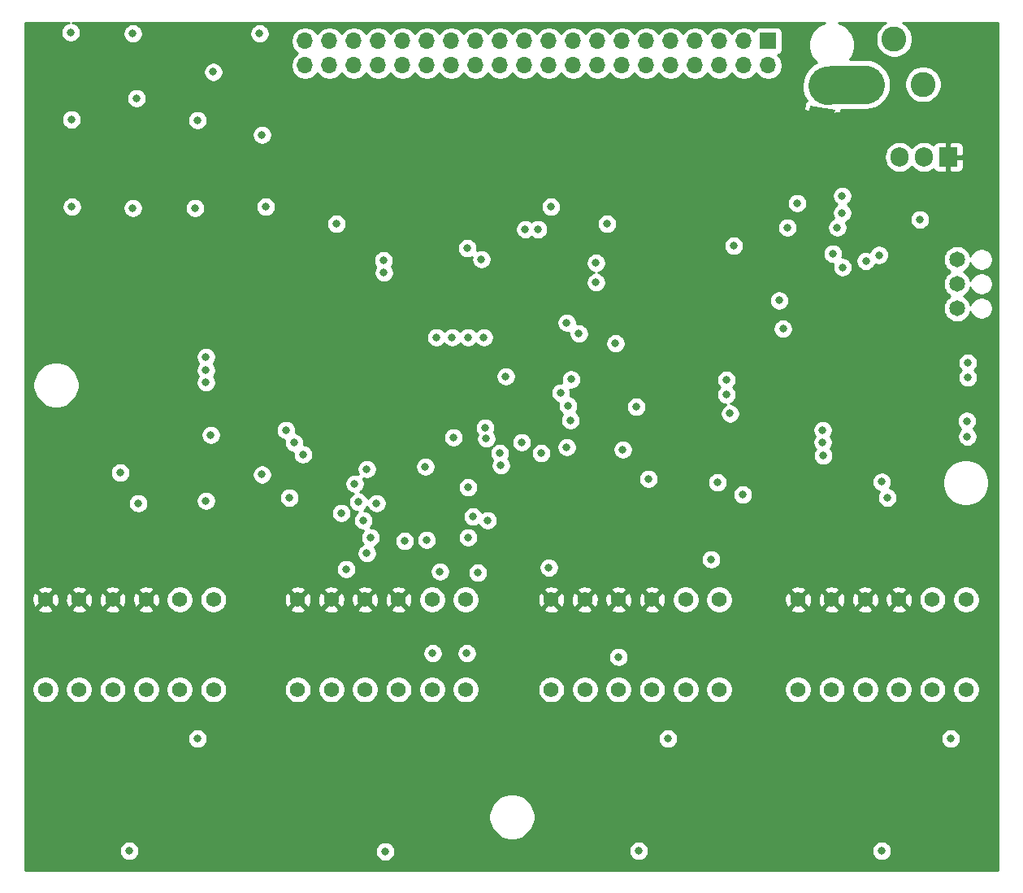
<source format=gbr>
G04 #@! TF.GenerationSoftware,KiCad,Pcbnew,5.1.6*
G04 #@! TF.CreationDate,2020-07-27T18:45:12-04:00*
G04 #@! TF.ProjectId,EVE-PCB-V4,4556452d-5043-4422-9d56-342e6b696361,rev?*
G04 #@! TF.SameCoordinates,Original*
G04 #@! TF.FileFunction,Copper,L3,Inr*
G04 #@! TF.FilePolarity,Positive*
%FSLAX46Y46*%
G04 Gerber Fmt 4.6, Leading zero omitted, Abs format (unit mm)*
G04 Created by KiCad (PCBNEW 5.1.6) date 2020-07-27 18:45:12*
%MOMM*%
%LPD*%
G01*
G04 APERTURE LIST*
G04 #@! TA.AperFunction,ViaPad*
%ADD10C,1.575000*%
G04 #@! TD*
G04 #@! TA.AperFunction,ViaPad*
%ADD11O,1.700000X1.700000*%
G04 #@! TD*
G04 #@! TA.AperFunction,ViaPad*
%ADD12R,1.700000X1.700000*%
G04 #@! TD*
G04 #@! TA.AperFunction,ViaPad*
%ADD13R,2.600000X2.600000*%
G04 #@! TD*
G04 #@! TA.AperFunction,ViaPad*
%ADD14C,2.600000*%
G04 #@! TD*
G04 #@! TA.AperFunction,ViaPad*
%ADD15R,1.905000X2.000000*%
G04 #@! TD*
G04 #@! TA.AperFunction,ViaPad*
%ADD16O,1.905000X2.000000*%
G04 #@! TD*
G04 #@! TA.AperFunction,ViaPad*
%ADD17C,1.650000*%
G04 #@! TD*
G04 #@! TA.AperFunction,ViaPad*
%ADD18C,0.100000*%
G04 #@! TD*
G04 #@! TA.AperFunction,ViaPad*
%ADD19C,0.800000*%
G04 #@! TD*
G04 #@! TA.AperFunction,Conductor*
%ADD20C,3.000000*%
G04 #@! TD*
G04 #@! TA.AperFunction,Conductor*
%ADD21C,4.000000*%
G04 #@! TD*
G04 #@! TA.AperFunction,Conductor*
%ADD22C,0.254000*%
G04 #@! TD*
G04 APERTURE END LIST*
D10*
X108592346Y-95760000D03*
X108592346Y-105110000D03*
X105092346Y-95760000D03*
X105092346Y-105110000D03*
X101592346Y-95760000D03*
X101592346Y-105110000D03*
X98092346Y-95760000D03*
X98092346Y-105110000D03*
X94592346Y-95760000D03*
X94592346Y-105110000D03*
X91092346Y-95760000D03*
X91092346Y-105110000D03*
D11*
X118143346Y-40146769D03*
X118143346Y-37606769D03*
X120683346Y-40146769D03*
X120683346Y-37606769D03*
X123223346Y-40146769D03*
X123223346Y-37606769D03*
X125763346Y-40146769D03*
X125763346Y-37606769D03*
X128303346Y-40146769D03*
X128303346Y-37606769D03*
X130843346Y-40146769D03*
X130843346Y-37606769D03*
X133383346Y-40146769D03*
X133383346Y-37606769D03*
X135923346Y-40146769D03*
X135923346Y-37606769D03*
X138463346Y-40146769D03*
X138463346Y-37606769D03*
X141003346Y-40146769D03*
X141003346Y-37606769D03*
X143543346Y-40146769D03*
X143543346Y-37606769D03*
X146083346Y-40146769D03*
X146083346Y-37606769D03*
X148623346Y-40146769D03*
X148623346Y-37606769D03*
X151163346Y-40146769D03*
X151163346Y-37606769D03*
X153703346Y-40146769D03*
X153703346Y-37606769D03*
X156243346Y-40146769D03*
X156243346Y-37606769D03*
X158783346Y-40146769D03*
X158783346Y-37606769D03*
X161323346Y-40146769D03*
X161323346Y-37606769D03*
X163863346Y-40146769D03*
X163863346Y-37606769D03*
X166403346Y-40146769D03*
D12*
X166403346Y-37606769D03*
D10*
X187014846Y-95760000D03*
X187014846Y-105110000D03*
X183514846Y-95760000D03*
X183514846Y-105110000D03*
X180014846Y-95760000D03*
X180014846Y-105110000D03*
X176514846Y-95760000D03*
X176514846Y-105110000D03*
X173014846Y-95760000D03*
X173014846Y-105110000D03*
X169514846Y-95760000D03*
X169514846Y-105110000D03*
X161297346Y-95760000D03*
X161297346Y-105110000D03*
X157797346Y-95760000D03*
X157797346Y-105110000D03*
X154297346Y-95760000D03*
X154297346Y-105110000D03*
X150797346Y-95760000D03*
X150797346Y-105110000D03*
X147297346Y-95760000D03*
X147297346Y-105110000D03*
X143797346Y-95760000D03*
X143797346Y-105110000D03*
X134881346Y-95760000D03*
X134881346Y-105110000D03*
X131381346Y-95760000D03*
X131381346Y-105110000D03*
X127881346Y-95760000D03*
X127881346Y-105110000D03*
X124381346Y-95760000D03*
X124381346Y-105110000D03*
X120881346Y-95760000D03*
X120881346Y-105110000D03*
X117381346Y-95760000D03*
X117381346Y-105110000D03*
D13*
X176530000Y-42113200D03*
D14*
X182530000Y-42113200D03*
X179530000Y-37413200D03*
D15*
X185166000Y-49682400D03*
D16*
X182626000Y-49682400D03*
X180086000Y-49682400D03*
D17*
X186080400Y-65430400D03*
X186080400Y-62890400D03*
X186080400Y-60350400D03*
G04 #@! TA.AperFunction,ViaPad*
D18*
G36*
X172910907Y-47327593D02*
G01*
X170350407Y-46876107D01*
X170801893Y-44315607D01*
X173362393Y-44767093D01*
X172910907Y-47327593D01*
G37*
G04 #@! TD.AperFunction*
G04 #@! TA.AperFunction,ViaPad*
G36*
G01*
X172292257Y-43349732D02*
X172292257Y-43349732D01*
G75*
G02*
X171237750Y-41843739I225743J1280250D01*
G01*
X171237750Y-41843739D01*
G75*
G02*
X172743743Y-40789232I1280250J-225743D01*
G01*
X172743743Y-40789232D01*
G75*
G02*
X173798250Y-42295225I-225743J-1280250D01*
G01*
X173798250Y-42295225D01*
G75*
G02*
X172292257Y-43349732I-1280250J225743D01*
G01*
G37*
G04 #@! TD.AperFunction*
D19*
X93472000Y-40640000D03*
X99949000Y-40767000D03*
X113284000Y-40640000D03*
X100076000Y-49784000D03*
X106680000Y-49784000D03*
X94234000Y-49784000D03*
X106807000Y-58801000D03*
X113919000Y-50038000D03*
X94361000Y-59309000D03*
X100203000Y-59055000D03*
X114046000Y-58674000D03*
X172593000Y-69215000D03*
X105918000Y-82423000D03*
X113601500Y-68707000D03*
X168529000Y-79756000D03*
X106743500Y-40767000D03*
X139636500Y-87820500D03*
X139573000Y-83121500D03*
X148463000Y-83058000D03*
X151320500Y-87947500D03*
X108331000Y-78613000D03*
X145415000Y-79883000D03*
X136525000Y-60325000D03*
X160464500Y-91567000D03*
X136779000Y-68453000D03*
X135128000Y-68453000D03*
X133477000Y-68453000D03*
X131826000Y-68453000D03*
X130683000Y-81915000D03*
X151257000Y-80137000D03*
X121920000Y-86741000D03*
X123317000Y-83693000D03*
X135128000Y-89281000D03*
X132207000Y-92837000D03*
X131445000Y-101346000D03*
X99822000Y-121920000D03*
X126492000Y-121983500D03*
X152908000Y-121920000D03*
X178244500Y-121920000D03*
X152654000Y-75692000D03*
X187096400Y-77165200D03*
X174142400Y-61163200D03*
X162814000Y-58928000D03*
X149606000Y-56642000D03*
X121412000Y-56642000D03*
X135064500Y-59182000D03*
X143764000Y-54864000D03*
X100774500Y-85725000D03*
X116522500Y-85153500D03*
X178816000Y-85153500D03*
X139065000Y-72517000D03*
X150495000Y-69088000D03*
X163766500Y-84836000D03*
X182219600Y-56184800D03*
X124587000Y-82169000D03*
X124968000Y-89281000D03*
X107823000Y-85471000D03*
X93726000Y-36703000D03*
X172148500Y-80772000D03*
X100203000Y-36830000D03*
X172085000Y-79375000D03*
X113411000Y-36830000D03*
X172085000Y-78105000D03*
X106934000Y-45847000D03*
X162433000Y-76390500D03*
X162052000Y-72898000D03*
X108585000Y-40830500D03*
X100584000Y-43561000D03*
X162052000Y-74422000D03*
X113665000Y-47371000D03*
X117919500Y-80645000D03*
X114046000Y-54864000D03*
X117030500Y-79438500D03*
X93789500Y-45783500D03*
X116141500Y-78105000D03*
X107823000Y-70485000D03*
X100203000Y-54991000D03*
X107823000Y-71882000D03*
X106680000Y-54991000D03*
X107823000Y-73152000D03*
X93853000Y-54864000D03*
X173609000Y-57023000D03*
X169418000Y-54483000D03*
X177952400Y-59893200D03*
X187198000Y-71120000D03*
X174117000Y-53721000D03*
X174117000Y-55499000D03*
X124206000Y-87503000D03*
X136906000Y-77851000D03*
X124587000Y-90932000D03*
X140716000Y-79375000D03*
X142748000Y-80518000D03*
X137160000Y-87503000D03*
X136144000Y-92964000D03*
X138430000Y-80518000D03*
X135636000Y-87122000D03*
X168402000Y-57023000D03*
X148463000Y-60706000D03*
X145415000Y-66929000D03*
X126301500Y-60452000D03*
X142430500Y-57213500D03*
X173126400Y-59740800D03*
X148463000Y-62738000D03*
X146685000Y-68072000D03*
X126365000Y-61722000D03*
X141097000Y-57213500D03*
X167538400Y-64617600D03*
X187147200Y-78790800D03*
X167944800Y-67564000D03*
X187198000Y-72644000D03*
X153924000Y-83185000D03*
X150812500Y-101727000D03*
X143541500Y-92424500D03*
X178244500Y-83502500D03*
X145859500Y-72834500D03*
X161099500Y-83566000D03*
X144780000Y-74231500D03*
X113665000Y-82740500D03*
X145542000Y-75565000D03*
X98869500Y-82550000D03*
X145796000Y-77089000D03*
X176580800Y-60502800D03*
X133604000Y-78867000D03*
X123698000Y-85598000D03*
X125603000Y-85725000D03*
X137033000Y-78994000D03*
X135128000Y-84074000D03*
X138557000Y-81788000D03*
X122428000Y-92583000D03*
X128524000Y-89662000D03*
X130810000Y-89535000D03*
X185420000Y-110236000D03*
X155956000Y-110236000D03*
X135001000Y-101346000D03*
X106934000Y-110236000D03*
D20*
X171264800Y-47312800D02*
X170129200Y-46177200D01*
X171856400Y-47871600D02*
X171856400Y-49326800D01*
X172600400Y-47516000D02*
X173685200Y-46431200D01*
D21*
X173251378Y-42144708D02*
X172544068Y-42247993D01*
X176530000Y-42113200D02*
X173274857Y-42113200D01*
X173274857Y-42113200D02*
X173251378Y-42144708D01*
D22*
G36*
X93424102Y-35707774D02*
G01*
X93235744Y-35785795D01*
X93066226Y-35899063D01*
X92922063Y-36043226D01*
X92808795Y-36212744D01*
X92730774Y-36401102D01*
X92691000Y-36601061D01*
X92691000Y-36804939D01*
X92730774Y-37004898D01*
X92808795Y-37193256D01*
X92922063Y-37362774D01*
X93066226Y-37506937D01*
X93235744Y-37620205D01*
X93424102Y-37698226D01*
X93624061Y-37738000D01*
X93827939Y-37738000D01*
X94027898Y-37698226D01*
X94216256Y-37620205D01*
X94385774Y-37506937D01*
X94529937Y-37362774D01*
X94643205Y-37193256D01*
X94721226Y-37004898D01*
X94761000Y-36804939D01*
X94761000Y-36728061D01*
X99168000Y-36728061D01*
X99168000Y-36931939D01*
X99207774Y-37131898D01*
X99285795Y-37320256D01*
X99399063Y-37489774D01*
X99543226Y-37633937D01*
X99712744Y-37747205D01*
X99901102Y-37825226D01*
X100101061Y-37865000D01*
X100304939Y-37865000D01*
X100504898Y-37825226D01*
X100693256Y-37747205D01*
X100862774Y-37633937D01*
X101006937Y-37489774D01*
X101120205Y-37320256D01*
X101198226Y-37131898D01*
X101238000Y-36931939D01*
X101238000Y-36728061D01*
X112376000Y-36728061D01*
X112376000Y-36931939D01*
X112415774Y-37131898D01*
X112493795Y-37320256D01*
X112607063Y-37489774D01*
X112751226Y-37633937D01*
X112920744Y-37747205D01*
X113109102Y-37825226D01*
X113309061Y-37865000D01*
X113512939Y-37865000D01*
X113712898Y-37825226D01*
X113901256Y-37747205D01*
X114070774Y-37633937D01*
X114214937Y-37489774D01*
X114234491Y-37460509D01*
X116658346Y-37460509D01*
X116658346Y-37753029D01*
X116715414Y-38039927D01*
X116827356Y-38310180D01*
X116989871Y-38553401D01*
X117196714Y-38760244D01*
X117371106Y-38876769D01*
X117196714Y-38993294D01*
X116989871Y-39200137D01*
X116827356Y-39443358D01*
X116715414Y-39713611D01*
X116658346Y-40000509D01*
X116658346Y-40293029D01*
X116715414Y-40579927D01*
X116827356Y-40850180D01*
X116989871Y-41093401D01*
X117196714Y-41300244D01*
X117439935Y-41462759D01*
X117710188Y-41574701D01*
X117997086Y-41631769D01*
X118289606Y-41631769D01*
X118576504Y-41574701D01*
X118846757Y-41462759D01*
X119089978Y-41300244D01*
X119296821Y-41093401D01*
X119413346Y-40919009D01*
X119529871Y-41093401D01*
X119736714Y-41300244D01*
X119979935Y-41462759D01*
X120250188Y-41574701D01*
X120537086Y-41631769D01*
X120829606Y-41631769D01*
X121116504Y-41574701D01*
X121386757Y-41462759D01*
X121629978Y-41300244D01*
X121836821Y-41093401D01*
X121953346Y-40919009D01*
X122069871Y-41093401D01*
X122276714Y-41300244D01*
X122519935Y-41462759D01*
X122790188Y-41574701D01*
X123077086Y-41631769D01*
X123369606Y-41631769D01*
X123656504Y-41574701D01*
X123926757Y-41462759D01*
X124169978Y-41300244D01*
X124376821Y-41093401D01*
X124493346Y-40919009D01*
X124609871Y-41093401D01*
X124816714Y-41300244D01*
X125059935Y-41462759D01*
X125330188Y-41574701D01*
X125617086Y-41631769D01*
X125909606Y-41631769D01*
X126196504Y-41574701D01*
X126466757Y-41462759D01*
X126709978Y-41300244D01*
X126916821Y-41093401D01*
X127033346Y-40919009D01*
X127149871Y-41093401D01*
X127356714Y-41300244D01*
X127599935Y-41462759D01*
X127870188Y-41574701D01*
X128157086Y-41631769D01*
X128449606Y-41631769D01*
X128736504Y-41574701D01*
X129006757Y-41462759D01*
X129249978Y-41300244D01*
X129456821Y-41093401D01*
X129573346Y-40919009D01*
X129689871Y-41093401D01*
X129896714Y-41300244D01*
X130139935Y-41462759D01*
X130410188Y-41574701D01*
X130697086Y-41631769D01*
X130989606Y-41631769D01*
X131276504Y-41574701D01*
X131546757Y-41462759D01*
X131789978Y-41300244D01*
X131996821Y-41093401D01*
X132113346Y-40919009D01*
X132229871Y-41093401D01*
X132436714Y-41300244D01*
X132679935Y-41462759D01*
X132950188Y-41574701D01*
X133237086Y-41631769D01*
X133529606Y-41631769D01*
X133816504Y-41574701D01*
X134086757Y-41462759D01*
X134329978Y-41300244D01*
X134536821Y-41093401D01*
X134653346Y-40919009D01*
X134769871Y-41093401D01*
X134976714Y-41300244D01*
X135219935Y-41462759D01*
X135490188Y-41574701D01*
X135777086Y-41631769D01*
X136069606Y-41631769D01*
X136356504Y-41574701D01*
X136626757Y-41462759D01*
X136869978Y-41300244D01*
X137076821Y-41093401D01*
X137193346Y-40919009D01*
X137309871Y-41093401D01*
X137516714Y-41300244D01*
X137759935Y-41462759D01*
X138030188Y-41574701D01*
X138317086Y-41631769D01*
X138609606Y-41631769D01*
X138896504Y-41574701D01*
X139166757Y-41462759D01*
X139409978Y-41300244D01*
X139616821Y-41093401D01*
X139733346Y-40919009D01*
X139849871Y-41093401D01*
X140056714Y-41300244D01*
X140299935Y-41462759D01*
X140570188Y-41574701D01*
X140857086Y-41631769D01*
X141149606Y-41631769D01*
X141436504Y-41574701D01*
X141706757Y-41462759D01*
X141949978Y-41300244D01*
X142156821Y-41093401D01*
X142273346Y-40919009D01*
X142389871Y-41093401D01*
X142596714Y-41300244D01*
X142839935Y-41462759D01*
X143110188Y-41574701D01*
X143397086Y-41631769D01*
X143689606Y-41631769D01*
X143976504Y-41574701D01*
X144246757Y-41462759D01*
X144489978Y-41300244D01*
X144696821Y-41093401D01*
X144813346Y-40919009D01*
X144929871Y-41093401D01*
X145136714Y-41300244D01*
X145379935Y-41462759D01*
X145650188Y-41574701D01*
X145937086Y-41631769D01*
X146229606Y-41631769D01*
X146516504Y-41574701D01*
X146786757Y-41462759D01*
X147029978Y-41300244D01*
X147236821Y-41093401D01*
X147353346Y-40919009D01*
X147469871Y-41093401D01*
X147676714Y-41300244D01*
X147919935Y-41462759D01*
X148190188Y-41574701D01*
X148477086Y-41631769D01*
X148769606Y-41631769D01*
X149056504Y-41574701D01*
X149326757Y-41462759D01*
X149569978Y-41300244D01*
X149776821Y-41093401D01*
X149893346Y-40919009D01*
X150009871Y-41093401D01*
X150216714Y-41300244D01*
X150459935Y-41462759D01*
X150730188Y-41574701D01*
X151017086Y-41631769D01*
X151309606Y-41631769D01*
X151596504Y-41574701D01*
X151866757Y-41462759D01*
X152109978Y-41300244D01*
X152316821Y-41093401D01*
X152433346Y-40919009D01*
X152549871Y-41093401D01*
X152756714Y-41300244D01*
X152999935Y-41462759D01*
X153270188Y-41574701D01*
X153557086Y-41631769D01*
X153849606Y-41631769D01*
X154136504Y-41574701D01*
X154406757Y-41462759D01*
X154649978Y-41300244D01*
X154856821Y-41093401D01*
X154973346Y-40919009D01*
X155089871Y-41093401D01*
X155296714Y-41300244D01*
X155539935Y-41462759D01*
X155810188Y-41574701D01*
X156097086Y-41631769D01*
X156389606Y-41631769D01*
X156676504Y-41574701D01*
X156946757Y-41462759D01*
X157189978Y-41300244D01*
X157396821Y-41093401D01*
X157513346Y-40919009D01*
X157629871Y-41093401D01*
X157836714Y-41300244D01*
X158079935Y-41462759D01*
X158350188Y-41574701D01*
X158637086Y-41631769D01*
X158929606Y-41631769D01*
X159216504Y-41574701D01*
X159486757Y-41462759D01*
X159729978Y-41300244D01*
X159936821Y-41093401D01*
X160053346Y-40919009D01*
X160169871Y-41093401D01*
X160376714Y-41300244D01*
X160619935Y-41462759D01*
X160890188Y-41574701D01*
X161177086Y-41631769D01*
X161469606Y-41631769D01*
X161756504Y-41574701D01*
X162026757Y-41462759D01*
X162269978Y-41300244D01*
X162476821Y-41093401D01*
X162593346Y-40919009D01*
X162709871Y-41093401D01*
X162916714Y-41300244D01*
X163159935Y-41462759D01*
X163430188Y-41574701D01*
X163717086Y-41631769D01*
X164009606Y-41631769D01*
X164296504Y-41574701D01*
X164566757Y-41462759D01*
X164809978Y-41300244D01*
X165016821Y-41093401D01*
X165133346Y-40919009D01*
X165249871Y-41093401D01*
X165456714Y-41300244D01*
X165699935Y-41462759D01*
X165970188Y-41574701D01*
X166257086Y-41631769D01*
X166549606Y-41631769D01*
X166836504Y-41574701D01*
X167106757Y-41462759D01*
X167349978Y-41300244D01*
X167556821Y-41093401D01*
X167719336Y-40850180D01*
X167831278Y-40579927D01*
X167888346Y-40293029D01*
X167888346Y-40000509D01*
X167831278Y-39713611D01*
X167719336Y-39443358D01*
X167556821Y-39200137D01*
X167424966Y-39068282D01*
X167497526Y-39046271D01*
X167607840Y-38987306D01*
X167704531Y-38907954D01*
X167783883Y-38811263D01*
X167842848Y-38700949D01*
X167879158Y-38581251D01*
X167891418Y-38456769D01*
X167891418Y-36756769D01*
X167879158Y-36632287D01*
X167842848Y-36512589D01*
X167783883Y-36402275D01*
X167704531Y-36305584D01*
X167607840Y-36226232D01*
X167497526Y-36167267D01*
X167377828Y-36130957D01*
X167253346Y-36118697D01*
X165553346Y-36118697D01*
X165428864Y-36130957D01*
X165309166Y-36167267D01*
X165198852Y-36226232D01*
X165102161Y-36305584D01*
X165022809Y-36402275D01*
X164963844Y-36512589D01*
X164941833Y-36585149D01*
X164809978Y-36453294D01*
X164566757Y-36290779D01*
X164296504Y-36178837D01*
X164009606Y-36121769D01*
X163717086Y-36121769D01*
X163430188Y-36178837D01*
X163159935Y-36290779D01*
X162916714Y-36453294D01*
X162709871Y-36660137D01*
X162593346Y-36834529D01*
X162476821Y-36660137D01*
X162269978Y-36453294D01*
X162026757Y-36290779D01*
X161756504Y-36178837D01*
X161469606Y-36121769D01*
X161177086Y-36121769D01*
X160890188Y-36178837D01*
X160619935Y-36290779D01*
X160376714Y-36453294D01*
X160169871Y-36660137D01*
X160053346Y-36834529D01*
X159936821Y-36660137D01*
X159729978Y-36453294D01*
X159486757Y-36290779D01*
X159216504Y-36178837D01*
X158929606Y-36121769D01*
X158637086Y-36121769D01*
X158350188Y-36178837D01*
X158079935Y-36290779D01*
X157836714Y-36453294D01*
X157629871Y-36660137D01*
X157513346Y-36834529D01*
X157396821Y-36660137D01*
X157189978Y-36453294D01*
X156946757Y-36290779D01*
X156676504Y-36178837D01*
X156389606Y-36121769D01*
X156097086Y-36121769D01*
X155810188Y-36178837D01*
X155539935Y-36290779D01*
X155296714Y-36453294D01*
X155089871Y-36660137D01*
X154973346Y-36834529D01*
X154856821Y-36660137D01*
X154649978Y-36453294D01*
X154406757Y-36290779D01*
X154136504Y-36178837D01*
X153849606Y-36121769D01*
X153557086Y-36121769D01*
X153270188Y-36178837D01*
X152999935Y-36290779D01*
X152756714Y-36453294D01*
X152549871Y-36660137D01*
X152433346Y-36834529D01*
X152316821Y-36660137D01*
X152109978Y-36453294D01*
X151866757Y-36290779D01*
X151596504Y-36178837D01*
X151309606Y-36121769D01*
X151017086Y-36121769D01*
X150730188Y-36178837D01*
X150459935Y-36290779D01*
X150216714Y-36453294D01*
X150009871Y-36660137D01*
X149893346Y-36834529D01*
X149776821Y-36660137D01*
X149569978Y-36453294D01*
X149326757Y-36290779D01*
X149056504Y-36178837D01*
X148769606Y-36121769D01*
X148477086Y-36121769D01*
X148190188Y-36178837D01*
X147919935Y-36290779D01*
X147676714Y-36453294D01*
X147469871Y-36660137D01*
X147353346Y-36834529D01*
X147236821Y-36660137D01*
X147029978Y-36453294D01*
X146786757Y-36290779D01*
X146516504Y-36178837D01*
X146229606Y-36121769D01*
X145937086Y-36121769D01*
X145650188Y-36178837D01*
X145379935Y-36290779D01*
X145136714Y-36453294D01*
X144929871Y-36660137D01*
X144813346Y-36834529D01*
X144696821Y-36660137D01*
X144489978Y-36453294D01*
X144246757Y-36290779D01*
X143976504Y-36178837D01*
X143689606Y-36121769D01*
X143397086Y-36121769D01*
X143110188Y-36178837D01*
X142839935Y-36290779D01*
X142596714Y-36453294D01*
X142389871Y-36660137D01*
X142273346Y-36834529D01*
X142156821Y-36660137D01*
X141949978Y-36453294D01*
X141706757Y-36290779D01*
X141436504Y-36178837D01*
X141149606Y-36121769D01*
X140857086Y-36121769D01*
X140570188Y-36178837D01*
X140299935Y-36290779D01*
X140056714Y-36453294D01*
X139849871Y-36660137D01*
X139733346Y-36834529D01*
X139616821Y-36660137D01*
X139409978Y-36453294D01*
X139166757Y-36290779D01*
X138896504Y-36178837D01*
X138609606Y-36121769D01*
X138317086Y-36121769D01*
X138030188Y-36178837D01*
X137759935Y-36290779D01*
X137516714Y-36453294D01*
X137309871Y-36660137D01*
X137193346Y-36834529D01*
X137076821Y-36660137D01*
X136869978Y-36453294D01*
X136626757Y-36290779D01*
X136356504Y-36178837D01*
X136069606Y-36121769D01*
X135777086Y-36121769D01*
X135490188Y-36178837D01*
X135219935Y-36290779D01*
X134976714Y-36453294D01*
X134769871Y-36660137D01*
X134653346Y-36834529D01*
X134536821Y-36660137D01*
X134329978Y-36453294D01*
X134086757Y-36290779D01*
X133816504Y-36178837D01*
X133529606Y-36121769D01*
X133237086Y-36121769D01*
X132950188Y-36178837D01*
X132679935Y-36290779D01*
X132436714Y-36453294D01*
X132229871Y-36660137D01*
X132113346Y-36834529D01*
X131996821Y-36660137D01*
X131789978Y-36453294D01*
X131546757Y-36290779D01*
X131276504Y-36178837D01*
X130989606Y-36121769D01*
X130697086Y-36121769D01*
X130410188Y-36178837D01*
X130139935Y-36290779D01*
X129896714Y-36453294D01*
X129689871Y-36660137D01*
X129573346Y-36834529D01*
X129456821Y-36660137D01*
X129249978Y-36453294D01*
X129006757Y-36290779D01*
X128736504Y-36178837D01*
X128449606Y-36121769D01*
X128157086Y-36121769D01*
X127870188Y-36178837D01*
X127599935Y-36290779D01*
X127356714Y-36453294D01*
X127149871Y-36660137D01*
X127033346Y-36834529D01*
X126916821Y-36660137D01*
X126709978Y-36453294D01*
X126466757Y-36290779D01*
X126196504Y-36178837D01*
X125909606Y-36121769D01*
X125617086Y-36121769D01*
X125330188Y-36178837D01*
X125059935Y-36290779D01*
X124816714Y-36453294D01*
X124609871Y-36660137D01*
X124493346Y-36834529D01*
X124376821Y-36660137D01*
X124169978Y-36453294D01*
X123926757Y-36290779D01*
X123656504Y-36178837D01*
X123369606Y-36121769D01*
X123077086Y-36121769D01*
X122790188Y-36178837D01*
X122519935Y-36290779D01*
X122276714Y-36453294D01*
X122069871Y-36660137D01*
X121953346Y-36834529D01*
X121836821Y-36660137D01*
X121629978Y-36453294D01*
X121386757Y-36290779D01*
X121116504Y-36178837D01*
X120829606Y-36121769D01*
X120537086Y-36121769D01*
X120250188Y-36178837D01*
X119979935Y-36290779D01*
X119736714Y-36453294D01*
X119529871Y-36660137D01*
X119413346Y-36834529D01*
X119296821Y-36660137D01*
X119089978Y-36453294D01*
X118846757Y-36290779D01*
X118576504Y-36178837D01*
X118289606Y-36121769D01*
X117997086Y-36121769D01*
X117710188Y-36178837D01*
X117439935Y-36290779D01*
X117196714Y-36453294D01*
X116989871Y-36660137D01*
X116827356Y-36903358D01*
X116715414Y-37173611D01*
X116658346Y-37460509D01*
X114234491Y-37460509D01*
X114328205Y-37320256D01*
X114406226Y-37131898D01*
X114446000Y-36931939D01*
X114446000Y-36728061D01*
X114406226Y-36528102D01*
X114328205Y-36339744D01*
X114214937Y-36170226D01*
X114070774Y-36026063D01*
X113901256Y-35912795D01*
X113712898Y-35834774D01*
X113512939Y-35795000D01*
X113309061Y-35795000D01*
X113109102Y-35834774D01*
X112920744Y-35912795D01*
X112751226Y-36026063D01*
X112607063Y-36170226D01*
X112493795Y-36339744D01*
X112415774Y-36528102D01*
X112376000Y-36728061D01*
X101238000Y-36728061D01*
X101198226Y-36528102D01*
X101120205Y-36339744D01*
X101006937Y-36170226D01*
X100862774Y-36026063D01*
X100693256Y-35912795D01*
X100504898Y-35834774D01*
X100304939Y-35795000D01*
X100101061Y-35795000D01*
X99901102Y-35834774D01*
X99712744Y-35912795D01*
X99543226Y-36026063D01*
X99399063Y-36170226D01*
X99285795Y-36339744D01*
X99207774Y-36528102D01*
X99168000Y-36728061D01*
X94761000Y-36728061D01*
X94761000Y-36601061D01*
X94721226Y-36401102D01*
X94643205Y-36212744D01*
X94529937Y-36043226D01*
X94385774Y-35899063D01*
X94216256Y-35785795D01*
X94027898Y-35707774D01*
X93923459Y-35687000D01*
X172264756Y-35687000D01*
X171854506Y-35856931D01*
X171458424Y-36121585D01*
X171121585Y-36458424D01*
X170856931Y-36854506D01*
X170674635Y-37294608D01*
X170581701Y-37761818D01*
X170581701Y-38238182D01*
X170674635Y-38705392D01*
X170856931Y-39145494D01*
X171121585Y-39541576D01*
X171436862Y-39856853D01*
X171187994Y-39973870D01*
X170770391Y-40282124D01*
X170420950Y-40665925D01*
X170153098Y-41110523D01*
X169977131Y-41598835D01*
X169899810Y-42112093D01*
X169924105Y-42630573D01*
X170049085Y-43134351D01*
X170269945Y-43604067D01*
X170419650Y-43806878D01*
X170340973Y-43874372D01*
X170263748Y-43972771D01*
X170207204Y-44084345D01*
X170173514Y-44204807D01*
X170000417Y-45204182D01*
X170129189Y-45388087D01*
X171753383Y-45674476D01*
X171756856Y-45654780D01*
X172006997Y-45698887D01*
X172003524Y-45718583D01*
X173627718Y-46004972D01*
X173811623Y-45876200D01*
X173990771Y-44877893D01*
X174000313Y-44753173D01*
X173999713Y-44748200D01*
X176659442Y-44748200D01*
X177046550Y-44710073D01*
X177543250Y-44559401D01*
X178001011Y-44314723D01*
X178402241Y-43985441D01*
X178731523Y-43584211D01*
X178976201Y-43126450D01*
X179126873Y-42629750D01*
X179177749Y-42113200D01*
X179158979Y-41922619D01*
X180595000Y-41922619D01*
X180595000Y-42303781D01*
X180669361Y-42677619D01*
X180815225Y-43029766D01*
X181026987Y-43346691D01*
X181296509Y-43616213D01*
X181613434Y-43827975D01*
X181965581Y-43973839D01*
X182339419Y-44048200D01*
X182720581Y-44048200D01*
X183094419Y-43973839D01*
X183446566Y-43827975D01*
X183763491Y-43616213D01*
X184033013Y-43346691D01*
X184244775Y-43029766D01*
X184390639Y-42677619D01*
X184465000Y-42303781D01*
X184465000Y-41922619D01*
X184390639Y-41548781D01*
X184244775Y-41196634D01*
X184033013Y-40879709D01*
X183763491Y-40610187D01*
X183446566Y-40398425D01*
X183094419Y-40252561D01*
X182720581Y-40178200D01*
X182339419Y-40178200D01*
X181965581Y-40252561D01*
X181613434Y-40398425D01*
X181296509Y-40610187D01*
X181026987Y-40879709D01*
X180815225Y-41196634D01*
X180669361Y-41548781D01*
X180595000Y-41922619D01*
X179158979Y-41922619D01*
X179126873Y-41596650D01*
X178976201Y-41099950D01*
X178731523Y-40642189D01*
X178402241Y-40240959D01*
X178001011Y-39911677D01*
X177543250Y-39666999D01*
X177046550Y-39516327D01*
X176659442Y-39478200D01*
X174920762Y-39478200D01*
X175143069Y-39145494D01*
X175325365Y-38705392D01*
X175418299Y-38238182D01*
X175418299Y-37761818D01*
X175325365Y-37294608D01*
X175143069Y-36854506D01*
X174878415Y-36458424D01*
X174541576Y-36121585D01*
X174145494Y-35856931D01*
X173735244Y-35687000D01*
X178641016Y-35687000D01*
X178613434Y-35698425D01*
X178296509Y-35910187D01*
X178026987Y-36179709D01*
X177815225Y-36496634D01*
X177669361Y-36848781D01*
X177595000Y-37222619D01*
X177595000Y-37603781D01*
X177669361Y-37977619D01*
X177815225Y-38329766D01*
X178026987Y-38646691D01*
X178296509Y-38916213D01*
X178613434Y-39127975D01*
X178965581Y-39273839D01*
X179339419Y-39348200D01*
X179720581Y-39348200D01*
X180094419Y-39273839D01*
X180446566Y-39127975D01*
X180763491Y-38916213D01*
X181033013Y-38646691D01*
X181244775Y-38329766D01*
X181390639Y-37977619D01*
X181465000Y-37603781D01*
X181465000Y-37222619D01*
X181390639Y-36848781D01*
X181244775Y-36496634D01*
X181033013Y-36179709D01*
X180763491Y-35910187D01*
X180446566Y-35698425D01*
X180418984Y-35687000D01*
X190343347Y-35687000D01*
X190343346Y-123962269D01*
X89027000Y-123962269D01*
X89027000Y-121818061D01*
X98787000Y-121818061D01*
X98787000Y-122021939D01*
X98826774Y-122221898D01*
X98904795Y-122410256D01*
X99018063Y-122579774D01*
X99162226Y-122723937D01*
X99331744Y-122837205D01*
X99520102Y-122915226D01*
X99720061Y-122955000D01*
X99923939Y-122955000D01*
X100123898Y-122915226D01*
X100312256Y-122837205D01*
X100481774Y-122723937D01*
X100625937Y-122579774D01*
X100739205Y-122410256D01*
X100817226Y-122221898D01*
X100857000Y-122021939D01*
X100857000Y-121881561D01*
X125457000Y-121881561D01*
X125457000Y-122085439D01*
X125496774Y-122285398D01*
X125574795Y-122473756D01*
X125688063Y-122643274D01*
X125832226Y-122787437D01*
X126001744Y-122900705D01*
X126190102Y-122978726D01*
X126390061Y-123018500D01*
X126593939Y-123018500D01*
X126793898Y-122978726D01*
X126982256Y-122900705D01*
X127151774Y-122787437D01*
X127295937Y-122643274D01*
X127409205Y-122473756D01*
X127487226Y-122285398D01*
X127527000Y-122085439D01*
X127527000Y-121881561D01*
X127514370Y-121818061D01*
X151873000Y-121818061D01*
X151873000Y-122021939D01*
X151912774Y-122221898D01*
X151990795Y-122410256D01*
X152104063Y-122579774D01*
X152248226Y-122723937D01*
X152417744Y-122837205D01*
X152606102Y-122915226D01*
X152806061Y-122955000D01*
X153009939Y-122955000D01*
X153209898Y-122915226D01*
X153398256Y-122837205D01*
X153567774Y-122723937D01*
X153711937Y-122579774D01*
X153825205Y-122410256D01*
X153903226Y-122221898D01*
X153943000Y-122021939D01*
X153943000Y-121818061D01*
X177209500Y-121818061D01*
X177209500Y-122021939D01*
X177249274Y-122221898D01*
X177327295Y-122410256D01*
X177440563Y-122579774D01*
X177584726Y-122723937D01*
X177754244Y-122837205D01*
X177942602Y-122915226D01*
X178142561Y-122955000D01*
X178346439Y-122955000D01*
X178546398Y-122915226D01*
X178734756Y-122837205D01*
X178904274Y-122723937D01*
X179048437Y-122579774D01*
X179161705Y-122410256D01*
X179239726Y-122221898D01*
X179279500Y-122021939D01*
X179279500Y-121818061D01*
X179239726Y-121618102D01*
X179161705Y-121429744D01*
X179048437Y-121260226D01*
X178904274Y-121116063D01*
X178734756Y-121002795D01*
X178546398Y-120924774D01*
X178346439Y-120885000D01*
X178142561Y-120885000D01*
X177942602Y-120924774D01*
X177754244Y-121002795D01*
X177584726Y-121116063D01*
X177440563Y-121260226D01*
X177327295Y-121429744D01*
X177249274Y-121618102D01*
X177209500Y-121818061D01*
X153943000Y-121818061D01*
X153903226Y-121618102D01*
X153825205Y-121429744D01*
X153711937Y-121260226D01*
X153567774Y-121116063D01*
X153398256Y-121002795D01*
X153209898Y-120924774D01*
X153009939Y-120885000D01*
X152806061Y-120885000D01*
X152606102Y-120924774D01*
X152417744Y-121002795D01*
X152248226Y-121116063D01*
X152104063Y-121260226D01*
X151990795Y-121429744D01*
X151912774Y-121618102D01*
X151873000Y-121818061D01*
X127514370Y-121818061D01*
X127487226Y-121681602D01*
X127409205Y-121493244D01*
X127295937Y-121323726D01*
X127151774Y-121179563D01*
X126982256Y-121066295D01*
X126793898Y-120988274D01*
X126593939Y-120948500D01*
X126390061Y-120948500D01*
X126190102Y-120988274D01*
X126001744Y-121066295D01*
X125832226Y-121179563D01*
X125688063Y-121323726D01*
X125574795Y-121493244D01*
X125496774Y-121681602D01*
X125457000Y-121881561D01*
X100857000Y-121881561D01*
X100857000Y-121818061D01*
X100817226Y-121618102D01*
X100739205Y-121429744D01*
X100625937Y-121260226D01*
X100481774Y-121116063D01*
X100312256Y-121002795D01*
X100123898Y-120924774D01*
X99923939Y-120885000D01*
X99720061Y-120885000D01*
X99520102Y-120924774D01*
X99331744Y-121002795D01*
X99162226Y-121116063D01*
X99018063Y-121260226D01*
X98904795Y-121429744D01*
X98826774Y-121618102D01*
X98787000Y-121818061D01*
X89027000Y-121818061D01*
X89027000Y-118125818D01*
X137281701Y-118125818D01*
X137281701Y-118602182D01*
X137374635Y-119069392D01*
X137556931Y-119509494D01*
X137821585Y-119905576D01*
X138158424Y-120242415D01*
X138554506Y-120507069D01*
X138994608Y-120689365D01*
X139461818Y-120782299D01*
X139938182Y-120782299D01*
X140405392Y-120689365D01*
X140845494Y-120507069D01*
X141241576Y-120242415D01*
X141578415Y-119905576D01*
X141843069Y-119509494D01*
X142025365Y-119069392D01*
X142118299Y-118602182D01*
X142118299Y-118125818D01*
X142025365Y-117658608D01*
X141843069Y-117218506D01*
X141578415Y-116822424D01*
X141241576Y-116485585D01*
X140845494Y-116220931D01*
X140405392Y-116038635D01*
X139938182Y-115945701D01*
X139461818Y-115945701D01*
X138994608Y-116038635D01*
X138554506Y-116220931D01*
X138158424Y-116485585D01*
X137821585Y-116822424D01*
X137556931Y-117218506D01*
X137374635Y-117658608D01*
X137281701Y-118125818D01*
X89027000Y-118125818D01*
X89027000Y-110134061D01*
X105899000Y-110134061D01*
X105899000Y-110337939D01*
X105938774Y-110537898D01*
X106016795Y-110726256D01*
X106130063Y-110895774D01*
X106274226Y-111039937D01*
X106443744Y-111153205D01*
X106632102Y-111231226D01*
X106832061Y-111271000D01*
X107035939Y-111271000D01*
X107235898Y-111231226D01*
X107424256Y-111153205D01*
X107593774Y-111039937D01*
X107737937Y-110895774D01*
X107851205Y-110726256D01*
X107929226Y-110537898D01*
X107969000Y-110337939D01*
X107969000Y-110134061D01*
X154921000Y-110134061D01*
X154921000Y-110337939D01*
X154960774Y-110537898D01*
X155038795Y-110726256D01*
X155152063Y-110895774D01*
X155296226Y-111039937D01*
X155465744Y-111153205D01*
X155654102Y-111231226D01*
X155854061Y-111271000D01*
X156057939Y-111271000D01*
X156257898Y-111231226D01*
X156446256Y-111153205D01*
X156615774Y-111039937D01*
X156759937Y-110895774D01*
X156873205Y-110726256D01*
X156951226Y-110537898D01*
X156991000Y-110337939D01*
X156991000Y-110134061D01*
X184385000Y-110134061D01*
X184385000Y-110337939D01*
X184424774Y-110537898D01*
X184502795Y-110726256D01*
X184616063Y-110895774D01*
X184760226Y-111039937D01*
X184929744Y-111153205D01*
X185118102Y-111231226D01*
X185318061Y-111271000D01*
X185521939Y-111271000D01*
X185721898Y-111231226D01*
X185910256Y-111153205D01*
X186079774Y-111039937D01*
X186223937Y-110895774D01*
X186337205Y-110726256D01*
X186415226Y-110537898D01*
X186455000Y-110337939D01*
X186455000Y-110134061D01*
X186415226Y-109934102D01*
X186337205Y-109745744D01*
X186223937Y-109576226D01*
X186079774Y-109432063D01*
X185910256Y-109318795D01*
X185721898Y-109240774D01*
X185521939Y-109201000D01*
X185318061Y-109201000D01*
X185118102Y-109240774D01*
X184929744Y-109318795D01*
X184760226Y-109432063D01*
X184616063Y-109576226D01*
X184502795Y-109745744D01*
X184424774Y-109934102D01*
X184385000Y-110134061D01*
X156991000Y-110134061D01*
X156951226Y-109934102D01*
X156873205Y-109745744D01*
X156759937Y-109576226D01*
X156615774Y-109432063D01*
X156446256Y-109318795D01*
X156257898Y-109240774D01*
X156057939Y-109201000D01*
X155854061Y-109201000D01*
X155654102Y-109240774D01*
X155465744Y-109318795D01*
X155296226Y-109432063D01*
X155152063Y-109576226D01*
X155038795Y-109745744D01*
X154960774Y-109934102D01*
X154921000Y-110134061D01*
X107969000Y-110134061D01*
X107929226Y-109934102D01*
X107851205Y-109745744D01*
X107737937Y-109576226D01*
X107593774Y-109432063D01*
X107424256Y-109318795D01*
X107235898Y-109240774D01*
X107035939Y-109201000D01*
X106832061Y-109201000D01*
X106632102Y-109240774D01*
X106443744Y-109318795D01*
X106274226Y-109432063D01*
X106130063Y-109576226D01*
X106016795Y-109745744D01*
X105938774Y-109934102D01*
X105899000Y-110134061D01*
X89027000Y-110134061D01*
X89027000Y-104969896D01*
X89669846Y-104969896D01*
X89669846Y-105250104D01*
X89724512Y-105524928D01*
X89831743Y-105783806D01*
X89987418Y-106016791D01*
X90185555Y-106214928D01*
X90418540Y-106370603D01*
X90677418Y-106477834D01*
X90952242Y-106532500D01*
X91232450Y-106532500D01*
X91507274Y-106477834D01*
X91766152Y-106370603D01*
X91999137Y-106214928D01*
X92197274Y-106016791D01*
X92352949Y-105783806D01*
X92460180Y-105524928D01*
X92514846Y-105250104D01*
X92514846Y-104969896D01*
X93169846Y-104969896D01*
X93169846Y-105250104D01*
X93224512Y-105524928D01*
X93331743Y-105783806D01*
X93487418Y-106016791D01*
X93685555Y-106214928D01*
X93918540Y-106370603D01*
X94177418Y-106477834D01*
X94452242Y-106532500D01*
X94732450Y-106532500D01*
X95007274Y-106477834D01*
X95266152Y-106370603D01*
X95499137Y-106214928D01*
X95697274Y-106016791D01*
X95852949Y-105783806D01*
X95960180Y-105524928D01*
X96014846Y-105250104D01*
X96014846Y-104969896D01*
X96669846Y-104969896D01*
X96669846Y-105250104D01*
X96724512Y-105524928D01*
X96831743Y-105783806D01*
X96987418Y-106016791D01*
X97185555Y-106214928D01*
X97418540Y-106370603D01*
X97677418Y-106477834D01*
X97952242Y-106532500D01*
X98232450Y-106532500D01*
X98507274Y-106477834D01*
X98766152Y-106370603D01*
X98999137Y-106214928D01*
X99197274Y-106016791D01*
X99352949Y-105783806D01*
X99460180Y-105524928D01*
X99514846Y-105250104D01*
X99514846Y-104969896D01*
X100169846Y-104969896D01*
X100169846Y-105250104D01*
X100224512Y-105524928D01*
X100331743Y-105783806D01*
X100487418Y-106016791D01*
X100685555Y-106214928D01*
X100918540Y-106370603D01*
X101177418Y-106477834D01*
X101452242Y-106532500D01*
X101732450Y-106532500D01*
X102007274Y-106477834D01*
X102266152Y-106370603D01*
X102499137Y-106214928D01*
X102697274Y-106016791D01*
X102852949Y-105783806D01*
X102960180Y-105524928D01*
X103014846Y-105250104D01*
X103014846Y-104969896D01*
X103669846Y-104969896D01*
X103669846Y-105250104D01*
X103724512Y-105524928D01*
X103831743Y-105783806D01*
X103987418Y-106016791D01*
X104185555Y-106214928D01*
X104418540Y-106370603D01*
X104677418Y-106477834D01*
X104952242Y-106532500D01*
X105232450Y-106532500D01*
X105507274Y-106477834D01*
X105766152Y-106370603D01*
X105999137Y-106214928D01*
X106197274Y-106016791D01*
X106352949Y-105783806D01*
X106460180Y-105524928D01*
X106514846Y-105250104D01*
X106514846Y-104969896D01*
X107169846Y-104969896D01*
X107169846Y-105250104D01*
X107224512Y-105524928D01*
X107331743Y-105783806D01*
X107487418Y-106016791D01*
X107685555Y-106214928D01*
X107918540Y-106370603D01*
X108177418Y-106477834D01*
X108452242Y-106532500D01*
X108732450Y-106532500D01*
X109007274Y-106477834D01*
X109266152Y-106370603D01*
X109499137Y-106214928D01*
X109697274Y-106016791D01*
X109852949Y-105783806D01*
X109960180Y-105524928D01*
X110014846Y-105250104D01*
X110014846Y-104969896D01*
X115958846Y-104969896D01*
X115958846Y-105250104D01*
X116013512Y-105524928D01*
X116120743Y-105783806D01*
X116276418Y-106016791D01*
X116474555Y-106214928D01*
X116707540Y-106370603D01*
X116966418Y-106477834D01*
X117241242Y-106532500D01*
X117521450Y-106532500D01*
X117796274Y-106477834D01*
X118055152Y-106370603D01*
X118288137Y-106214928D01*
X118486274Y-106016791D01*
X118641949Y-105783806D01*
X118749180Y-105524928D01*
X118803846Y-105250104D01*
X118803846Y-104969896D01*
X119458846Y-104969896D01*
X119458846Y-105250104D01*
X119513512Y-105524928D01*
X119620743Y-105783806D01*
X119776418Y-106016791D01*
X119974555Y-106214928D01*
X120207540Y-106370603D01*
X120466418Y-106477834D01*
X120741242Y-106532500D01*
X121021450Y-106532500D01*
X121296274Y-106477834D01*
X121555152Y-106370603D01*
X121788137Y-106214928D01*
X121986274Y-106016791D01*
X122141949Y-105783806D01*
X122249180Y-105524928D01*
X122303846Y-105250104D01*
X122303846Y-104969896D01*
X122958846Y-104969896D01*
X122958846Y-105250104D01*
X123013512Y-105524928D01*
X123120743Y-105783806D01*
X123276418Y-106016791D01*
X123474555Y-106214928D01*
X123707540Y-106370603D01*
X123966418Y-106477834D01*
X124241242Y-106532500D01*
X124521450Y-106532500D01*
X124796274Y-106477834D01*
X125055152Y-106370603D01*
X125288137Y-106214928D01*
X125486274Y-106016791D01*
X125641949Y-105783806D01*
X125749180Y-105524928D01*
X125803846Y-105250104D01*
X125803846Y-104969896D01*
X126458846Y-104969896D01*
X126458846Y-105250104D01*
X126513512Y-105524928D01*
X126620743Y-105783806D01*
X126776418Y-106016791D01*
X126974555Y-106214928D01*
X127207540Y-106370603D01*
X127466418Y-106477834D01*
X127741242Y-106532500D01*
X128021450Y-106532500D01*
X128296274Y-106477834D01*
X128555152Y-106370603D01*
X128788137Y-106214928D01*
X128986274Y-106016791D01*
X129141949Y-105783806D01*
X129249180Y-105524928D01*
X129303846Y-105250104D01*
X129303846Y-104969896D01*
X129958846Y-104969896D01*
X129958846Y-105250104D01*
X130013512Y-105524928D01*
X130120743Y-105783806D01*
X130276418Y-106016791D01*
X130474555Y-106214928D01*
X130707540Y-106370603D01*
X130966418Y-106477834D01*
X131241242Y-106532500D01*
X131521450Y-106532500D01*
X131796274Y-106477834D01*
X132055152Y-106370603D01*
X132288137Y-106214928D01*
X132486274Y-106016791D01*
X132641949Y-105783806D01*
X132749180Y-105524928D01*
X132803846Y-105250104D01*
X132803846Y-104969896D01*
X133458846Y-104969896D01*
X133458846Y-105250104D01*
X133513512Y-105524928D01*
X133620743Y-105783806D01*
X133776418Y-106016791D01*
X133974555Y-106214928D01*
X134207540Y-106370603D01*
X134466418Y-106477834D01*
X134741242Y-106532500D01*
X135021450Y-106532500D01*
X135296274Y-106477834D01*
X135555152Y-106370603D01*
X135788137Y-106214928D01*
X135986274Y-106016791D01*
X136141949Y-105783806D01*
X136249180Y-105524928D01*
X136303846Y-105250104D01*
X136303846Y-104969896D01*
X142374846Y-104969896D01*
X142374846Y-105250104D01*
X142429512Y-105524928D01*
X142536743Y-105783806D01*
X142692418Y-106016791D01*
X142890555Y-106214928D01*
X143123540Y-106370603D01*
X143382418Y-106477834D01*
X143657242Y-106532500D01*
X143937450Y-106532500D01*
X144212274Y-106477834D01*
X144471152Y-106370603D01*
X144704137Y-106214928D01*
X144902274Y-106016791D01*
X145057949Y-105783806D01*
X145165180Y-105524928D01*
X145219846Y-105250104D01*
X145219846Y-104969896D01*
X145874846Y-104969896D01*
X145874846Y-105250104D01*
X145929512Y-105524928D01*
X146036743Y-105783806D01*
X146192418Y-106016791D01*
X146390555Y-106214928D01*
X146623540Y-106370603D01*
X146882418Y-106477834D01*
X147157242Y-106532500D01*
X147437450Y-106532500D01*
X147712274Y-106477834D01*
X147971152Y-106370603D01*
X148204137Y-106214928D01*
X148402274Y-106016791D01*
X148557949Y-105783806D01*
X148665180Y-105524928D01*
X148719846Y-105250104D01*
X148719846Y-104969896D01*
X149374846Y-104969896D01*
X149374846Y-105250104D01*
X149429512Y-105524928D01*
X149536743Y-105783806D01*
X149692418Y-106016791D01*
X149890555Y-106214928D01*
X150123540Y-106370603D01*
X150382418Y-106477834D01*
X150657242Y-106532500D01*
X150937450Y-106532500D01*
X151212274Y-106477834D01*
X151471152Y-106370603D01*
X151704137Y-106214928D01*
X151902274Y-106016791D01*
X152057949Y-105783806D01*
X152165180Y-105524928D01*
X152219846Y-105250104D01*
X152219846Y-104969896D01*
X152874846Y-104969896D01*
X152874846Y-105250104D01*
X152929512Y-105524928D01*
X153036743Y-105783806D01*
X153192418Y-106016791D01*
X153390555Y-106214928D01*
X153623540Y-106370603D01*
X153882418Y-106477834D01*
X154157242Y-106532500D01*
X154437450Y-106532500D01*
X154712274Y-106477834D01*
X154971152Y-106370603D01*
X155204137Y-106214928D01*
X155402274Y-106016791D01*
X155557949Y-105783806D01*
X155665180Y-105524928D01*
X155719846Y-105250104D01*
X155719846Y-104969896D01*
X156374846Y-104969896D01*
X156374846Y-105250104D01*
X156429512Y-105524928D01*
X156536743Y-105783806D01*
X156692418Y-106016791D01*
X156890555Y-106214928D01*
X157123540Y-106370603D01*
X157382418Y-106477834D01*
X157657242Y-106532500D01*
X157937450Y-106532500D01*
X158212274Y-106477834D01*
X158471152Y-106370603D01*
X158704137Y-106214928D01*
X158902274Y-106016791D01*
X159057949Y-105783806D01*
X159165180Y-105524928D01*
X159219846Y-105250104D01*
X159219846Y-104969896D01*
X159874846Y-104969896D01*
X159874846Y-105250104D01*
X159929512Y-105524928D01*
X160036743Y-105783806D01*
X160192418Y-106016791D01*
X160390555Y-106214928D01*
X160623540Y-106370603D01*
X160882418Y-106477834D01*
X161157242Y-106532500D01*
X161437450Y-106532500D01*
X161712274Y-106477834D01*
X161971152Y-106370603D01*
X162204137Y-106214928D01*
X162402274Y-106016791D01*
X162557949Y-105783806D01*
X162665180Y-105524928D01*
X162719846Y-105250104D01*
X162719846Y-104969896D01*
X168092346Y-104969896D01*
X168092346Y-105250104D01*
X168147012Y-105524928D01*
X168254243Y-105783806D01*
X168409918Y-106016791D01*
X168608055Y-106214928D01*
X168841040Y-106370603D01*
X169099918Y-106477834D01*
X169374742Y-106532500D01*
X169654950Y-106532500D01*
X169929774Y-106477834D01*
X170188652Y-106370603D01*
X170421637Y-106214928D01*
X170619774Y-106016791D01*
X170775449Y-105783806D01*
X170882680Y-105524928D01*
X170937346Y-105250104D01*
X170937346Y-104969896D01*
X171592346Y-104969896D01*
X171592346Y-105250104D01*
X171647012Y-105524928D01*
X171754243Y-105783806D01*
X171909918Y-106016791D01*
X172108055Y-106214928D01*
X172341040Y-106370603D01*
X172599918Y-106477834D01*
X172874742Y-106532500D01*
X173154950Y-106532500D01*
X173429774Y-106477834D01*
X173688652Y-106370603D01*
X173921637Y-106214928D01*
X174119774Y-106016791D01*
X174275449Y-105783806D01*
X174382680Y-105524928D01*
X174437346Y-105250104D01*
X174437346Y-104969896D01*
X175092346Y-104969896D01*
X175092346Y-105250104D01*
X175147012Y-105524928D01*
X175254243Y-105783806D01*
X175409918Y-106016791D01*
X175608055Y-106214928D01*
X175841040Y-106370603D01*
X176099918Y-106477834D01*
X176374742Y-106532500D01*
X176654950Y-106532500D01*
X176929774Y-106477834D01*
X177188652Y-106370603D01*
X177421637Y-106214928D01*
X177619774Y-106016791D01*
X177775449Y-105783806D01*
X177882680Y-105524928D01*
X177937346Y-105250104D01*
X177937346Y-104969896D01*
X178592346Y-104969896D01*
X178592346Y-105250104D01*
X178647012Y-105524928D01*
X178754243Y-105783806D01*
X178909918Y-106016791D01*
X179108055Y-106214928D01*
X179341040Y-106370603D01*
X179599918Y-106477834D01*
X179874742Y-106532500D01*
X180154950Y-106532500D01*
X180429774Y-106477834D01*
X180688652Y-106370603D01*
X180921637Y-106214928D01*
X181119774Y-106016791D01*
X181275449Y-105783806D01*
X181382680Y-105524928D01*
X181437346Y-105250104D01*
X181437346Y-104969896D01*
X182092346Y-104969896D01*
X182092346Y-105250104D01*
X182147012Y-105524928D01*
X182254243Y-105783806D01*
X182409918Y-106016791D01*
X182608055Y-106214928D01*
X182841040Y-106370603D01*
X183099918Y-106477834D01*
X183374742Y-106532500D01*
X183654950Y-106532500D01*
X183929774Y-106477834D01*
X184188652Y-106370603D01*
X184421637Y-106214928D01*
X184619774Y-106016791D01*
X184775449Y-105783806D01*
X184882680Y-105524928D01*
X184937346Y-105250104D01*
X184937346Y-104969896D01*
X185592346Y-104969896D01*
X185592346Y-105250104D01*
X185647012Y-105524928D01*
X185754243Y-105783806D01*
X185909918Y-106016791D01*
X186108055Y-106214928D01*
X186341040Y-106370603D01*
X186599918Y-106477834D01*
X186874742Y-106532500D01*
X187154950Y-106532500D01*
X187429774Y-106477834D01*
X187688652Y-106370603D01*
X187921637Y-106214928D01*
X188119774Y-106016791D01*
X188275449Y-105783806D01*
X188382680Y-105524928D01*
X188437346Y-105250104D01*
X188437346Y-104969896D01*
X188382680Y-104695072D01*
X188275449Y-104436194D01*
X188119774Y-104203209D01*
X187921637Y-104005072D01*
X187688652Y-103849397D01*
X187429774Y-103742166D01*
X187154950Y-103687500D01*
X186874742Y-103687500D01*
X186599918Y-103742166D01*
X186341040Y-103849397D01*
X186108055Y-104005072D01*
X185909918Y-104203209D01*
X185754243Y-104436194D01*
X185647012Y-104695072D01*
X185592346Y-104969896D01*
X184937346Y-104969896D01*
X184882680Y-104695072D01*
X184775449Y-104436194D01*
X184619774Y-104203209D01*
X184421637Y-104005072D01*
X184188652Y-103849397D01*
X183929774Y-103742166D01*
X183654950Y-103687500D01*
X183374742Y-103687500D01*
X183099918Y-103742166D01*
X182841040Y-103849397D01*
X182608055Y-104005072D01*
X182409918Y-104203209D01*
X182254243Y-104436194D01*
X182147012Y-104695072D01*
X182092346Y-104969896D01*
X181437346Y-104969896D01*
X181382680Y-104695072D01*
X181275449Y-104436194D01*
X181119774Y-104203209D01*
X180921637Y-104005072D01*
X180688652Y-103849397D01*
X180429774Y-103742166D01*
X180154950Y-103687500D01*
X179874742Y-103687500D01*
X179599918Y-103742166D01*
X179341040Y-103849397D01*
X179108055Y-104005072D01*
X178909918Y-104203209D01*
X178754243Y-104436194D01*
X178647012Y-104695072D01*
X178592346Y-104969896D01*
X177937346Y-104969896D01*
X177882680Y-104695072D01*
X177775449Y-104436194D01*
X177619774Y-104203209D01*
X177421637Y-104005072D01*
X177188652Y-103849397D01*
X176929774Y-103742166D01*
X176654950Y-103687500D01*
X176374742Y-103687500D01*
X176099918Y-103742166D01*
X175841040Y-103849397D01*
X175608055Y-104005072D01*
X175409918Y-104203209D01*
X175254243Y-104436194D01*
X175147012Y-104695072D01*
X175092346Y-104969896D01*
X174437346Y-104969896D01*
X174382680Y-104695072D01*
X174275449Y-104436194D01*
X174119774Y-104203209D01*
X173921637Y-104005072D01*
X173688652Y-103849397D01*
X173429774Y-103742166D01*
X173154950Y-103687500D01*
X172874742Y-103687500D01*
X172599918Y-103742166D01*
X172341040Y-103849397D01*
X172108055Y-104005072D01*
X171909918Y-104203209D01*
X171754243Y-104436194D01*
X171647012Y-104695072D01*
X171592346Y-104969896D01*
X170937346Y-104969896D01*
X170882680Y-104695072D01*
X170775449Y-104436194D01*
X170619774Y-104203209D01*
X170421637Y-104005072D01*
X170188652Y-103849397D01*
X169929774Y-103742166D01*
X169654950Y-103687500D01*
X169374742Y-103687500D01*
X169099918Y-103742166D01*
X168841040Y-103849397D01*
X168608055Y-104005072D01*
X168409918Y-104203209D01*
X168254243Y-104436194D01*
X168147012Y-104695072D01*
X168092346Y-104969896D01*
X162719846Y-104969896D01*
X162665180Y-104695072D01*
X162557949Y-104436194D01*
X162402274Y-104203209D01*
X162204137Y-104005072D01*
X161971152Y-103849397D01*
X161712274Y-103742166D01*
X161437450Y-103687500D01*
X161157242Y-103687500D01*
X160882418Y-103742166D01*
X160623540Y-103849397D01*
X160390555Y-104005072D01*
X160192418Y-104203209D01*
X160036743Y-104436194D01*
X159929512Y-104695072D01*
X159874846Y-104969896D01*
X159219846Y-104969896D01*
X159165180Y-104695072D01*
X159057949Y-104436194D01*
X158902274Y-104203209D01*
X158704137Y-104005072D01*
X158471152Y-103849397D01*
X158212274Y-103742166D01*
X157937450Y-103687500D01*
X157657242Y-103687500D01*
X157382418Y-103742166D01*
X157123540Y-103849397D01*
X156890555Y-104005072D01*
X156692418Y-104203209D01*
X156536743Y-104436194D01*
X156429512Y-104695072D01*
X156374846Y-104969896D01*
X155719846Y-104969896D01*
X155665180Y-104695072D01*
X155557949Y-104436194D01*
X155402274Y-104203209D01*
X155204137Y-104005072D01*
X154971152Y-103849397D01*
X154712274Y-103742166D01*
X154437450Y-103687500D01*
X154157242Y-103687500D01*
X153882418Y-103742166D01*
X153623540Y-103849397D01*
X153390555Y-104005072D01*
X153192418Y-104203209D01*
X153036743Y-104436194D01*
X152929512Y-104695072D01*
X152874846Y-104969896D01*
X152219846Y-104969896D01*
X152165180Y-104695072D01*
X152057949Y-104436194D01*
X151902274Y-104203209D01*
X151704137Y-104005072D01*
X151471152Y-103849397D01*
X151212274Y-103742166D01*
X150937450Y-103687500D01*
X150657242Y-103687500D01*
X150382418Y-103742166D01*
X150123540Y-103849397D01*
X149890555Y-104005072D01*
X149692418Y-104203209D01*
X149536743Y-104436194D01*
X149429512Y-104695072D01*
X149374846Y-104969896D01*
X148719846Y-104969896D01*
X148665180Y-104695072D01*
X148557949Y-104436194D01*
X148402274Y-104203209D01*
X148204137Y-104005072D01*
X147971152Y-103849397D01*
X147712274Y-103742166D01*
X147437450Y-103687500D01*
X147157242Y-103687500D01*
X146882418Y-103742166D01*
X146623540Y-103849397D01*
X146390555Y-104005072D01*
X146192418Y-104203209D01*
X146036743Y-104436194D01*
X145929512Y-104695072D01*
X145874846Y-104969896D01*
X145219846Y-104969896D01*
X145165180Y-104695072D01*
X145057949Y-104436194D01*
X144902274Y-104203209D01*
X144704137Y-104005072D01*
X144471152Y-103849397D01*
X144212274Y-103742166D01*
X143937450Y-103687500D01*
X143657242Y-103687500D01*
X143382418Y-103742166D01*
X143123540Y-103849397D01*
X142890555Y-104005072D01*
X142692418Y-104203209D01*
X142536743Y-104436194D01*
X142429512Y-104695072D01*
X142374846Y-104969896D01*
X136303846Y-104969896D01*
X136249180Y-104695072D01*
X136141949Y-104436194D01*
X135986274Y-104203209D01*
X135788137Y-104005072D01*
X135555152Y-103849397D01*
X135296274Y-103742166D01*
X135021450Y-103687500D01*
X134741242Y-103687500D01*
X134466418Y-103742166D01*
X134207540Y-103849397D01*
X133974555Y-104005072D01*
X133776418Y-104203209D01*
X133620743Y-104436194D01*
X133513512Y-104695072D01*
X133458846Y-104969896D01*
X132803846Y-104969896D01*
X132749180Y-104695072D01*
X132641949Y-104436194D01*
X132486274Y-104203209D01*
X132288137Y-104005072D01*
X132055152Y-103849397D01*
X131796274Y-103742166D01*
X131521450Y-103687500D01*
X131241242Y-103687500D01*
X130966418Y-103742166D01*
X130707540Y-103849397D01*
X130474555Y-104005072D01*
X130276418Y-104203209D01*
X130120743Y-104436194D01*
X130013512Y-104695072D01*
X129958846Y-104969896D01*
X129303846Y-104969896D01*
X129249180Y-104695072D01*
X129141949Y-104436194D01*
X128986274Y-104203209D01*
X128788137Y-104005072D01*
X128555152Y-103849397D01*
X128296274Y-103742166D01*
X128021450Y-103687500D01*
X127741242Y-103687500D01*
X127466418Y-103742166D01*
X127207540Y-103849397D01*
X126974555Y-104005072D01*
X126776418Y-104203209D01*
X126620743Y-104436194D01*
X126513512Y-104695072D01*
X126458846Y-104969896D01*
X125803846Y-104969896D01*
X125749180Y-104695072D01*
X125641949Y-104436194D01*
X125486274Y-104203209D01*
X125288137Y-104005072D01*
X125055152Y-103849397D01*
X124796274Y-103742166D01*
X124521450Y-103687500D01*
X124241242Y-103687500D01*
X123966418Y-103742166D01*
X123707540Y-103849397D01*
X123474555Y-104005072D01*
X123276418Y-104203209D01*
X123120743Y-104436194D01*
X123013512Y-104695072D01*
X122958846Y-104969896D01*
X122303846Y-104969896D01*
X122249180Y-104695072D01*
X122141949Y-104436194D01*
X121986274Y-104203209D01*
X121788137Y-104005072D01*
X121555152Y-103849397D01*
X121296274Y-103742166D01*
X121021450Y-103687500D01*
X120741242Y-103687500D01*
X120466418Y-103742166D01*
X120207540Y-103849397D01*
X119974555Y-104005072D01*
X119776418Y-104203209D01*
X119620743Y-104436194D01*
X119513512Y-104695072D01*
X119458846Y-104969896D01*
X118803846Y-104969896D01*
X118749180Y-104695072D01*
X118641949Y-104436194D01*
X118486274Y-104203209D01*
X118288137Y-104005072D01*
X118055152Y-103849397D01*
X117796274Y-103742166D01*
X117521450Y-103687500D01*
X117241242Y-103687500D01*
X116966418Y-103742166D01*
X116707540Y-103849397D01*
X116474555Y-104005072D01*
X116276418Y-104203209D01*
X116120743Y-104436194D01*
X116013512Y-104695072D01*
X115958846Y-104969896D01*
X110014846Y-104969896D01*
X109960180Y-104695072D01*
X109852949Y-104436194D01*
X109697274Y-104203209D01*
X109499137Y-104005072D01*
X109266152Y-103849397D01*
X109007274Y-103742166D01*
X108732450Y-103687500D01*
X108452242Y-103687500D01*
X108177418Y-103742166D01*
X107918540Y-103849397D01*
X107685555Y-104005072D01*
X107487418Y-104203209D01*
X107331743Y-104436194D01*
X107224512Y-104695072D01*
X107169846Y-104969896D01*
X106514846Y-104969896D01*
X106460180Y-104695072D01*
X106352949Y-104436194D01*
X106197274Y-104203209D01*
X105999137Y-104005072D01*
X105766152Y-103849397D01*
X105507274Y-103742166D01*
X105232450Y-103687500D01*
X104952242Y-103687500D01*
X104677418Y-103742166D01*
X104418540Y-103849397D01*
X104185555Y-104005072D01*
X103987418Y-104203209D01*
X103831743Y-104436194D01*
X103724512Y-104695072D01*
X103669846Y-104969896D01*
X103014846Y-104969896D01*
X102960180Y-104695072D01*
X102852949Y-104436194D01*
X102697274Y-104203209D01*
X102499137Y-104005072D01*
X102266152Y-103849397D01*
X102007274Y-103742166D01*
X101732450Y-103687500D01*
X101452242Y-103687500D01*
X101177418Y-103742166D01*
X100918540Y-103849397D01*
X100685555Y-104005072D01*
X100487418Y-104203209D01*
X100331743Y-104436194D01*
X100224512Y-104695072D01*
X100169846Y-104969896D01*
X99514846Y-104969896D01*
X99460180Y-104695072D01*
X99352949Y-104436194D01*
X99197274Y-104203209D01*
X98999137Y-104005072D01*
X98766152Y-103849397D01*
X98507274Y-103742166D01*
X98232450Y-103687500D01*
X97952242Y-103687500D01*
X97677418Y-103742166D01*
X97418540Y-103849397D01*
X97185555Y-104005072D01*
X96987418Y-104203209D01*
X96831743Y-104436194D01*
X96724512Y-104695072D01*
X96669846Y-104969896D01*
X96014846Y-104969896D01*
X95960180Y-104695072D01*
X95852949Y-104436194D01*
X95697274Y-104203209D01*
X95499137Y-104005072D01*
X95266152Y-103849397D01*
X95007274Y-103742166D01*
X94732450Y-103687500D01*
X94452242Y-103687500D01*
X94177418Y-103742166D01*
X93918540Y-103849397D01*
X93685555Y-104005072D01*
X93487418Y-104203209D01*
X93331743Y-104436194D01*
X93224512Y-104695072D01*
X93169846Y-104969896D01*
X92514846Y-104969896D01*
X92460180Y-104695072D01*
X92352949Y-104436194D01*
X92197274Y-104203209D01*
X91999137Y-104005072D01*
X91766152Y-103849397D01*
X91507274Y-103742166D01*
X91232450Y-103687500D01*
X90952242Y-103687500D01*
X90677418Y-103742166D01*
X90418540Y-103849397D01*
X90185555Y-104005072D01*
X89987418Y-104203209D01*
X89831743Y-104436194D01*
X89724512Y-104695072D01*
X89669846Y-104969896D01*
X89027000Y-104969896D01*
X89027000Y-101244061D01*
X130410000Y-101244061D01*
X130410000Y-101447939D01*
X130449774Y-101647898D01*
X130527795Y-101836256D01*
X130641063Y-102005774D01*
X130785226Y-102149937D01*
X130954744Y-102263205D01*
X131143102Y-102341226D01*
X131343061Y-102381000D01*
X131546939Y-102381000D01*
X131746898Y-102341226D01*
X131935256Y-102263205D01*
X132104774Y-102149937D01*
X132248937Y-102005774D01*
X132362205Y-101836256D01*
X132440226Y-101647898D01*
X132480000Y-101447939D01*
X132480000Y-101244061D01*
X133966000Y-101244061D01*
X133966000Y-101447939D01*
X134005774Y-101647898D01*
X134083795Y-101836256D01*
X134197063Y-102005774D01*
X134341226Y-102149937D01*
X134510744Y-102263205D01*
X134699102Y-102341226D01*
X134899061Y-102381000D01*
X135102939Y-102381000D01*
X135302898Y-102341226D01*
X135491256Y-102263205D01*
X135660774Y-102149937D01*
X135804937Y-102005774D01*
X135918205Y-101836256D01*
X135996226Y-101647898D01*
X136000768Y-101625061D01*
X149777500Y-101625061D01*
X149777500Y-101828939D01*
X149817274Y-102028898D01*
X149895295Y-102217256D01*
X150008563Y-102386774D01*
X150152726Y-102530937D01*
X150322244Y-102644205D01*
X150510602Y-102722226D01*
X150710561Y-102762000D01*
X150914439Y-102762000D01*
X151114398Y-102722226D01*
X151302756Y-102644205D01*
X151472274Y-102530937D01*
X151616437Y-102386774D01*
X151729705Y-102217256D01*
X151807726Y-102028898D01*
X151847500Y-101828939D01*
X151847500Y-101625061D01*
X151807726Y-101425102D01*
X151729705Y-101236744D01*
X151616437Y-101067226D01*
X151472274Y-100923063D01*
X151302756Y-100809795D01*
X151114398Y-100731774D01*
X150914439Y-100692000D01*
X150710561Y-100692000D01*
X150510602Y-100731774D01*
X150322244Y-100809795D01*
X150152726Y-100923063D01*
X150008563Y-101067226D01*
X149895295Y-101236744D01*
X149817274Y-101425102D01*
X149777500Y-101625061D01*
X136000768Y-101625061D01*
X136036000Y-101447939D01*
X136036000Y-101244061D01*
X135996226Y-101044102D01*
X135918205Y-100855744D01*
X135804937Y-100686226D01*
X135660774Y-100542063D01*
X135491256Y-100428795D01*
X135302898Y-100350774D01*
X135102939Y-100311000D01*
X134899061Y-100311000D01*
X134699102Y-100350774D01*
X134510744Y-100428795D01*
X134341226Y-100542063D01*
X134197063Y-100686226D01*
X134083795Y-100855744D01*
X134005774Y-101044102D01*
X133966000Y-101244061D01*
X132480000Y-101244061D01*
X132440226Y-101044102D01*
X132362205Y-100855744D01*
X132248937Y-100686226D01*
X132104774Y-100542063D01*
X131935256Y-100428795D01*
X131746898Y-100350774D01*
X131546939Y-100311000D01*
X131343061Y-100311000D01*
X131143102Y-100350774D01*
X130954744Y-100428795D01*
X130785226Y-100542063D01*
X130641063Y-100686226D01*
X130527795Y-100855744D01*
X130449774Y-101044102D01*
X130410000Y-101244061D01*
X89027000Y-101244061D01*
X89027000Y-96743776D01*
X90288175Y-96743776D01*
X90358244Y-96986470D01*
X90611622Y-97106121D01*
X90883474Y-97174040D01*
X91163354Y-97187619D01*
X91440503Y-97146334D01*
X91704274Y-97051774D01*
X91826448Y-96986470D01*
X91896517Y-96743776D01*
X93788175Y-96743776D01*
X93858244Y-96986470D01*
X94111622Y-97106121D01*
X94383474Y-97174040D01*
X94663354Y-97187619D01*
X94940503Y-97146334D01*
X95204274Y-97051774D01*
X95326448Y-96986470D01*
X95396517Y-96743776D01*
X97288175Y-96743776D01*
X97358244Y-96986470D01*
X97611622Y-97106121D01*
X97883474Y-97174040D01*
X98163354Y-97187619D01*
X98440503Y-97146334D01*
X98704274Y-97051774D01*
X98826448Y-96986470D01*
X98896517Y-96743776D01*
X100788175Y-96743776D01*
X100858244Y-96986470D01*
X101111622Y-97106121D01*
X101383474Y-97174040D01*
X101663354Y-97187619D01*
X101940503Y-97146334D01*
X102204274Y-97051774D01*
X102326448Y-96986470D01*
X102396517Y-96743776D01*
X101592346Y-95939605D01*
X100788175Y-96743776D01*
X98896517Y-96743776D01*
X98092346Y-95939605D01*
X97288175Y-96743776D01*
X95396517Y-96743776D01*
X94592346Y-95939605D01*
X93788175Y-96743776D01*
X91896517Y-96743776D01*
X91092346Y-95939605D01*
X90288175Y-96743776D01*
X89027000Y-96743776D01*
X89027000Y-95831008D01*
X89664727Y-95831008D01*
X89706012Y-96108157D01*
X89800572Y-96371928D01*
X89865876Y-96494102D01*
X90108570Y-96564171D01*
X90912741Y-95760000D01*
X91271951Y-95760000D01*
X92076122Y-96564171D01*
X92318816Y-96494102D01*
X92438467Y-96240724D01*
X92506386Y-95968872D01*
X92513074Y-95831008D01*
X93164727Y-95831008D01*
X93206012Y-96108157D01*
X93300572Y-96371928D01*
X93365876Y-96494102D01*
X93608570Y-96564171D01*
X94412741Y-95760000D01*
X94771951Y-95760000D01*
X95576122Y-96564171D01*
X95818816Y-96494102D01*
X95938467Y-96240724D01*
X96006386Y-95968872D01*
X96013074Y-95831008D01*
X96664727Y-95831008D01*
X96706012Y-96108157D01*
X96800572Y-96371928D01*
X96865876Y-96494102D01*
X97108570Y-96564171D01*
X97912741Y-95760000D01*
X98271951Y-95760000D01*
X99076122Y-96564171D01*
X99318816Y-96494102D01*
X99438467Y-96240724D01*
X99506386Y-95968872D01*
X99513074Y-95831008D01*
X100164727Y-95831008D01*
X100206012Y-96108157D01*
X100300572Y-96371928D01*
X100365876Y-96494102D01*
X100608570Y-96564171D01*
X101412741Y-95760000D01*
X101771951Y-95760000D01*
X102576122Y-96564171D01*
X102818816Y-96494102D01*
X102938467Y-96240724D01*
X103006386Y-95968872D01*
X103019965Y-95688992D01*
X103009673Y-95619896D01*
X103669846Y-95619896D01*
X103669846Y-95900104D01*
X103724512Y-96174928D01*
X103831743Y-96433806D01*
X103987418Y-96666791D01*
X104185555Y-96864928D01*
X104418540Y-97020603D01*
X104677418Y-97127834D01*
X104952242Y-97182500D01*
X105232450Y-97182500D01*
X105507274Y-97127834D01*
X105766152Y-97020603D01*
X105999137Y-96864928D01*
X106197274Y-96666791D01*
X106352949Y-96433806D01*
X106460180Y-96174928D01*
X106514846Y-95900104D01*
X106514846Y-95619896D01*
X107169846Y-95619896D01*
X107169846Y-95900104D01*
X107224512Y-96174928D01*
X107331743Y-96433806D01*
X107487418Y-96666791D01*
X107685555Y-96864928D01*
X107918540Y-97020603D01*
X108177418Y-97127834D01*
X108452242Y-97182500D01*
X108732450Y-97182500D01*
X109007274Y-97127834D01*
X109266152Y-97020603D01*
X109499137Y-96864928D01*
X109620289Y-96743776D01*
X116577175Y-96743776D01*
X116647244Y-96986470D01*
X116900622Y-97106121D01*
X117172474Y-97174040D01*
X117452354Y-97187619D01*
X117729503Y-97146334D01*
X117993274Y-97051774D01*
X118115448Y-96986470D01*
X118185517Y-96743776D01*
X120077175Y-96743776D01*
X120147244Y-96986470D01*
X120400622Y-97106121D01*
X120672474Y-97174040D01*
X120952354Y-97187619D01*
X121229503Y-97146334D01*
X121493274Y-97051774D01*
X121615448Y-96986470D01*
X121685517Y-96743776D01*
X123577175Y-96743776D01*
X123647244Y-96986470D01*
X123900622Y-97106121D01*
X124172474Y-97174040D01*
X124452354Y-97187619D01*
X124729503Y-97146334D01*
X124993274Y-97051774D01*
X125115448Y-96986470D01*
X125185517Y-96743776D01*
X127077175Y-96743776D01*
X127147244Y-96986470D01*
X127400622Y-97106121D01*
X127672474Y-97174040D01*
X127952354Y-97187619D01*
X128229503Y-97146334D01*
X128493274Y-97051774D01*
X128615448Y-96986470D01*
X128685517Y-96743776D01*
X127881346Y-95939605D01*
X127077175Y-96743776D01*
X125185517Y-96743776D01*
X124381346Y-95939605D01*
X123577175Y-96743776D01*
X121685517Y-96743776D01*
X120881346Y-95939605D01*
X120077175Y-96743776D01*
X118185517Y-96743776D01*
X117381346Y-95939605D01*
X116577175Y-96743776D01*
X109620289Y-96743776D01*
X109697274Y-96666791D01*
X109852949Y-96433806D01*
X109960180Y-96174928D01*
X110014846Y-95900104D01*
X110014846Y-95831008D01*
X115953727Y-95831008D01*
X115995012Y-96108157D01*
X116089572Y-96371928D01*
X116154876Y-96494102D01*
X116397570Y-96564171D01*
X117201741Y-95760000D01*
X117560951Y-95760000D01*
X118365122Y-96564171D01*
X118607816Y-96494102D01*
X118727467Y-96240724D01*
X118795386Y-95968872D01*
X118802074Y-95831008D01*
X119453727Y-95831008D01*
X119495012Y-96108157D01*
X119589572Y-96371928D01*
X119654876Y-96494102D01*
X119897570Y-96564171D01*
X120701741Y-95760000D01*
X121060951Y-95760000D01*
X121865122Y-96564171D01*
X122107816Y-96494102D01*
X122227467Y-96240724D01*
X122295386Y-95968872D01*
X122302074Y-95831008D01*
X122953727Y-95831008D01*
X122995012Y-96108157D01*
X123089572Y-96371928D01*
X123154876Y-96494102D01*
X123397570Y-96564171D01*
X124201741Y-95760000D01*
X124560951Y-95760000D01*
X125365122Y-96564171D01*
X125607816Y-96494102D01*
X125727467Y-96240724D01*
X125795386Y-95968872D01*
X125802074Y-95831008D01*
X126453727Y-95831008D01*
X126495012Y-96108157D01*
X126589572Y-96371928D01*
X126654876Y-96494102D01*
X126897570Y-96564171D01*
X127701741Y-95760000D01*
X128060951Y-95760000D01*
X128865122Y-96564171D01*
X129107816Y-96494102D01*
X129227467Y-96240724D01*
X129295386Y-95968872D01*
X129308965Y-95688992D01*
X129298673Y-95619896D01*
X129958846Y-95619896D01*
X129958846Y-95900104D01*
X130013512Y-96174928D01*
X130120743Y-96433806D01*
X130276418Y-96666791D01*
X130474555Y-96864928D01*
X130707540Y-97020603D01*
X130966418Y-97127834D01*
X131241242Y-97182500D01*
X131521450Y-97182500D01*
X131796274Y-97127834D01*
X132055152Y-97020603D01*
X132288137Y-96864928D01*
X132486274Y-96666791D01*
X132641949Y-96433806D01*
X132749180Y-96174928D01*
X132803846Y-95900104D01*
X132803846Y-95619896D01*
X133458846Y-95619896D01*
X133458846Y-95900104D01*
X133513512Y-96174928D01*
X133620743Y-96433806D01*
X133776418Y-96666791D01*
X133974555Y-96864928D01*
X134207540Y-97020603D01*
X134466418Y-97127834D01*
X134741242Y-97182500D01*
X135021450Y-97182500D01*
X135296274Y-97127834D01*
X135555152Y-97020603D01*
X135788137Y-96864928D01*
X135909289Y-96743776D01*
X142993175Y-96743776D01*
X143063244Y-96986470D01*
X143316622Y-97106121D01*
X143588474Y-97174040D01*
X143868354Y-97187619D01*
X144145503Y-97146334D01*
X144409274Y-97051774D01*
X144531448Y-96986470D01*
X144601517Y-96743776D01*
X146493175Y-96743776D01*
X146563244Y-96986470D01*
X146816622Y-97106121D01*
X147088474Y-97174040D01*
X147368354Y-97187619D01*
X147645503Y-97146334D01*
X147909274Y-97051774D01*
X148031448Y-96986470D01*
X148101517Y-96743776D01*
X149993175Y-96743776D01*
X150063244Y-96986470D01*
X150316622Y-97106121D01*
X150588474Y-97174040D01*
X150868354Y-97187619D01*
X151145503Y-97146334D01*
X151409274Y-97051774D01*
X151531448Y-96986470D01*
X151601517Y-96743776D01*
X153493175Y-96743776D01*
X153563244Y-96986470D01*
X153816622Y-97106121D01*
X154088474Y-97174040D01*
X154368354Y-97187619D01*
X154645503Y-97146334D01*
X154909274Y-97051774D01*
X155031448Y-96986470D01*
X155101517Y-96743776D01*
X154297346Y-95939605D01*
X153493175Y-96743776D01*
X151601517Y-96743776D01*
X150797346Y-95939605D01*
X149993175Y-96743776D01*
X148101517Y-96743776D01*
X147297346Y-95939605D01*
X146493175Y-96743776D01*
X144601517Y-96743776D01*
X143797346Y-95939605D01*
X142993175Y-96743776D01*
X135909289Y-96743776D01*
X135986274Y-96666791D01*
X136141949Y-96433806D01*
X136249180Y-96174928D01*
X136303846Y-95900104D01*
X136303846Y-95831008D01*
X142369727Y-95831008D01*
X142411012Y-96108157D01*
X142505572Y-96371928D01*
X142570876Y-96494102D01*
X142813570Y-96564171D01*
X143617741Y-95760000D01*
X143976951Y-95760000D01*
X144781122Y-96564171D01*
X145023816Y-96494102D01*
X145143467Y-96240724D01*
X145211386Y-95968872D01*
X145218074Y-95831008D01*
X145869727Y-95831008D01*
X145911012Y-96108157D01*
X146005572Y-96371928D01*
X146070876Y-96494102D01*
X146313570Y-96564171D01*
X147117741Y-95760000D01*
X147476951Y-95760000D01*
X148281122Y-96564171D01*
X148523816Y-96494102D01*
X148643467Y-96240724D01*
X148711386Y-95968872D01*
X148718074Y-95831008D01*
X149369727Y-95831008D01*
X149411012Y-96108157D01*
X149505572Y-96371928D01*
X149570876Y-96494102D01*
X149813570Y-96564171D01*
X150617741Y-95760000D01*
X150976951Y-95760000D01*
X151781122Y-96564171D01*
X152023816Y-96494102D01*
X152143467Y-96240724D01*
X152211386Y-95968872D01*
X152218074Y-95831008D01*
X152869727Y-95831008D01*
X152911012Y-96108157D01*
X153005572Y-96371928D01*
X153070876Y-96494102D01*
X153313570Y-96564171D01*
X154117741Y-95760000D01*
X154476951Y-95760000D01*
X155281122Y-96564171D01*
X155523816Y-96494102D01*
X155643467Y-96240724D01*
X155711386Y-95968872D01*
X155724965Y-95688992D01*
X155714673Y-95619896D01*
X156374846Y-95619896D01*
X156374846Y-95900104D01*
X156429512Y-96174928D01*
X156536743Y-96433806D01*
X156692418Y-96666791D01*
X156890555Y-96864928D01*
X157123540Y-97020603D01*
X157382418Y-97127834D01*
X157657242Y-97182500D01*
X157937450Y-97182500D01*
X158212274Y-97127834D01*
X158471152Y-97020603D01*
X158704137Y-96864928D01*
X158902274Y-96666791D01*
X159057949Y-96433806D01*
X159165180Y-96174928D01*
X159219846Y-95900104D01*
X159219846Y-95619896D01*
X159874846Y-95619896D01*
X159874846Y-95900104D01*
X159929512Y-96174928D01*
X160036743Y-96433806D01*
X160192418Y-96666791D01*
X160390555Y-96864928D01*
X160623540Y-97020603D01*
X160882418Y-97127834D01*
X161157242Y-97182500D01*
X161437450Y-97182500D01*
X161712274Y-97127834D01*
X161971152Y-97020603D01*
X162204137Y-96864928D01*
X162325289Y-96743776D01*
X168710675Y-96743776D01*
X168780744Y-96986470D01*
X169034122Y-97106121D01*
X169305974Y-97174040D01*
X169585854Y-97187619D01*
X169863003Y-97146334D01*
X170126774Y-97051774D01*
X170248948Y-96986470D01*
X170319017Y-96743776D01*
X172210675Y-96743776D01*
X172280744Y-96986470D01*
X172534122Y-97106121D01*
X172805974Y-97174040D01*
X173085854Y-97187619D01*
X173363003Y-97146334D01*
X173626774Y-97051774D01*
X173748948Y-96986470D01*
X173819017Y-96743776D01*
X175710675Y-96743776D01*
X175780744Y-96986470D01*
X176034122Y-97106121D01*
X176305974Y-97174040D01*
X176585854Y-97187619D01*
X176863003Y-97146334D01*
X177126774Y-97051774D01*
X177248948Y-96986470D01*
X177319017Y-96743776D01*
X179210675Y-96743776D01*
X179280744Y-96986470D01*
X179534122Y-97106121D01*
X179805974Y-97174040D01*
X180085854Y-97187619D01*
X180363003Y-97146334D01*
X180626774Y-97051774D01*
X180748948Y-96986470D01*
X180819017Y-96743776D01*
X180014846Y-95939605D01*
X179210675Y-96743776D01*
X177319017Y-96743776D01*
X176514846Y-95939605D01*
X175710675Y-96743776D01*
X173819017Y-96743776D01*
X173014846Y-95939605D01*
X172210675Y-96743776D01*
X170319017Y-96743776D01*
X169514846Y-95939605D01*
X168710675Y-96743776D01*
X162325289Y-96743776D01*
X162402274Y-96666791D01*
X162557949Y-96433806D01*
X162665180Y-96174928D01*
X162719846Y-95900104D01*
X162719846Y-95831008D01*
X168087227Y-95831008D01*
X168128512Y-96108157D01*
X168223072Y-96371928D01*
X168288376Y-96494102D01*
X168531070Y-96564171D01*
X169335241Y-95760000D01*
X169694451Y-95760000D01*
X170498622Y-96564171D01*
X170741316Y-96494102D01*
X170860967Y-96240724D01*
X170928886Y-95968872D01*
X170935574Y-95831008D01*
X171587227Y-95831008D01*
X171628512Y-96108157D01*
X171723072Y-96371928D01*
X171788376Y-96494102D01*
X172031070Y-96564171D01*
X172835241Y-95760000D01*
X173194451Y-95760000D01*
X173998622Y-96564171D01*
X174241316Y-96494102D01*
X174360967Y-96240724D01*
X174428886Y-95968872D01*
X174435574Y-95831008D01*
X175087227Y-95831008D01*
X175128512Y-96108157D01*
X175223072Y-96371928D01*
X175288376Y-96494102D01*
X175531070Y-96564171D01*
X176335241Y-95760000D01*
X176694451Y-95760000D01*
X177498622Y-96564171D01*
X177741316Y-96494102D01*
X177860967Y-96240724D01*
X177928886Y-95968872D01*
X177935574Y-95831008D01*
X178587227Y-95831008D01*
X178628512Y-96108157D01*
X178723072Y-96371928D01*
X178788376Y-96494102D01*
X179031070Y-96564171D01*
X179835241Y-95760000D01*
X180194451Y-95760000D01*
X180998622Y-96564171D01*
X181241316Y-96494102D01*
X181360967Y-96240724D01*
X181428886Y-95968872D01*
X181442465Y-95688992D01*
X181432173Y-95619896D01*
X182092346Y-95619896D01*
X182092346Y-95900104D01*
X182147012Y-96174928D01*
X182254243Y-96433806D01*
X182409918Y-96666791D01*
X182608055Y-96864928D01*
X182841040Y-97020603D01*
X183099918Y-97127834D01*
X183374742Y-97182500D01*
X183654950Y-97182500D01*
X183929774Y-97127834D01*
X184188652Y-97020603D01*
X184421637Y-96864928D01*
X184619774Y-96666791D01*
X184775449Y-96433806D01*
X184882680Y-96174928D01*
X184937346Y-95900104D01*
X184937346Y-95619896D01*
X185592346Y-95619896D01*
X185592346Y-95900104D01*
X185647012Y-96174928D01*
X185754243Y-96433806D01*
X185909918Y-96666791D01*
X186108055Y-96864928D01*
X186341040Y-97020603D01*
X186599918Y-97127834D01*
X186874742Y-97182500D01*
X187154950Y-97182500D01*
X187429774Y-97127834D01*
X187688652Y-97020603D01*
X187921637Y-96864928D01*
X188119774Y-96666791D01*
X188275449Y-96433806D01*
X188382680Y-96174928D01*
X188437346Y-95900104D01*
X188437346Y-95619896D01*
X188382680Y-95345072D01*
X188275449Y-95086194D01*
X188119774Y-94853209D01*
X187921637Y-94655072D01*
X187688652Y-94499397D01*
X187429774Y-94392166D01*
X187154950Y-94337500D01*
X186874742Y-94337500D01*
X186599918Y-94392166D01*
X186341040Y-94499397D01*
X186108055Y-94655072D01*
X185909918Y-94853209D01*
X185754243Y-95086194D01*
X185647012Y-95345072D01*
X185592346Y-95619896D01*
X184937346Y-95619896D01*
X184882680Y-95345072D01*
X184775449Y-95086194D01*
X184619774Y-94853209D01*
X184421637Y-94655072D01*
X184188652Y-94499397D01*
X183929774Y-94392166D01*
X183654950Y-94337500D01*
X183374742Y-94337500D01*
X183099918Y-94392166D01*
X182841040Y-94499397D01*
X182608055Y-94655072D01*
X182409918Y-94853209D01*
X182254243Y-95086194D01*
X182147012Y-95345072D01*
X182092346Y-95619896D01*
X181432173Y-95619896D01*
X181401180Y-95411843D01*
X181306620Y-95148072D01*
X181241316Y-95025898D01*
X180998622Y-94955829D01*
X180194451Y-95760000D01*
X179835241Y-95760000D01*
X179031070Y-94955829D01*
X178788376Y-95025898D01*
X178668725Y-95279276D01*
X178600806Y-95551128D01*
X178587227Y-95831008D01*
X177935574Y-95831008D01*
X177942465Y-95688992D01*
X177901180Y-95411843D01*
X177806620Y-95148072D01*
X177741316Y-95025898D01*
X177498622Y-94955829D01*
X176694451Y-95760000D01*
X176335241Y-95760000D01*
X175531070Y-94955829D01*
X175288376Y-95025898D01*
X175168725Y-95279276D01*
X175100806Y-95551128D01*
X175087227Y-95831008D01*
X174435574Y-95831008D01*
X174442465Y-95688992D01*
X174401180Y-95411843D01*
X174306620Y-95148072D01*
X174241316Y-95025898D01*
X173998622Y-94955829D01*
X173194451Y-95760000D01*
X172835241Y-95760000D01*
X172031070Y-94955829D01*
X171788376Y-95025898D01*
X171668725Y-95279276D01*
X171600806Y-95551128D01*
X171587227Y-95831008D01*
X170935574Y-95831008D01*
X170942465Y-95688992D01*
X170901180Y-95411843D01*
X170806620Y-95148072D01*
X170741316Y-95025898D01*
X170498622Y-94955829D01*
X169694451Y-95760000D01*
X169335241Y-95760000D01*
X168531070Y-94955829D01*
X168288376Y-95025898D01*
X168168725Y-95279276D01*
X168100806Y-95551128D01*
X168087227Y-95831008D01*
X162719846Y-95831008D01*
X162719846Y-95619896D01*
X162665180Y-95345072D01*
X162557949Y-95086194D01*
X162402274Y-94853209D01*
X162325289Y-94776224D01*
X168710675Y-94776224D01*
X169514846Y-95580395D01*
X170319017Y-94776224D01*
X172210675Y-94776224D01*
X173014846Y-95580395D01*
X173819017Y-94776224D01*
X175710675Y-94776224D01*
X176514846Y-95580395D01*
X177319017Y-94776224D01*
X179210675Y-94776224D01*
X180014846Y-95580395D01*
X180819017Y-94776224D01*
X180748948Y-94533530D01*
X180495570Y-94413879D01*
X180223718Y-94345960D01*
X179943838Y-94332381D01*
X179666689Y-94373666D01*
X179402918Y-94468226D01*
X179280744Y-94533530D01*
X179210675Y-94776224D01*
X177319017Y-94776224D01*
X177248948Y-94533530D01*
X176995570Y-94413879D01*
X176723718Y-94345960D01*
X176443838Y-94332381D01*
X176166689Y-94373666D01*
X175902918Y-94468226D01*
X175780744Y-94533530D01*
X175710675Y-94776224D01*
X173819017Y-94776224D01*
X173748948Y-94533530D01*
X173495570Y-94413879D01*
X173223718Y-94345960D01*
X172943838Y-94332381D01*
X172666689Y-94373666D01*
X172402918Y-94468226D01*
X172280744Y-94533530D01*
X172210675Y-94776224D01*
X170319017Y-94776224D01*
X170248948Y-94533530D01*
X169995570Y-94413879D01*
X169723718Y-94345960D01*
X169443838Y-94332381D01*
X169166689Y-94373666D01*
X168902918Y-94468226D01*
X168780744Y-94533530D01*
X168710675Y-94776224D01*
X162325289Y-94776224D01*
X162204137Y-94655072D01*
X161971152Y-94499397D01*
X161712274Y-94392166D01*
X161437450Y-94337500D01*
X161157242Y-94337500D01*
X160882418Y-94392166D01*
X160623540Y-94499397D01*
X160390555Y-94655072D01*
X160192418Y-94853209D01*
X160036743Y-95086194D01*
X159929512Y-95345072D01*
X159874846Y-95619896D01*
X159219846Y-95619896D01*
X159165180Y-95345072D01*
X159057949Y-95086194D01*
X158902274Y-94853209D01*
X158704137Y-94655072D01*
X158471152Y-94499397D01*
X158212274Y-94392166D01*
X157937450Y-94337500D01*
X157657242Y-94337500D01*
X157382418Y-94392166D01*
X157123540Y-94499397D01*
X156890555Y-94655072D01*
X156692418Y-94853209D01*
X156536743Y-95086194D01*
X156429512Y-95345072D01*
X156374846Y-95619896D01*
X155714673Y-95619896D01*
X155683680Y-95411843D01*
X155589120Y-95148072D01*
X155523816Y-95025898D01*
X155281122Y-94955829D01*
X154476951Y-95760000D01*
X154117741Y-95760000D01*
X153313570Y-94955829D01*
X153070876Y-95025898D01*
X152951225Y-95279276D01*
X152883306Y-95551128D01*
X152869727Y-95831008D01*
X152218074Y-95831008D01*
X152224965Y-95688992D01*
X152183680Y-95411843D01*
X152089120Y-95148072D01*
X152023816Y-95025898D01*
X151781122Y-94955829D01*
X150976951Y-95760000D01*
X150617741Y-95760000D01*
X149813570Y-94955829D01*
X149570876Y-95025898D01*
X149451225Y-95279276D01*
X149383306Y-95551128D01*
X149369727Y-95831008D01*
X148718074Y-95831008D01*
X148724965Y-95688992D01*
X148683680Y-95411843D01*
X148589120Y-95148072D01*
X148523816Y-95025898D01*
X148281122Y-94955829D01*
X147476951Y-95760000D01*
X147117741Y-95760000D01*
X146313570Y-94955829D01*
X146070876Y-95025898D01*
X145951225Y-95279276D01*
X145883306Y-95551128D01*
X145869727Y-95831008D01*
X145218074Y-95831008D01*
X145224965Y-95688992D01*
X145183680Y-95411843D01*
X145089120Y-95148072D01*
X145023816Y-95025898D01*
X144781122Y-94955829D01*
X143976951Y-95760000D01*
X143617741Y-95760000D01*
X142813570Y-94955829D01*
X142570876Y-95025898D01*
X142451225Y-95279276D01*
X142383306Y-95551128D01*
X142369727Y-95831008D01*
X136303846Y-95831008D01*
X136303846Y-95619896D01*
X136249180Y-95345072D01*
X136141949Y-95086194D01*
X135986274Y-94853209D01*
X135909289Y-94776224D01*
X142993175Y-94776224D01*
X143797346Y-95580395D01*
X144601517Y-94776224D01*
X146493175Y-94776224D01*
X147297346Y-95580395D01*
X148101517Y-94776224D01*
X149993175Y-94776224D01*
X150797346Y-95580395D01*
X151601517Y-94776224D01*
X153493175Y-94776224D01*
X154297346Y-95580395D01*
X155101517Y-94776224D01*
X155031448Y-94533530D01*
X154778070Y-94413879D01*
X154506218Y-94345960D01*
X154226338Y-94332381D01*
X153949189Y-94373666D01*
X153685418Y-94468226D01*
X153563244Y-94533530D01*
X153493175Y-94776224D01*
X151601517Y-94776224D01*
X151531448Y-94533530D01*
X151278070Y-94413879D01*
X151006218Y-94345960D01*
X150726338Y-94332381D01*
X150449189Y-94373666D01*
X150185418Y-94468226D01*
X150063244Y-94533530D01*
X149993175Y-94776224D01*
X148101517Y-94776224D01*
X148031448Y-94533530D01*
X147778070Y-94413879D01*
X147506218Y-94345960D01*
X147226338Y-94332381D01*
X146949189Y-94373666D01*
X146685418Y-94468226D01*
X146563244Y-94533530D01*
X146493175Y-94776224D01*
X144601517Y-94776224D01*
X144531448Y-94533530D01*
X144278070Y-94413879D01*
X144006218Y-94345960D01*
X143726338Y-94332381D01*
X143449189Y-94373666D01*
X143185418Y-94468226D01*
X143063244Y-94533530D01*
X142993175Y-94776224D01*
X135909289Y-94776224D01*
X135788137Y-94655072D01*
X135555152Y-94499397D01*
X135296274Y-94392166D01*
X135021450Y-94337500D01*
X134741242Y-94337500D01*
X134466418Y-94392166D01*
X134207540Y-94499397D01*
X133974555Y-94655072D01*
X133776418Y-94853209D01*
X133620743Y-95086194D01*
X133513512Y-95345072D01*
X133458846Y-95619896D01*
X132803846Y-95619896D01*
X132749180Y-95345072D01*
X132641949Y-95086194D01*
X132486274Y-94853209D01*
X132288137Y-94655072D01*
X132055152Y-94499397D01*
X131796274Y-94392166D01*
X131521450Y-94337500D01*
X131241242Y-94337500D01*
X130966418Y-94392166D01*
X130707540Y-94499397D01*
X130474555Y-94655072D01*
X130276418Y-94853209D01*
X130120743Y-95086194D01*
X130013512Y-95345072D01*
X129958846Y-95619896D01*
X129298673Y-95619896D01*
X129267680Y-95411843D01*
X129173120Y-95148072D01*
X129107816Y-95025898D01*
X128865122Y-94955829D01*
X128060951Y-95760000D01*
X127701741Y-95760000D01*
X126897570Y-94955829D01*
X126654876Y-95025898D01*
X126535225Y-95279276D01*
X126467306Y-95551128D01*
X126453727Y-95831008D01*
X125802074Y-95831008D01*
X125808965Y-95688992D01*
X125767680Y-95411843D01*
X125673120Y-95148072D01*
X125607816Y-95025898D01*
X125365122Y-94955829D01*
X124560951Y-95760000D01*
X124201741Y-95760000D01*
X123397570Y-94955829D01*
X123154876Y-95025898D01*
X123035225Y-95279276D01*
X122967306Y-95551128D01*
X122953727Y-95831008D01*
X122302074Y-95831008D01*
X122308965Y-95688992D01*
X122267680Y-95411843D01*
X122173120Y-95148072D01*
X122107816Y-95025898D01*
X121865122Y-94955829D01*
X121060951Y-95760000D01*
X120701741Y-95760000D01*
X119897570Y-94955829D01*
X119654876Y-95025898D01*
X119535225Y-95279276D01*
X119467306Y-95551128D01*
X119453727Y-95831008D01*
X118802074Y-95831008D01*
X118808965Y-95688992D01*
X118767680Y-95411843D01*
X118673120Y-95148072D01*
X118607816Y-95025898D01*
X118365122Y-94955829D01*
X117560951Y-95760000D01*
X117201741Y-95760000D01*
X116397570Y-94955829D01*
X116154876Y-95025898D01*
X116035225Y-95279276D01*
X115967306Y-95551128D01*
X115953727Y-95831008D01*
X110014846Y-95831008D01*
X110014846Y-95619896D01*
X109960180Y-95345072D01*
X109852949Y-95086194D01*
X109697274Y-94853209D01*
X109620289Y-94776224D01*
X116577175Y-94776224D01*
X117381346Y-95580395D01*
X118185517Y-94776224D01*
X120077175Y-94776224D01*
X120881346Y-95580395D01*
X121685517Y-94776224D01*
X123577175Y-94776224D01*
X124381346Y-95580395D01*
X125185517Y-94776224D01*
X127077175Y-94776224D01*
X127881346Y-95580395D01*
X128685517Y-94776224D01*
X128615448Y-94533530D01*
X128362070Y-94413879D01*
X128090218Y-94345960D01*
X127810338Y-94332381D01*
X127533189Y-94373666D01*
X127269418Y-94468226D01*
X127147244Y-94533530D01*
X127077175Y-94776224D01*
X125185517Y-94776224D01*
X125115448Y-94533530D01*
X124862070Y-94413879D01*
X124590218Y-94345960D01*
X124310338Y-94332381D01*
X124033189Y-94373666D01*
X123769418Y-94468226D01*
X123647244Y-94533530D01*
X123577175Y-94776224D01*
X121685517Y-94776224D01*
X121615448Y-94533530D01*
X121362070Y-94413879D01*
X121090218Y-94345960D01*
X120810338Y-94332381D01*
X120533189Y-94373666D01*
X120269418Y-94468226D01*
X120147244Y-94533530D01*
X120077175Y-94776224D01*
X118185517Y-94776224D01*
X118115448Y-94533530D01*
X117862070Y-94413879D01*
X117590218Y-94345960D01*
X117310338Y-94332381D01*
X117033189Y-94373666D01*
X116769418Y-94468226D01*
X116647244Y-94533530D01*
X116577175Y-94776224D01*
X109620289Y-94776224D01*
X109499137Y-94655072D01*
X109266152Y-94499397D01*
X109007274Y-94392166D01*
X108732450Y-94337500D01*
X108452242Y-94337500D01*
X108177418Y-94392166D01*
X107918540Y-94499397D01*
X107685555Y-94655072D01*
X107487418Y-94853209D01*
X107331743Y-95086194D01*
X107224512Y-95345072D01*
X107169846Y-95619896D01*
X106514846Y-95619896D01*
X106460180Y-95345072D01*
X106352949Y-95086194D01*
X106197274Y-94853209D01*
X105999137Y-94655072D01*
X105766152Y-94499397D01*
X105507274Y-94392166D01*
X105232450Y-94337500D01*
X104952242Y-94337500D01*
X104677418Y-94392166D01*
X104418540Y-94499397D01*
X104185555Y-94655072D01*
X103987418Y-94853209D01*
X103831743Y-95086194D01*
X103724512Y-95345072D01*
X103669846Y-95619896D01*
X103009673Y-95619896D01*
X102978680Y-95411843D01*
X102884120Y-95148072D01*
X102818816Y-95025898D01*
X102576122Y-94955829D01*
X101771951Y-95760000D01*
X101412741Y-95760000D01*
X100608570Y-94955829D01*
X100365876Y-95025898D01*
X100246225Y-95279276D01*
X100178306Y-95551128D01*
X100164727Y-95831008D01*
X99513074Y-95831008D01*
X99519965Y-95688992D01*
X99478680Y-95411843D01*
X99384120Y-95148072D01*
X99318816Y-95025898D01*
X99076122Y-94955829D01*
X98271951Y-95760000D01*
X97912741Y-95760000D01*
X97108570Y-94955829D01*
X96865876Y-95025898D01*
X96746225Y-95279276D01*
X96678306Y-95551128D01*
X96664727Y-95831008D01*
X96013074Y-95831008D01*
X96019965Y-95688992D01*
X95978680Y-95411843D01*
X95884120Y-95148072D01*
X95818816Y-95025898D01*
X95576122Y-94955829D01*
X94771951Y-95760000D01*
X94412741Y-95760000D01*
X93608570Y-94955829D01*
X93365876Y-95025898D01*
X93246225Y-95279276D01*
X93178306Y-95551128D01*
X93164727Y-95831008D01*
X92513074Y-95831008D01*
X92519965Y-95688992D01*
X92478680Y-95411843D01*
X92384120Y-95148072D01*
X92318816Y-95025898D01*
X92076122Y-94955829D01*
X91271951Y-95760000D01*
X90912741Y-95760000D01*
X90108570Y-94955829D01*
X89865876Y-95025898D01*
X89746225Y-95279276D01*
X89678306Y-95551128D01*
X89664727Y-95831008D01*
X89027000Y-95831008D01*
X89027000Y-94776224D01*
X90288175Y-94776224D01*
X91092346Y-95580395D01*
X91896517Y-94776224D01*
X93788175Y-94776224D01*
X94592346Y-95580395D01*
X95396517Y-94776224D01*
X97288175Y-94776224D01*
X98092346Y-95580395D01*
X98896517Y-94776224D01*
X100788175Y-94776224D01*
X101592346Y-95580395D01*
X102396517Y-94776224D01*
X102326448Y-94533530D01*
X102073070Y-94413879D01*
X101801218Y-94345960D01*
X101521338Y-94332381D01*
X101244189Y-94373666D01*
X100980418Y-94468226D01*
X100858244Y-94533530D01*
X100788175Y-94776224D01*
X98896517Y-94776224D01*
X98826448Y-94533530D01*
X98573070Y-94413879D01*
X98301218Y-94345960D01*
X98021338Y-94332381D01*
X97744189Y-94373666D01*
X97480418Y-94468226D01*
X97358244Y-94533530D01*
X97288175Y-94776224D01*
X95396517Y-94776224D01*
X95326448Y-94533530D01*
X95073070Y-94413879D01*
X94801218Y-94345960D01*
X94521338Y-94332381D01*
X94244189Y-94373666D01*
X93980418Y-94468226D01*
X93858244Y-94533530D01*
X93788175Y-94776224D01*
X91896517Y-94776224D01*
X91826448Y-94533530D01*
X91573070Y-94413879D01*
X91301218Y-94345960D01*
X91021338Y-94332381D01*
X90744189Y-94373666D01*
X90480418Y-94468226D01*
X90358244Y-94533530D01*
X90288175Y-94776224D01*
X89027000Y-94776224D01*
X89027000Y-92481061D01*
X121393000Y-92481061D01*
X121393000Y-92684939D01*
X121432774Y-92884898D01*
X121510795Y-93073256D01*
X121624063Y-93242774D01*
X121768226Y-93386937D01*
X121937744Y-93500205D01*
X122126102Y-93578226D01*
X122326061Y-93618000D01*
X122529939Y-93618000D01*
X122729898Y-93578226D01*
X122918256Y-93500205D01*
X123087774Y-93386937D01*
X123231937Y-93242774D01*
X123345205Y-93073256D01*
X123423226Y-92884898D01*
X123453030Y-92735061D01*
X131172000Y-92735061D01*
X131172000Y-92938939D01*
X131211774Y-93138898D01*
X131289795Y-93327256D01*
X131403063Y-93496774D01*
X131547226Y-93640937D01*
X131716744Y-93754205D01*
X131905102Y-93832226D01*
X132105061Y-93872000D01*
X132308939Y-93872000D01*
X132508898Y-93832226D01*
X132697256Y-93754205D01*
X132866774Y-93640937D01*
X133010937Y-93496774D01*
X133124205Y-93327256D01*
X133202226Y-93138898D01*
X133242000Y-92938939D01*
X133242000Y-92862061D01*
X135109000Y-92862061D01*
X135109000Y-93065939D01*
X135148774Y-93265898D01*
X135226795Y-93454256D01*
X135340063Y-93623774D01*
X135484226Y-93767937D01*
X135653744Y-93881205D01*
X135842102Y-93959226D01*
X136042061Y-93999000D01*
X136245939Y-93999000D01*
X136445898Y-93959226D01*
X136634256Y-93881205D01*
X136803774Y-93767937D01*
X136947937Y-93623774D01*
X137061205Y-93454256D01*
X137139226Y-93265898D01*
X137179000Y-93065939D01*
X137179000Y-92862061D01*
X137139226Y-92662102D01*
X137061205Y-92473744D01*
X136960189Y-92322561D01*
X142506500Y-92322561D01*
X142506500Y-92526439D01*
X142546274Y-92726398D01*
X142624295Y-92914756D01*
X142737563Y-93084274D01*
X142881726Y-93228437D01*
X143051244Y-93341705D01*
X143239602Y-93419726D01*
X143439561Y-93459500D01*
X143643439Y-93459500D01*
X143843398Y-93419726D01*
X144031756Y-93341705D01*
X144201274Y-93228437D01*
X144345437Y-93084274D01*
X144458705Y-92914756D01*
X144536726Y-92726398D01*
X144576500Y-92526439D01*
X144576500Y-92322561D01*
X144536726Y-92122602D01*
X144458705Y-91934244D01*
X144345437Y-91764726D01*
X144201274Y-91620563D01*
X144031756Y-91507295D01*
X143929795Y-91465061D01*
X159429500Y-91465061D01*
X159429500Y-91668939D01*
X159469274Y-91868898D01*
X159547295Y-92057256D01*
X159660563Y-92226774D01*
X159804726Y-92370937D01*
X159974244Y-92484205D01*
X160162602Y-92562226D01*
X160362561Y-92602000D01*
X160566439Y-92602000D01*
X160766398Y-92562226D01*
X160954756Y-92484205D01*
X161124274Y-92370937D01*
X161268437Y-92226774D01*
X161381705Y-92057256D01*
X161459726Y-91868898D01*
X161499500Y-91668939D01*
X161499500Y-91465061D01*
X161459726Y-91265102D01*
X161381705Y-91076744D01*
X161268437Y-90907226D01*
X161124274Y-90763063D01*
X160954756Y-90649795D01*
X160766398Y-90571774D01*
X160566439Y-90532000D01*
X160362561Y-90532000D01*
X160162602Y-90571774D01*
X159974244Y-90649795D01*
X159804726Y-90763063D01*
X159660563Y-90907226D01*
X159547295Y-91076744D01*
X159469274Y-91265102D01*
X159429500Y-91465061D01*
X143929795Y-91465061D01*
X143843398Y-91429274D01*
X143643439Y-91389500D01*
X143439561Y-91389500D01*
X143239602Y-91429274D01*
X143051244Y-91507295D01*
X142881726Y-91620563D01*
X142737563Y-91764726D01*
X142624295Y-91934244D01*
X142546274Y-92122602D01*
X142506500Y-92322561D01*
X136960189Y-92322561D01*
X136947937Y-92304226D01*
X136803774Y-92160063D01*
X136634256Y-92046795D01*
X136445898Y-91968774D01*
X136245939Y-91929000D01*
X136042061Y-91929000D01*
X135842102Y-91968774D01*
X135653744Y-92046795D01*
X135484226Y-92160063D01*
X135340063Y-92304226D01*
X135226795Y-92473744D01*
X135148774Y-92662102D01*
X135109000Y-92862061D01*
X133242000Y-92862061D01*
X133242000Y-92735061D01*
X133202226Y-92535102D01*
X133124205Y-92346744D01*
X133010937Y-92177226D01*
X132866774Y-92033063D01*
X132697256Y-91919795D01*
X132508898Y-91841774D01*
X132308939Y-91802000D01*
X132105061Y-91802000D01*
X131905102Y-91841774D01*
X131716744Y-91919795D01*
X131547226Y-92033063D01*
X131403063Y-92177226D01*
X131289795Y-92346744D01*
X131211774Y-92535102D01*
X131172000Y-92735061D01*
X123453030Y-92735061D01*
X123463000Y-92684939D01*
X123463000Y-92481061D01*
X123423226Y-92281102D01*
X123345205Y-92092744D01*
X123231937Y-91923226D01*
X123087774Y-91779063D01*
X122918256Y-91665795D01*
X122729898Y-91587774D01*
X122529939Y-91548000D01*
X122326061Y-91548000D01*
X122126102Y-91587774D01*
X121937744Y-91665795D01*
X121768226Y-91779063D01*
X121624063Y-91923226D01*
X121510795Y-92092744D01*
X121432774Y-92281102D01*
X121393000Y-92481061D01*
X89027000Y-92481061D01*
X89027000Y-85623061D01*
X99739500Y-85623061D01*
X99739500Y-85826939D01*
X99779274Y-86026898D01*
X99857295Y-86215256D01*
X99970563Y-86384774D01*
X100114726Y-86528937D01*
X100284244Y-86642205D01*
X100472602Y-86720226D01*
X100672561Y-86760000D01*
X100876439Y-86760000D01*
X101076398Y-86720226D01*
X101264756Y-86642205D01*
X101269461Y-86639061D01*
X120885000Y-86639061D01*
X120885000Y-86842939D01*
X120924774Y-87042898D01*
X121002795Y-87231256D01*
X121116063Y-87400774D01*
X121260226Y-87544937D01*
X121429744Y-87658205D01*
X121618102Y-87736226D01*
X121818061Y-87776000D01*
X122021939Y-87776000D01*
X122221898Y-87736226D01*
X122410256Y-87658205D01*
X122579774Y-87544937D01*
X122723937Y-87400774D01*
X122837205Y-87231256D01*
X122915226Y-87042898D01*
X122955000Y-86842939D01*
X122955000Y-86639061D01*
X122915226Y-86439102D01*
X122837205Y-86250744D01*
X122723937Y-86081226D01*
X122579774Y-85937063D01*
X122410256Y-85823795D01*
X122221898Y-85745774D01*
X122021939Y-85706000D01*
X121818061Y-85706000D01*
X121618102Y-85745774D01*
X121429744Y-85823795D01*
X121260226Y-85937063D01*
X121116063Y-86081226D01*
X121002795Y-86250744D01*
X120924774Y-86439102D01*
X120885000Y-86639061D01*
X101269461Y-86639061D01*
X101434274Y-86528937D01*
X101578437Y-86384774D01*
X101691705Y-86215256D01*
X101769726Y-86026898D01*
X101809500Y-85826939D01*
X101809500Y-85623061D01*
X101769726Y-85423102D01*
X101747342Y-85369061D01*
X106788000Y-85369061D01*
X106788000Y-85572939D01*
X106827774Y-85772898D01*
X106905795Y-85961256D01*
X107019063Y-86130774D01*
X107163226Y-86274937D01*
X107332744Y-86388205D01*
X107521102Y-86466226D01*
X107721061Y-86506000D01*
X107924939Y-86506000D01*
X108124898Y-86466226D01*
X108313256Y-86388205D01*
X108482774Y-86274937D01*
X108626937Y-86130774D01*
X108740205Y-85961256D01*
X108818226Y-85772898D01*
X108858000Y-85572939D01*
X108858000Y-85369061D01*
X108818226Y-85169102D01*
X108769539Y-85051561D01*
X115487500Y-85051561D01*
X115487500Y-85255439D01*
X115527274Y-85455398D01*
X115605295Y-85643756D01*
X115718563Y-85813274D01*
X115862726Y-85957437D01*
X116032244Y-86070705D01*
X116220602Y-86148726D01*
X116420561Y-86188500D01*
X116624439Y-86188500D01*
X116824398Y-86148726D01*
X117012756Y-86070705D01*
X117182274Y-85957437D01*
X117326437Y-85813274D01*
X117439705Y-85643756D01*
X117517726Y-85455398D01*
X117557500Y-85255439D01*
X117557500Y-85051561D01*
X117517726Y-84851602D01*
X117439705Y-84663244D01*
X117326437Y-84493726D01*
X117182274Y-84349563D01*
X117012756Y-84236295D01*
X116824398Y-84158274D01*
X116624439Y-84118500D01*
X116420561Y-84118500D01*
X116220602Y-84158274D01*
X116032244Y-84236295D01*
X115862726Y-84349563D01*
X115718563Y-84493726D01*
X115605295Y-84663244D01*
X115527274Y-84851602D01*
X115487500Y-85051561D01*
X108769539Y-85051561D01*
X108740205Y-84980744D01*
X108626937Y-84811226D01*
X108482774Y-84667063D01*
X108313256Y-84553795D01*
X108124898Y-84475774D01*
X107924939Y-84436000D01*
X107721061Y-84436000D01*
X107521102Y-84475774D01*
X107332744Y-84553795D01*
X107163226Y-84667063D01*
X107019063Y-84811226D01*
X106905795Y-84980744D01*
X106827774Y-85169102D01*
X106788000Y-85369061D01*
X101747342Y-85369061D01*
X101691705Y-85234744D01*
X101578437Y-85065226D01*
X101434274Y-84921063D01*
X101264756Y-84807795D01*
X101076398Y-84729774D01*
X100876439Y-84690000D01*
X100672561Y-84690000D01*
X100472602Y-84729774D01*
X100284244Y-84807795D01*
X100114726Y-84921063D01*
X99970563Y-85065226D01*
X99857295Y-85234744D01*
X99779274Y-85423102D01*
X99739500Y-85623061D01*
X89027000Y-85623061D01*
X89027000Y-82448061D01*
X97834500Y-82448061D01*
X97834500Y-82651939D01*
X97874274Y-82851898D01*
X97952295Y-83040256D01*
X98065563Y-83209774D01*
X98209726Y-83353937D01*
X98379244Y-83467205D01*
X98567602Y-83545226D01*
X98767561Y-83585000D01*
X98971439Y-83585000D01*
X99171398Y-83545226D01*
X99359756Y-83467205D01*
X99529274Y-83353937D01*
X99673437Y-83209774D01*
X99786705Y-83040256D01*
X99864726Y-82851898D01*
X99904500Y-82651939D01*
X99904500Y-82638561D01*
X112630000Y-82638561D01*
X112630000Y-82842439D01*
X112669774Y-83042398D01*
X112747795Y-83230756D01*
X112861063Y-83400274D01*
X113005226Y-83544437D01*
X113174744Y-83657705D01*
X113363102Y-83735726D01*
X113563061Y-83775500D01*
X113766939Y-83775500D01*
X113966898Y-83735726D01*
X114155256Y-83657705D01*
X114254996Y-83591061D01*
X122282000Y-83591061D01*
X122282000Y-83794939D01*
X122321774Y-83994898D01*
X122399795Y-84183256D01*
X122513063Y-84352774D01*
X122657226Y-84496937D01*
X122826744Y-84610205D01*
X123015102Y-84688226D01*
X123154982Y-84716050D01*
X123038226Y-84794063D01*
X122894063Y-84938226D01*
X122780795Y-85107744D01*
X122702774Y-85296102D01*
X122663000Y-85496061D01*
X122663000Y-85699939D01*
X122702774Y-85899898D01*
X122780795Y-86088256D01*
X122894063Y-86257774D01*
X123038226Y-86401937D01*
X123207744Y-86515205D01*
X123396102Y-86593226D01*
X123596061Y-86633000D01*
X123645097Y-86633000D01*
X123546226Y-86699063D01*
X123402063Y-86843226D01*
X123288795Y-87012744D01*
X123210774Y-87201102D01*
X123171000Y-87401061D01*
X123171000Y-87604939D01*
X123210774Y-87804898D01*
X123288795Y-87993256D01*
X123402063Y-88162774D01*
X123546226Y-88306937D01*
X123715744Y-88420205D01*
X123904102Y-88498226D01*
X124104061Y-88538000D01*
X124247289Y-88538000D01*
X124164063Y-88621226D01*
X124050795Y-88790744D01*
X123972774Y-88979102D01*
X123933000Y-89179061D01*
X123933000Y-89382939D01*
X123972774Y-89582898D01*
X124050795Y-89771256D01*
X124164063Y-89940774D01*
X124196686Y-89973397D01*
X124096744Y-90014795D01*
X123927226Y-90128063D01*
X123783063Y-90272226D01*
X123669795Y-90441744D01*
X123591774Y-90630102D01*
X123552000Y-90830061D01*
X123552000Y-91033939D01*
X123591774Y-91233898D01*
X123669795Y-91422256D01*
X123783063Y-91591774D01*
X123927226Y-91735937D01*
X124096744Y-91849205D01*
X124285102Y-91927226D01*
X124485061Y-91967000D01*
X124688939Y-91967000D01*
X124888898Y-91927226D01*
X125077256Y-91849205D01*
X125246774Y-91735937D01*
X125390937Y-91591774D01*
X125504205Y-91422256D01*
X125582226Y-91233898D01*
X125622000Y-91033939D01*
X125622000Y-90830061D01*
X125582226Y-90630102D01*
X125504205Y-90441744D01*
X125390937Y-90272226D01*
X125358314Y-90239603D01*
X125458256Y-90198205D01*
X125627774Y-90084937D01*
X125771937Y-89940774D01*
X125885205Y-89771256D01*
X125963226Y-89582898D01*
X125967768Y-89560061D01*
X127489000Y-89560061D01*
X127489000Y-89763939D01*
X127528774Y-89963898D01*
X127606795Y-90152256D01*
X127720063Y-90321774D01*
X127864226Y-90465937D01*
X128033744Y-90579205D01*
X128222102Y-90657226D01*
X128422061Y-90697000D01*
X128625939Y-90697000D01*
X128825898Y-90657226D01*
X129014256Y-90579205D01*
X129183774Y-90465937D01*
X129327937Y-90321774D01*
X129441205Y-90152256D01*
X129519226Y-89963898D01*
X129559000Y-89763939D01*
X129559000Y-89560061D01*
X129533739Y-89433061D01*
X129775000Y-89433061D01*
X129775000Y-89636939D01*
X129814774Y-89836898D01*
X129892795Y-90025256D01*
X130006063Y-90194774D01*
X130150226Y-90338937D01*
X130319744Y-90452205D01*
X130508102Y-90530226D01*
X130708061Y-90570000D01*
X130911939Y-90570000D01*
X131111898Y-90530226D01*
X131300256Y-90452205D01*
X131469774Y-90338937D01*
X131613937Y-90194774D01*
X131727205Y-90025256D01*
X131805226Y-89836898D01*
X131845000Y-89636939D01*
X131845000Y-89433061D01*
X131805226Y-89233102D01*
X131782842Y-89179061D01*
X134093000Y-89179061D01*
X134093000Y-89382939D01*
X134132774Y-89582898D01*
X134210795Y-89771256D01*
X134324063Y-89940774D01*
X134468226Y-90084937D01*
X134637744Y-90198205D01*
X134826102Y-90276226D01*
X135026061Y-90316000D01*
X135229939Y-90316000D01*
X135429898Y-90276226D01*
X135618256Y-90198205D01*
X135787774Y-90084937D01*
X135931937Y-89940774D01*
X136045205Y-89771256D01*
X136123226Y-89582898D01*
X136163000Y-89382939D01*
X136163000Y-89179061D01*
X136123226Y-88979102D01*
X136045205Y-88790744D01*
X135931937Y-88621226D01*
X135787774Y-88477063D01*
X135618256Y-88363795D01*
X135429898Y-88285774D01*
X135229939Y-88246000D01*
X135026061Y-88246000D01*
X134826102Y-88285774D01*
X134637744Y-88363795D01*
X134468226Y-88477063D01*
X134324063Y-88621226D01*
X134210795Y-88790744D01*
X134132774Y-88979102D01*
X134093000Y-89179061D01*
X131782842Y-89179061D01*
X131727205Y-89044744D01*
X131613937Y-88875226D01*
X131469774Y-88731063D01*
X131300256Y-88617795D01*
X131111898Y-88539774D01*
X130911939Y-88500000D01*
X130708061Y-88500000D01*
X130508102Y-88539774D01*
X130319744Y-88617795D01*
X130150226Y-88731063D01*
X130006063Y-88875226D01*
X129892795Y-89044744D01*
X129814774Y-89233102D01*
X129775000Y-89433061D01*
X129533739Y-89433061D01*
X129519226Y-89360102D01*
X129441205Y-89171744D01*
X129327937Y-89002226D01*
X129183774Y-88858063D01*
X129014256Y-88744795D01*
X128825898Y-88666774D01*
X128625939Y-88627000D01*
X128422061Y-88627000D01*
X128222102Y-88666774D01*
X128033744Y-88744795D01*
X127864226Y-88858063D01*
X127720063Y-89002226D01*
X127606795Y-89171744D01*
X127528774Y-89360102D01*
X127489000Y-89560061D01*
X125967768Y-89560061D01*
X126003000Y-89382939D01*
X126003000Y-89179061D01*
X125963226Y-88979102D01*
X125885205Y-88790744D01*
X125771937Y-88621226D01*
X125627774Y-88477063D01*
X125458256Y-88363795D01*
X125269898Y-88285774D01*
X125069939Y-88246000D01*
X124926711Y-88246000D01*
X125009937Y-88162774D01*
X125123205Y-87993256D01*
X125201226Y-87804898D01*
X125241000Y-87604939D01*
X125241000Y-87401061D01*
X125201226Y-87201102D01*
X125126236Y-87020061D01*
X134601000Y-87020061D01*
X134601000Y-87223939D01*
X134640774Y-87423898D01*
X134718795Y-87612256D01*
X134832063Y-87781774D01*
X134976226Y-87925937D01*
X135145744Y-88039205D01*
X135334102Y-88117226D01*
X135534061Y-88157000D01*
X135737939Y-88157000D01*
X135937898Y-88117226D01*
X136126256Y-88039205D01*
X136232439Y-87968256D01*
X136242795Y-87993256D01*
X136356063Y-88162774D01*
X136500226Y-88306937D01*
X136669744Y-88420205D01*
X136858102Y-88498226D01*
X137058061Y-88538000D01*
X137261939Y-88538000D01*
X137461898Y-88498226D01*
X137650256Y-88420205D01*
X137819774Y-88306937D01*
X137963937Y-88162774D01*
X138077205Y-87993256D01*
X138155226Y-87804898D01*
X138195000Y-87604939D01*
X138195000Y-87401061D01*
X138155226Y-87201102D01*
X138077205Y-87012744D01*
X137963937Y-86843226D01*
X137819774Y-86699063D01*
X137650256Y-86585795D01*
X137461898Y-86507774D01*
X137261939Y-86468000D01*
X137058061Y-86468000D01*
X136858102Y-86507774D01*
X136669744Y-86585795D01*
X136563561Y-86656744D01*
X136553205Y-86631744D01*
X136439937Y-86462226D01*
X136295774Y-86318063D01*
X136126256Y-86204795D01*
X135937898Y-86126774D01*
X135737939Y-86087000D01*
X135534061Y-86087000D01*
X135334102Y-86126774D01*
X135145744Y-86204795D01*
X134976226Y-86318063D01*
X134832063Y-86462226D01*
X134718795Y-86631744D01*
X134640774Y-86820102D01*
X134601000Y-87020061D01*
X125126236Y-87020061D01*
X125123205Y-87012744D01*
X125009937Y-86843226D01*
X124865774Y-86699063D01*
X124696256Y-86585795D01*
X124507898Y-86507774D01*
X124307939Y-86468000D01*
X124258903Y-86468000D01*
X124357774Y-86401937D01*
X124501937Y-86257774D01*
X124615205Y-86088256D01*
X124624197Y-86066547D01*
X124685795Y-86215256D01*
X124799063Y-86384774D01*
X124943226Y-86528937D01*
X125112744Y-86642205D01*
X125301102Y-86720226D01*
X125501061Y-86760000D01*
X125704939Y-86760000D01*
X125904898Y-86720226D01*
X126093256Y-86642205D01*
X126262774Y-86528937D01*
X126406937Y-86384774D01*
X126520205Y-86215256D01*
X126598226Y-86026898D01*
X126638000Y-85826939D01*
X126638000Y-85623061D01*
X126598226Y-85423102D01*
X126520205Y-85234744D01*
X126406937Y-85065226D01*
X126262774Y-84921063D01*
X126093256Y-84807795D01*
X125904898Y-84729774D01*
X125704939Y-84690000D01*
X125501061Y-84690000D01*
X125301102Y-84729774D01*
X125112744Y-84807795D01*
X124943226Y-84921063D01*
X124799063Y-85065226D01*
X124685795Y-85234744D01*
X124676803Y-85256453D01*
X124615205Y-85107744D01*
X124501937Y-84938226D01*
X124357774Y-84794063D01*
X124188256Y-84680795D01*
X123999898Y-84602774D01*
X123860018Y-84574950D01*
X123976774Y-84496937D01*
X124120937Y-84352774D01*
X124234205Y-84183256D01*
X124312226Y-83994898D01*
X124316768Y-83972061D01*
X134093000Y-83972061D01*
X134093000Y-84175939D01*
X134132774Y-84375898D01*
X134210795Y-84564256D01*
X134324063Y-84733774D01*
X134468226Y-84877937D01*
X134637744Y-84991205D01*
X134826102Y-85069226D01*
X135026061Y-85109000D01*
X135229939Y-85109000D01*
X135429898Y-85069226D01*
X135618256Y-84991205D01*
X135787774Y-84877937D01*
X135931650Y-84734061D01*
X162731500Y-84734061D01*
X162731500Y-84937939D01*
X162771274Y-85137898D01*
X162849295Y-85326256D01*
X162962563Y-85495774D01*
X163106726Y-85639937D01*
X163276244Y-85753205D01*
X163464602Y-85831226D01*
X163664561Y-85871000D01*
X163868439Y-85871000D01*
X164068398Y-85831226D01*
X164256756Y-85753205D01*
X164426274Y-85639937D01*
X164570437Y-85495774D01*
X164683705Y-85326256D01*
X164761726Y-85137898D01*
X164801500Y-84937939D01*
X164801500Y-84734061D01*
X164761726Y-84534102D01*
X164683705Y-84345744D01*
X164570437Y-84176226D01*
X164426274Y-84032063D01*
X164256756Y-83918795D01*
X164068398Y-83840774D01*
X163868439Y-83801000D01*
X163664561Y-83801000D01*
X163464602Y-83840774D01*
X163276244Y-83918795D01*
X163106726Y-84032063D01*
X162962563Y-84176226D01*
X162849295Y-84345744D01*
X162771274Y-84534102D01*
X162731500Y-84734061D01*
X135931650Y-84734061D01*
X135931937Y-84733774D01*
X136045205Y-84564256D01*
X136123226Y-84375898D01*
X136163000Y-84175939D01*
X136163000Y-83972061D01*
X136123226Y-83772102D01*
X136045205Y-83583744D01*
X135931937Y-83414226D01*
X135787774Y-83270063D01*
X135618256Y-83156795D01*
X135440248Y-83083061D01*
X152889000Y-83083061D01*
X152889000Y-83286939D01*
X152928774Y-83486898D01*
X153006795Y-83675256D01*
X153120063Y-83844774D01*
X153264226Y-83988937D01*
X153433744Y-84102205D01*
X153622102Y-84180226D01*
X153822061Y-84220000D01*
X154025939Y-84220000D01*
X154225898Y-84180226D01*
X154414256Y-84102205D01*
X154583774Y-83988937D01*
X154727937Y-83844774D01*
X154841205Y-83675256D01*
X154919226Y-83486898D01*
X154923768Y-83464061D01*
X160064500Y-83464061D01*
X160064500Y-83667939D01*
X160104274Y-83867898D01*
X160182295Y-84056256D01*
X160295563Y-84225774D01*
X160439726Y-84369937D01*
X160609244Y-84483205D01*
X160797602Y-84561226D01*
X160997561Y-84601000D01*
X161201439Y-84601000D01*
X161401398Y-84561226D01*
X161589756Y-84483205D01*
X161759274Y-84369937D01*
X161903437Y-84225774D01*
X162016705Y-84056256D01*
X162094726Y-83867898D01*
X162134500Y-83667939D01*
X162134500Y-83464061D01*
X162121870Y-83400561D01*
X177209500Y-83400561D01*
X177209500Y-83604439D01*
X177249274Y-83804398D01*
X177327295Y-83992756D01*
X177440563Y-84162274D01*
X177584726Y-84306437D01*
X177754244Y-84419705D01*
X177942602Y-84497726D01*
X178001555Y-84509452D01*
X177898795Y-84663244D01*
X177820774Y-84851602D01*
X177781000Y-85051561D01*
X177781000Y-85255439D01*
X177820774Y-85455398D01*
X177898795Y-85643756D01*
X178012063Y-85813274D01*
X178156226Y-85957437D01*
X178325744Y-86070705D01*
X178514102Y-86148726D01*
X178714061Y-86188500D01*
X178917939Y-86188500D01*
X179117898Y-86148726D01*
X179306256Y-86070705D01*
X179475774Y-85957437D01*
X179619937Y-85813274D01*
X179733205Y-85643756D01*
X179811226Y-85455398D01*
X179851000Y-85255439D01*
X179851000Y-85051561D01*
X179811226Y-84851602D01*
X179733205Y-84663244D01*
X179619937Y-84493726D01*
X179475774Y-84349563D01*
X179306256Y-84236295D01*
X179117898Y-84158274D01*
X179058945Y-84146548D01*
X179161705Y-83992756D01*
X179239726Y-83804398D01*
X179279500Y-83604439D01*
X179279500Y-83400561D01*
X179269725Y-83351418D01*
X184576501Y-83351418D01*
X184576501Y-83827782D01*
X184669435Y-84294992D01*
X184851731Y-84735094D01*
X185116385Y-85131176D01*
X185453224Y-85468015D01*
X185849306Y-85732669D01*
X186289408Y-85914965D01*
X186756618Y-86007899D01*
X187232982Y-86007899D01*
X187700192Y-85914965D01*
X188140294Y-85732669D01*
X188536376Y-85468015D01*
X188873215Y-85131176D01*
X189137869Y-84735094D01*
X189320165Y-84294992D01*
X189413099Y-83827782D01*
X189413099Y-83351418D01*
X189320165Y-82884208D01*
X189137869Y-82444106D01*
X188873215Y-82048024D01*
X188536376Y-81711185D01*
X188140294Y-81446531D01*
X187700192Y-81264235D01*
X187232982Y-81171301D01*
X186756618Y-81171301D01*
X186289408Y-81264235D01*
X185849306Y-81446531D01*
X185453224Y-81711185D01*
X185116385Y-82048024D01*
X184851731Y-82444106D01*
X184669435Y-82884208D01*
X184576501Y-83351418D01*
X179269725Y-83351418D01*
X179239726Y-83200602D01*
X179161705Y-83012244D01*
X179048437Y-82842726D01*
X178904274Y-82698563D01*
X178734756Y-82585295D01*
X178546398Y-82507274D01*
X178346439Y-82467500D01*
X178142561Y-82467500D01*
X177942602Y-82507274D01*
X177754244Y-82585295D01*
X177584726Y-82698563D01*
X177440563Y-82842726D01*
X177327295Y-83012244D01*
X177249274Y-83200602D01*
X177209500Y-83400561D01*
X162121870Y-83400561D01*
X162094726Y-83264102D01*
X162016705Y-83075744D01*
X161903437Y-82906226D01*
X161759274Y-82762063D01*
X161589756Y-82648795D01*
X161401398Y-82570774D01*
X161201439Y-82531000D01*
X160997561Y-82531000D01*
X160797602Y-82570774D01*
X160609244Y-82648795D01*
X160439726Y-82762063D01*
X160295563Y-82906226D01*
X160182295Y-83075744D01*
X160104274Y-83264102D01*
X160064500Y-83464061D01*
X154923768Y-83464061D01*
X154959000Y-83286939D01*
X154959000Y-83083061D01*
X154919226Y-82883102D01*
X154841205Y-82694744D01*
X154727937Y-82525226D01*
X154583774Y-82381063D01*
X154414256Y-82267795D01*
X154225898Y-82189774D01*
X154025939Y-82150000D01*
X153822061Y-82150000D01*
X153622102Y-82189774D01*
X153433744Y-82267795D01*
X153264226Y-82381063D01*
X153120063Y-82525226D01*
X153006795Y-82694744D01*
X152928774Y-82883102D01*
X152889000Y-83083061D01*
X135440248Y-83083061D01*
X135429898Y-83078774D01*
X135229939Y-83039000D01*
X135026061Y-83039000D01*
X134826102Y-83078774D01*
X134637744Y-83156795D01*
X134468226Y-83270063D01*
X134324063Y-83414226D01*
X134210795Y-83583744D01*
X134132774Y-83772102D01*
X134093000Y-83972061D01*
X124316768Y-83972061D01*
X124352000Y-83794939D01*
X124352000Y-83591061D01*
X124312226Y-83391102D01*
X124234205Y-83202744D01*
X124179141Y-83120335D01*
X124285102Y-83164226D01*
X124485061Y-83204000D01*
X124688939Y-83204000D01*
X124888898Y-83164226D01*
X125077256Y-83086205D01*
X125246774Y-82972937D01*
X125390937Y-82828774D01*
X125504205Y-82659256D01*
X125582226Y-82470898D01*
X125622000Y-82270939D01*
X125622000Y-82067061D01*
X125582226Y-81867102D01*
X125559842Y-81813061D01*
X129648000Y-81813061D01*
X129648000Y-82016939D01*
X129687774Y-82216898D01*
X129765795Y-82405256D01*
X129879063Y-82574774D01*
X130023226Y-82718937D01*
X130192744Y-82832205D01*
X130381102Y-82910226D01*
X130581061Y-82950000D01*
X130784939Y-82950000D01*
X130984898Y-82910226D01*
X131173256Y-82832205D01*
X131342774Y-82718937D01*
X131486937Y-82574774D01*
X131600205Y-82405256D01*
X131678226Y-82216898D01*
X131718000Y-82016939D01*
X131718000Y-81813061D01*
X131678226Y-81613102D01*
X131600205Y-81424744D01*
X131486937Y-81255226D01*
X131342774Y-81111063D01*
X131173256Y-80997795D01*
X130984898Y-80919774D01*
X130784939Y-80880000D01*
X130581061Y-80880000D01*
X130381102Y-80919774D01*
X130192744Y-80997795D01*
X130023226Y-81111063D01*
X129879063Y-81255226D01*
X129765795Y-81424744D01*
X129687774Y-81613102D01*
X129648000Y-81813061D01*
X125559842Y-81813061D01*
X125504205Y-81678744D01*
X125390937Y-81509226D01*
X125246774Y-81365063D01*
X125077256Y-81251795D01*
X124888898Y-81173774D01*
X124688939Y-81134000D01*
X124485061Y-81134000D01*
X124285102Y-81173774D01*
X124096744Y-81251795D01*
X123927226Y-81365063D01*
X123783063Y-81509226D01*
X123669795Y-81678744D01*
X123591774Y-81867102D01*
X123552000Y-82067061D01*
X123552000Y-82270939D01*
X123591774Y-82470898D01*
X123669795Y-82659256D01*
X123724859Y-82741665D01*
X123618898Y-82697774D01*
X123418939Y-82658000D01*
X123215061Y-82658000D01*
X123015102Y-82697774D01*
X122826744Y-82775795D01*
X122657226Y-82889063D01*
X122513063Y-83033226D01*
X122399795Y-83202744D01*
X122321774Y-83391102D01*
X122282000Y-83591061D01*
X114254996Y-83591061D01*
X114324774Y-83544437D01*
X114468937Y-83400274D01*
X114582205Y-83230756D01*
X114660226Y-83042398D01*
X114700000Y-82842439D01*
X114700000Y-82638561D01*
X114660226Y-82438602D01*
X114582205Y-82250244D01*
X114468937Y-82080726D01*
X114324774Y-81936563D01*
X114155256Y-81823295D01*
X113966898Y-81745274D01*
X113766939Y-81705500D01*
X113563061Y-81705500D01*
X113363102Y-81745274D01*
X113174744Y-81823295D01*
X113005226Y-81936563D01*
X112861063Y-82080726D01*
X112747795Y-82250244D01*
X112669774Y-82438602D01*
X112630000Y-82638561D01*
X99904500Y-82638561D01*
X99904500Y-82448061D01*
X99864726Y-82248102D01*
X99786705Y-82059744D01*
X99673437Y-81890226D01*
X99529274Y-81746063D01*
X99359756Y-81632795D01*
X99171398Y-81554774D01*
X98971439Y-81515000D01*
X98767561Y-81515000D01*
X98567602Y-81554774D01*
X98379244Y-81632795D01*
X98209726Y-81746063D01*
X98065563Y-81890226D01*
X97952295Y-82059744D01*
X97874274Y-82248102D01*
X97834500Y-82448061D01*
X89027000Y-82448061D01*
X89027000Y-78511061D01*
X107296000Y-78511061D01*
X107296000Y-78714939D01*
X107335774Y-78914898D01*
X107413795Y-79103256D01*
X107527063Y-79272774D01*
X107671226Y-79416937D01*
X107840744Y-79530205D01*
X108029102Y-79608226D01*
X108229061Y-79648000D01*
X108432939Y-79648000D01*
X108632898Y-79608226D01*
X108821256Y-79530205D01*
X108990774Y-79416937D01*
X109134937Y-79272774D01*
X109248205Y-79103256D01*
X109326226Y-78914898D01*
X109366000Y-78714939D01*
X109366000Y-78511061D01*
X109326226Y-78311102D01*
X109248205Y-78122744D01*
X109168236Y-78003061D01*
X115106500Y-78003061D01*
X115106500Y-78206939D01*
X115146274Y-78406898D01*
X115224295Y-78595256D01*
X115337563Y-78764774D01*
X115481726Y-78908937D01*
X115651244Y-79022205D01*
X115839602Y-79100226D01*
X116034787Y-79139050D01*
X115995500Y-79336561D01*
X115995500Y-79540439D01*
X116035274Y-79740398D01*
X116113295Y-79928756D01*
X116226563Y-80098274D01*
X116370726Y-80242437D01*
X116540244Y-80355705D01*
X116728602Y-80433726D01*
X116899487Y-80467717D01*
X116884500Y-80543061D01*
X116884500Y-80746939D01*
X116924274Y-80946898D01*
X117002295Y-81135256D01*
X117115563Y-81304774D01*
X117259726Y-81448937D01*
X117429244Y-81562205D01*
X117617602Y-81640226D01*
X117817561Y-81680000D01*
X118021439Y-81680000D01*
X118221398Y-81640226D01*
X118409756Y-81562205D01*
X118579274Y-81448937D01*
X118723437Y-81304774D01*
X118836705Y-81135256D01*
X118914726Y-80946898D01*
X118954500Y-80746939D01*
X118954500Y-80543061D01*
X118914726Y-80343102D01*
X118836705Y-80154744D01*
X118723437Y-79985226D01*
X118579274Y-79841063D01*
X118409756Y-79727795D01*
X118221398Y-79649774D01*
X118050513Y-79615783D01*
X118065500Y-79540439D01*
X118065500Y-79336561D01*
X118025726Y-79136602D01*
X117947705Y-78948244D01*
X117834437Y-78778726D01*
X117820772Y-78765061D01*
X132569000Y-78765061D01*
X132569000Y-78968939D01*
X132608774Y-79168898D01*
X132686795Y-79357256D01*
X132800063Y-79526774D01*
X132944226Y-79670937D01*
X133113744Y-79784205D01*
X133302102Y-79862226D01*
X133502061Y-79902000D01*
X133705939Y-79902000D01*
X133905898Y-79862226D01*
X134094256Y-79784205D01*
X134263774Y-79670937D01*
X134407937Y-79526774D01*
X134521205Y-79357256D01*
X134599226Y-79168898D01*
X134639000Y-78968939D01*
X134639000Y-78765061D01*
X134599226Y-78565102D01*
X134521205Y-78376744D01*
X134407937Y-78207226D01*
X134263774Y-78063063D01*
X134094256Y-77949795D01*
X133905898Y-77871774D01*
X133705939Y-77832000D01*
X133502061Y-77832000D01*
X133302102Y-77871774D01*
X133113744Y-77949795D01*
X132944226Y-78063063D01*
X132800063Y-78207226D01*
X132686795Y-78376744D01*
X132608774Y-78565102D01*
X132569000Y-78765061D01*
X117820772Y-78765061D01*
X117690274Y-78634563D01*
X117520756Y-78521295D01*
X117332398Y-78443274D01*
X117137213Y-78404450D01*
X117176500Y-78206939D01*
X117176500Y-78003061D01*
X117136726Y-77803102D01*
X117114342Y-77749061D01*
X135871000Y-77749061D01*
X135871000Y-77952939D01*
X135910774Y-78152898D01*
X135988795Y-78341256D01*
X136102063Y-78510774D01*
X136109714Y-78518425D01*
X136037774Y-78692102D01*
X135998000Y-78892061D01*
X135998000Y-79095939D01*
X136037774Y-79295898D01*
X136115795Y-79484256D01*
X136229063Y-79653774D01*
X136373226Y-79797937D01*
X136542744Y-79911205D01*
X136731102Y-79989226D01*
X136931061Y-80029000D01*
X137134939Y-80029000D01*
X137334898Y-79989226D01*
X137523256Y-79911205D01*
X137673420Y-79810869D01*
X137626063Y-79858226D01*
X137512795Y-80027744D01*
X137434774Y-80216102D01*
X137395000Y-80416061D01*
X137395000Y-80619939D01*
X137434774Y-80819898D01*
X137512795Y-81008256D01*
X137626063Y-81177774D01*
X137682348Y-81234059D01*
X137639795Y-81297744D01*
X137561774Y-81486102D01*
X137522000Y-81686061D01*
X137522000Y-81889939D01*
X137561774Y-82089898D01*
X137639795Y-82278256D01*
X137753063Y-82447774D01*
X137897226Y-82591937D01*
X138066744Y-82705205D01*
X138255102Y-82783226D01*
X138455061Y-82823000D01*
X138658939Y-82823000D01*
X138858898Y-82783226D01*
X139047256Y-82705205D01*
X139216774Y-82591937D01*
X139360937Y-82447774D01*
X139474205Y-82278256D01*
X139552226Y-82089898D01*
X139592000Y-81889939D01*
X139592000Y-81686061D01*
X139552226Y-81486102D01*
X139474205Y-81297744D01*
X139360937Y-81128226D01*
X139304652Y-81071941D01*
X139347205Y-81008256D01*
X139425226Y-80819898D01*
X139465000Y-80619939D01*
X139465000Y-80416061D01*
X141713000Y-80416061D01*
X141713000Y-80619939D01*
X141752774Y-80819898D01*
X141830795Y-81008256D01*
X141944063Y-81177774D01*
X142088226Y-81321937D01*
X142257744Y-81435205D01*
X142446102Y-81513226D01*
X142646061Y-81553000D01*
X142849939Y-81553000D01*
X143049898Y-81513226D01*
X143238256Y-81435205D01*
X143407774Y-81321937D01*
X143551937Y-81177774D01*
X143665205Y-81008256D01*
X143743226Y-80819898D01*
X143783000Y-80619939D01*
X143783000Y-80416061D01*
X143743226Y-80216102D01*
X143665205Y-80027744D01*
X143551937Y-79858226D01*
X143474772Y-79781061D01*
X144380000Y-79781061D01*
X144380000Y-79984939D01*
X144419774Y-80184898D01*
X144497795Y-80373256D01*
X144611063Y-80542774D01*
X144755226Y-80686937D01*
X144924744Y-80800205D01*
X145113102Y-80878226D01*
X145313061Y-80918000D01*
X145516939Y-80918000D01*
X145716898Y-80878226D01*
X145905256Y-80800205D01*
X146074774Y-80686937D01*
X146218937Y-80542774D01*
X146332205Y-80373256D01*
X146410226Y-80184898D01*
X146440030Y-80035061D01*
X150222000Y-80035061D01*
X150222000Y-80238939D01*
X150261774Y-80438898D01*
X150339795Y-80627256D01*
X150453063Y-80796774D01*
X150597226Y-80940937D01*
X150766744Y-81054205D01*
X150955102Y-81132226D01*
X151155061Y-81172000D01*
X151358939Y-81172000D01*
X151558898Y-81132226D01*
X151747256Y-81054205D01*
X151916774Y-80940937D01*
X152060937Y-80796774D01*
X152174205Y-80627256D01*
X152252226Y-80438898D01*
X152292000Y-80238939D01*
X152292000Y-80035061D01*
X152252226Y-79835102D01*
X152174205Y-79646744D01*
X152060937Y-79477226D01*
X151916774Y-79333063D01*
X151747256Y-79219795D01*
X151558898Y-79141774D01*
X151358939Y-79102000D01*
X151155061Y-79102000D01*
X150955102Y-79141774D01*
X150766744Y-79219795D01*
X150597226Y-79333063D01*
X150453063Y-79477226D01*
X150339795Y-79646744D01*
X150261774Y-79835102D01*
X150222000Y-80035061D01*
X146440030Y-80035061D01*
X146450000Y-79984939D01*
X146450000Y-79781061D01*
X146410226Y-79581102D01*
X146332205Y-79392744D01*
X146218937Y-79223226D01*
X146074774Y-79079063D01*
X145905256Y-78965795D01*
X145716898Y-78887774D01*
X145516939Y-78848000D01*
X145313061Y-78848000D01*
X145113102Y-78887774D01*
X144924744Y-78965795D01*
X144755226Y-79079063D01*
X144611063Y-79223226D01*
X144497795Y-79392744D01*
X144419774Y-79581102D01*
X144380000Y-79781061D01*
X143474772Y-79781061D01*
X143407774Y-79714063D01*
X143238256Y-79600795D01*
X143049898Y-79522774D01*
X142849939Y-79483000D01*
X142646061Y-79483000D01*
X142446102Y-79522774D01*
X142257744Y-79600795D01*
X142088226Y-79714063D01*
X141944063Y-79858226D01*
X141830795Y-80027744D01*
X141752774Y-80216102D01*
X141713000Y-80416061D01*
X139465000Y-80416061D01*
X139425226Y-80216102D01*
X139347205Y-80027744D01*
X139233937Y-79858226D01*
X139089774Y-79714063D01*
X138920256Y-79600795D01*
X138731898Y-79522774D01*
X138531939Y-79483000D01*
X138328061Y-79483000D01*
X138128102Y-79522774D01*
X137939744Y-79600795D01*
X137789580Y-79701131D01*
X137836937Y-79653774D01*
X137950205Y-79484256D01*
X138028226Y-79295898D01*
X138032768Y-79273061D01*
X139681000Y-79273061D01*
X139681000Y-79476939D01*
X139720774Y-79676898D01*
X139798795Y-79865256D01*
X139912063Y-80034774D01*
X140056226Y-80178937D01*
X140225744Y-80292205D01*
X140414102Y-80370226D01*
X140614061Y-80410000D01*
X140817939Y-80410000D01*
X141017898Y-80370226D01*
X141206256Y-80292205D01*
X141375774Y-80178937D01*
X141519937Y-80034774D01*
X141633205Y-79865256D01*
X141711226Y-79676898D01*
X141751000Y-79476939D01*
X141751000Y-79273061D01*
X141711226Y-79073102D01*
X141633205Y-78884744D01*
X141519937Y-78715226D01*
X141375774Y-78571063D01*
X141206256Y-78457795D01*
X141017898Y-78379774D01*
X140817939Y-78340000D01*
X140614061Y-78340000D01*
X140414102Y-78379774D01*
X140225744Y-78457795D01*
X140056226Y-78571063D01*
X139912063Y-78715226D01*
X139798795Y-78884744D01*
X139720774Y-79073102D01*
X139681000Y-79273061D01*
X138032768Y-79273061D01*
X138068000Y-79095939D01*
X138068000Y-78892061D01*
X138028226Y-78692102D01*
X137950205Y-78503744D01*
X137836937Y-78334226D01*
X137829286Y-78326575D01*
X137901226Y-78152898D01*
X137941000Y-77952939D01*
X137941000Y-77749061D01*
X137901226Y-77549102D01*
X137823205Y-77360744D01*
X137709937Y-77191226D01*
X137565774Y-77047063D01*
X137396256Y-76933795D01*
X137207898Y-76855774D01*
X137007939Y-76816000D01*
X136804061Y-76816000D01*
X136604102Y-76855774D01*
X136415744Y-76933795D01*
X136246226Y-77047063D01*
X136102063Y-77191226D01*
X135988795Y-77360744D01*
X135910774Y-77549102D01*
X135871000Y-77749061D01*
X117114342Y-77749061D01*
X117058705Y-77614744D01*
X116945437Y-77445226D01*
X116801274Y-77301063D01*
X116631756Y-77187795D01*
X116443398Y-77109774D01*
X116243439Y-77070000D01*
X116039561Y-77070000D01*
X115839602Y-77109774D01*
X115651244Y-77187795D01*
X115481726Y-77301063D01*
X115337563Y-77445226D01*
X115224295Y-77614744D01*
X115146274Y-77803102D01*
X115106500Y-78003061D01*
X109168236Y-78003061D01*
X109134937Y-77953226D01*
X108990774Y-77809063D01*
X108821256Y-77695795D01*
X108632898Y-77617774D01*
X108432939Y-77578000D01*
X108229061Y-77578000D01*
X108029102Y-77617774D01*
X107840744Y-77695795D01*
X107671226Y-77809063D01*
X107527063Y-77953226D01*
X107413795Y-78122744D01*
X107335774Y-78311102D01*
X107296000Y-78511061D01*
X89027000Y-78511061D01*
X89027000Y-73167818D01*
X89783701Y-73167818D01*
X89783701Y-73644182D01*
X89876635Y-74111392D01*
X90058931Y-74551494D01*
X90323585Y-74947576D01*
X90660424Y-75284415D01*
X91056506Y-75549069D01*
X91496608Y-75731365D01*
X91963818Y-75824299D01*
X92440182Y-75824299D01*
X92907392Y-75731365D01*
X93347494Y-75549069D01*
X93743576Y-75284415D01*
X94080415Y-74947576D01*
X94345069Y-74551494D01*
X94527365Y-74111392D01*
X94620299Y-73644182D01*
X94620299Y-73167818D01*
X94527365Y-72700608D01*
X94345069Y-72260506D01*
X94080415Y-71864424D01*
X93743576Y-71527585D01*
X93347494Y-71262931D01*
X92907392Y-71080635D01*
X92440182Y-70987701D01*
X91963818Y-70987701D01*
X91496608Y-71080635D01*
X91056506Y-71262931D01*
X90660424Y-71527585D01*
X90323585Y-71864424D01*
X90058931Y-72260506D01*
X89876635Y-72700608D01*
X89783701Y-73167818D01*
X89027000Y-73167818D01*
X89027000Y-70383061D01*
X106788000Y-70383061D01*
X106788000Y-70586939D01*
X106827774Y-70786898D01*
X106905795Y-70975256D01*
X107019063Y-71144774D01*
X107057789Y-71183500D01*
X107019063Y-71222226D01*
X106905795Y-71391744D01*
X106827774Y-71580102D01*
X106788000Y-71780061D01*
X106788000Y-71983939D01*
X106827774Y-72183898D01*
X106905795Y-72372256D01*
X107002510Y-72517000D01*
X106905795Y-72661744D01*
X106827774Y-72850102D01*
X106788000Y-73050061D01*
X106788000Y-73253939D01*
X106827774Y-73453898D01*
X106905795Y-73642256D01*
X107019063Y-73811774D01*
X107163226Y-73955937D01*
X107332744Y-74069205D01*
X107521102Y-74147226D01*
X107721061Y-74187000D01*
X107924939Y-74187000D01*
X108124898Y-74147226D01*
X108167544Y-74129561D01*
X143745000Y-74129561D01*
X143745000Y-74333439D01*
X143784774Y-74533398D01*
X143862795Y-74721756D01*
X143976063Y-74891274D01*
X144120226Y-75035437D01*
X144289744Y-75148705D01*
X144478102Y-75226726D01*
X144555467Y-75242115D01*
X144546774Y-75263102D01*
X144507000Y-75463061D01*
X144507000Y-75666939D01*
X144546774Y-75866898D01*
X144624795Y-76055256D01*
X144738063Y-76224774D01*
X144882226Y-76368937D01*
X144986011Y-76438284D01*
X144878795Y-76598744D01*
X144800774Y-76787102D01*
X144761000Y-76987061D01*
X144761000Y-77190939D01*
X144800774Y-77390898D01*
X144878795Y-77579256D01*
X144992063Y-77748774D01*
X145136226Y-77892937D01*
X145305744Y-78006205D01*
X145494102Y-78084226D01*
X145694061Y-78124000D01*
X145897939Y-78124000D01*
X146097898Y-78084226D01*
X146286256Y-78006205D01*
X146290961Y-78003061D01*
X171050000Y-78003061D01*
X171050000Y-78206939D01*
X171089774Y-78406898D01*
X171167795Y-78595256D01*
X171264510Y-78740000D01*
X171167795Y-78884744D01*
X171089774Y-79073102D01*
X171050000Y-79273061D01*
X171050000Y-79476939D01*
X171089774Y-79676898D01*
X171167795Y-79865256D01*
X171281063Y-80034774D01*
X171351539Y-80105250D01*
X171344563Y-80112226D01*
X171231295Y-80281744D01*
X171153274Y-80470102D01*
X171113500Y-80670061D01*
X171113500Y-80873939D01*
X171153274Y-81073898D01*
X171231295Y-81262256D01*
X171344563Y-81431774D01*
X171488726Y-81575937D01*
X171658244Y-81689205D01*
X171846602Y-81767226D01*
X172046561Y-81807000D01*
X172250439Y-81807000D01*
X172450398Y-81767226D01*
X172638756Y-81689205D01*
X172808274Y-81575937D01*
X172952437Y-81431774D01*
X173065705Y-81262256D01*
X173143726Y-81073898D01*
X173183500Y-80873939D01*
X173183500Y-80670061D01*
X173143726Y-80470102D01*
X173065705Y-80281744D01*
X172952437Y-80112226D01*
X172881961Y-80041750D01*
X172888937Y-80034774D01*
X173002205Y-79865256D01*
X173080226Y-79676898D01*
X173120000Y-79476939D01*
X173120000Y-79273061D01*
X173080226Y-79073102D01*
X173002205Y-78884744D01*
X172905490Y-78740000D01*
X173002205Y-78595256D01*
X173080226Y-78406898D01*
X173120000Y-78206939D01*
X173120000Y-78003061D01*
X173080226Y-77803102D01*
X173002205Y-77614744D01*
X172888937Y-77445226D01*
X172744774Y-77301063D01*
X172575256Y-77187795D01*
X172386898Y-77109774D01*
X172186939Y-77070000D01*
X171983061Y-77070000D01*
X171783102Y-77109774D01*
X171594744Y-77187795D01*
X171425226Y-77301063D01*
X171281063Y-77445226D01*
X171167795Y-77614744D01*
X171089774Y-77803102D01*
X171050000Y-78003061D01*
X146290961Y-78003061D01*
X146455774Y-77892937D01*
X146599937Y-77748774D01*
X146713205Y-77579256D01*
X146791226Y-77390898D01*
X146831000Y-77190939D01*
X146831000Y-76987061D01*
X146791226Y-76787102D01*
X146713205Y-76598744D01*
X146599937Y-76429226D01*
X146455774Y-76285063D01*
X146351989Y-76215716D01*
X146459205Y-76055256D01*
X146537226Y-75866898D01*
X146577000Y-75666939D01*
X146577000Y-75590061D01*
X151619000Y-75590061D01*
X151619000Y-75793939D01*
X151658774Y-75993898D01*
X151736795Y-76182256D01*
X151850063Y-76351774D01*
X151994226Y-76495937D01*
X152163744Y-76609205D01*
X152352102Y-76687226D01*
X152552061Y-76727000D01*
X152755939Y-76727000D01*
X152955898Y-76687226D01*
X153144256Y-76609205D01*
X153313774Y-76495937D01*
X153457937Y-76351774D01*
X153571205Y-76182256D01*
X153649226Y-75993898D01*
X153689000Y-75793939D01*
X153689000Y-75590061D01*
X153649226Y-75390102D01*
X153571205Y-75201744D01*
X153457937Y-75032226D01*
X153313774Y-74888063D01*
X153144256Y-74774795D01*
X152955898Y-74696774D01*
X152755939Y-74657000D01*
X152552061Y-74657000D01*
X152352102Y-74696774D01*
X152163744Y-74774795D01*
X151994226Y-74888063D01*
X151850063Y-75032226D01*
X151736795Y-75201744D01*
X151658774Y-75390102D01*
X151619000Y-75590061D01*
X146577000Y-75590061D01*
X146577000Y-75463061D01*
X146537226Y-75263102D01*
X146459205Y-75074744D01*
X146345937Y-74905226D01*
X146201774Y-74761063D01*
X146032256Y-74647795D01*
X145843898Y-74569774D01*
X145766533Y-74554385D01*
X145775226Y-74533398D01*
X145815000Y-74333439D01*
X145815000Y-74129561D01*
X145775226Y-73929602D01*
X145749682Y-73867933D01*
X145757561Y-73869500D01*
X145961439Y-73869500D01*
X146161398Y-73829726D01*
X146349756Y-73751705D01*
X146519274Y-73638437D01*
X146663437Y-73494274D01*
X146776705Y-73324756D01*
X146854726Y-73136398D01*
X146894500Y-72936439D01*
X146894500Y-72796061D01*
X161017000Y-72796061D01*
X161017000Y-72999939D01*
X161056774Y-73199898D01*
X161134795Y-73388256D01*
X161248063Y-73557774D01*
X161350289Y-73660000D01*
X161248063Y-73762226D01*
X161134795Y-73931744D01*
X161056774Y-74120102D01*
X161017000Y-74320061D01*
X161017000Y-74523939D01*
X161056774Y-74723898D01*
X161134795Y-74912256D01*
X161248063Y-75081774D01*
X161392226Y-75225937D01*
X161561744Y-75339205D01*
X161750102Y-75417226D01*
X161950061Y-75457000D01*
X161982083Y-75457000D01*
X161942744Y-75473295D01*
X161773226Y-75586563D01*
X161629063Y-75730726D01*
X161515795Y-75900244D01*
X161437774Y-76088602D01*
X161398000Y-76288561D01*
X161398000Y-76492439D01*
X161437774Y-76692398D01*
X161515795Y-76880756D01*
X161629063Y-77050274D01*
X161773226Y-77194437D01*
X161942744Y-77307705D01*
X162131102Y-77385726D01*
X162331061Y-77425500D01*
X162534939Y-77425500D01*
X162734898Y-77385726D01*
X162923256Y-77307705D01*
X163092774Y-77194437D01*
X163223950Y-77063261D01*
X186061400Y-77063261D01*
X186061400Y-77267139D01*
X186101174Y-77467098D01*
X186179195Y-77655456D01*
X186292463Y-77824974D01*
X186436626Y-77969137D01*
X186477704Y-77996585D01*
X186343263Y-78131026D01*
X186229995Y-78300544D01*
X186151974Y-78488902D01*
X186112200Y-78688861D01*
X186112200Y-78892739D01*
X186151974Y-79092698D01*
X186229995Y-79281056D01*
X186343263Y-79450574D01*
X186487426Y-79594737D01*
X186656944Y-79708005D01*
X186845302Y-79786026D01*
X187045261Y-79825800D01*
X187249139Y-79825800D01*
X187449098Y-79786026D01*
X187637456Y-79708005D01*
X187806974Y-79594737D01*
X187951137Y-79450574D01*
X188064405Y-79281056D01*
X188142426Y-79092698D01*
X188182200Y-78892739D01*
X188182200Y-78688861D01*
X188142426Y-78488902D01*
X188064405Y-78300544D01*
X187951137Y-78131026D01*
X187806974Y-77986863D01*
X187765896Y-77959415D01*
X187900337Y-77824974D01*
X188013605Y-77655456D01*
X188091626Y-77467098D01*
X188131400Y-77267139D01*
X188131400Y-77063261D01*
X188091626Y-76863302D01*
X188013605Y-76674944D01*
X187900337Y-76505426D01*
X187756174Y-76361263D01*
X187586656Y-76247995D01*
X187398298Y-76169974D01*
X187198339Y-76130200D01*
X186994461Y-76130200D01*
X186794502Y-76169974D01*
X186606144Y-76247995D01*
X186436626Y-76361263D01*
X186292463Y-76505426D01*
X186179195Y-76674944D01*
X186101174Y-76863302D01*
X186061400Y-77063261D01*
X163223950Y-77063261D01*
X163236937Y-77050274D01*
X163350205Y-76880756D01*
X163428226Y-76692398D01*
X163468000Y-76492439D01*
X163468000Y-76288561D01*
X163428226Y-76088602D01*
X163350205Y-75900244D01*
X163236937Y-75730726D01*
X163092774Y-75586563D01*
X162923256Y-75473295D01*
X162734898Y-75395274D01*
X162534939Y-75355500D01*
X162502917Y-75355500D01*
X162542256Y-75339205D01*
X162711774Y-75225937D01*
X162855937Y-75081774D01*
X162969205Y-74912256D01*
X163047226Y-74723898D01*
X163087000Y-74523939D01*
X163087000Y-74320061D01*
X163047226Y-74120102D01*
X162969205Y-73931744D01*
X162855937Y-73762226D01*
X162753711Y-73660000D01*
X162855937Y-73557774D01*
X162969205Y-73388256D01*
X163047226Y-73199898D01*
X163087000Y-72999939D01*
X163087000Y-72796061D01*
X163047226Y-72596102D01*
X162969205Y-72407744D01*
X162855937Y-72238226D01*
X162711774Y-72094063D01*
X162542256Y-71980795D01*
X162353898Y-71902774D01*
X162153939Y-71863000D01*
X161950061Y-71863000D01*
X161750102Y-71902774D01*
X161561744Y-71980795D01*
X161392226Y-72094063D01*
X161248063Y-72238226D01*
X161134795Y-72407744D01*
X161056774Y-72596102D01*
X161017000Y-72796061D01*
X146894500Y-72796061D01*
X146894500Y-72732561D01*
X146854726Y-72532602D01*
X146776705Y-72344244D01*
X146663437Y-72174726D01*
X146519274Y-72030563D01*
X146349756Y-71917295D01*
X146161398Y-71839274D01*
X145961439Y-71799500D01*
X145757561Y-71799500D01*
X145557602Y-71839274D01*
X145369244Y-71917295D01*
X145199726Y-72030563D01*
X145055563Y-72174726D01*
X144942295Y-72344244D01*
X144864274Y-72532602D01*
X144824500Y-72732561D01*
X144824500Y-72936439D01*
X144864274Y-73136398D01*
X144889818Y-73198067D01*
X144881939Y-73196500D01*
X144678061Y-73196500D01*
X144478102Y-73236274D01*
X144289744Y-73314295D01*
X144120226Y-73427563D01*
X143976063Y-73571726D01*
X143862795Y-73741244D01*
X143784774Y-73929602D01*
X143745000Y-74129561D01*
X108167544Y-74129561D01*
X108313256Y-74069205D01*
X108482774Y-73955937D01*
X108626937Y-73811774D01*
X108740205Y-73642256D01*
X108818226Y-73453898D01*
X108858000Y-73253939D01*
X108858000Y-73050061D01*
X108818226Y-72850102D01*
X108740205Y-72661744D01*
X108643490Y-72517000D01*
X108711603Y-72415061D01*
X138030000Y-72415061D01*
X138030000Y-72618939D01*
X138069774Y-72818898D01*
X138147795Y-73007256D01*
X138261063Y-73176774D01*
X138405226Y-73320937D01*
X138574744Y-73434205D01*
X138763102Y-73512226D01*
X138963061Y-73552000D01*
X139166939Y-73552000D01*
X139366898Y-73512226D01*
X139555256Y-73434205D01*
X139724774Y-73320937D01*
X139868937Y-73176774D01*
X139982205Y-73007256D01*
X140060226Y-72818898D01*
X140100000Y-72618939D01*
X140100000Y-72415061D01*
X140060226Y-72215102D01*
X139982205Y-72026744D01*
X139868937Y-71857226D01*
X139724774Y-71713063D01*
X139555256Y-71599795D01*
X139366898Y-71521774D01*
X139166939Y-71482000D01*
X138963061Y-71482000D01*
X138763102Y-71521774D01*
X138574744Y-71599795D01*
X138405226Y-71713063D01*
X138261063Y-71857226D01*
X138147795Y-72026744D01*
X138069774Y-72215102D01*
X138030000Y-72415061D01*
X108711603Y-72415061D01*
X108740205Y-72372256D01*
X108818226Y-72183898D01*
X108858000Y-71983939D01*
X108858000Y-71780061D01*
X108818226Y-71580102D01*
X108740205Y-71391744D01*
X108626937Y-71222226D01*
X108588211Y-71183500D01*
X108626937Y-71144774D01*
X108711603Y-71018061D01*
X186163000Y-71018061D01*
X186163000Y-71221939D01*
X186202774Y-71421898D01*
X186280795Y-71610256D01*
X186394063Y-71779774D01*
X186496289Y-71882000D01*
X186394063Y-71984226D01*
X186280795Y-72153744D01*
X186202774Y-72342102D01*
X186163000Y-72542061D01*
X186163000Y-72745939D01*
X186202774Y-72945898D01*
X186280795Y-73134256D01*
X186394063Y-73303774D01*
X186538226Y-73447937D01*
X186707744Y-73561205D01*
X186896102Y-73639226D01*
X187096061Y-73679000D01*
X187299939Y-73679000D01*
X187499898Y-73639226D01*
X187688256Y-73561205D01*
X187857774Y-73447937D01*
X188001937Y-73303774D01*
X188115205Y-73134256D01*
X188193226Y-72945898D01*
X188233000Y-72745939D01*
X188233000Y-72542061D01*
X188193226Y-72342102D01*
X188115205Y-72153744D01*
X188001937Y-71984226D01*
X187899711Y-71882000D01*
X188001937Y-71779774D01*
X188115205Y-71610256D01*
X188193226Y-71421898D01*
X188233000Y-71221939D01*
X188233000Y-71018061D01*
X188193226Y-70818102D01*
X188115205Y-70629744D01*
X188001937Y-70460226D01*
X187857774Y-70316063D01*
X187688256Y-70202795D01*
X187499898Y-70124774D01*
X187299939Y-70085000D01*
X187096061Y-70085000D01*
X186896102Y-70124774D01*
X186707744Y-70202795D01*
X186538226Y-70316063D01*
X186394063Y-70460226D01*
X186280795Y-70629744D01*
X186202774Y-70818102D01*
X186163000Y-71018061D01*
X108711603Y-71018061D01*
X108740205Y-70975256D01*
X108818226Y-70786898D01*
X108858000Y-70586939D01*
X108858000Y-70383061D01*
X108818226Y-70183102D01*
X108740205Y-69994744D01*
X108626937Y-69825226D01*
X108482774Y-69681063D01*
X108313256Y-69567795D01*
X108124898Y-69489774D01*
X107924939Y-69450000D01*
X107721061Y-69450000D01*
X107521102Y-69489774D01*
X107332744Y-69567795D01*
X107163226Y-69681063D01*
X107019063Y-69825226D01*
X106905795Y-69994744D01*
X106827774Y-70183102D01*
X106788000Y-70383061D01*
X89027000Y-70383061D01*
X89027000Y-68351061D01*
X130791000Y-68351061D01*
X130791000Y-68554939D01*
X130830774Y-68754898D01*
X130908795Y-68943256D01*
X131022063Y-69112774D01*
X131166226Y-69256937D01*
X131335744Y-69370205D01*
X131524102Y-69448226D01*
X131724061Y-69488000D01*
X131927939Y-69488000D01*
X132127898Y-69448226D01*
X132316256Y-69370205D01*
X132485774Y-69256937D01*
X132629937Y-69112774D01*
X132651500Y-69080503D01*
X132673063Y-69112774D01*
X132817226Y-69256937D01*
X132986744Y-69370205D01*
X133175102Y-69448226D01*
X133375061Y-69488000D01*
X133578939Y-69488000D01*
X133778898Y-69448226D01*
X133967256Y-69370205D01*
X134136774Y-69256937D01*
X134280937Y-69112774D01*
X134302500Y-69080503D01*
X134324063Y-69112774D01*
X134468226Y-69256937D01*
X134637744Y-69370205D01*
X134826102Y-69448226D01*
X135026061Y-69488000D01*
X135229939Y-69488000D01*
X135429898Y-69448226D01*
X135618256Y-69370205D01*
X135787774Y-69256937D01*
X135931937Y-69112774D01*
X135953500Y-69080503D01*
X135975063Y-69112774D01*
X136119226Y-69256937D01*
X136288744Y-69370205D01*
X136477102Y-69448226D01*
X136677061Y-69488000D01*
X136880939Y-69488000D01*
X137080898Y-69448226D01*
X137269256Y-69370205D01*
X137438774Y-69256937D01*
X137582937Y-69112774D01*
X137696205Y-68943256D01*
X137774226Y-68754898D01*
X137814000Y-68554939D01*
X137814000Y-68351061D01*
X137774226Y-68151102D01*
X137696205Y-67962744D01*
X137582937Y-67793226D01*
X137438774Y-67649063D01*
X137269256Y-67535795D01*
X137080898Y-67457774D01*
X136880939Y-67418000D01*
X136677061Y-67418000D01*
X136477102Y-67457774D01*
X136288744Y-67535795D01*
X136119226Y-67649063D01*
X135975063Y-67793226D01*
X135953500Y-67825497D01*
X135931937Y-67793226D01*
X135787774Y-67649063D01*
X135618256Y-67535795D01*
X135429898Y-67457774D01*
X135229939Y-67418000D01*
X135026061Y-67418000D01*
X134826102Y-67457774D01*
X134637744Y-67535795D01*
X134468226Y-67649063D01*
X134324063Y-67793226D01*
X134302500Y-67825497D01*
X134280937Y-67793226D01*
X134136774Y-67649063D01*
X133967256Y-67535795D01*
X133778898Y-67457774D01*
X133578939Y-67418000D01*
X133375061Y-67418000D01*
X133175102Y-67457774D01*
X132986744Y-67535795D01*
X132817226Y-67649063D01*
X132673063Y-67793226D01*
X132651500Y-67825497D01*
X132629937Y-67793226D01*
X132485774Y-67649063D01*
X132316256Y-67535795D01*
X132127898Y-67457774D01*
X131927939Y-67418000D01*
X131724061Y-67418000D01*
X131524102Y-67457774D01*
X131335744Y-67535795D01*
X131166226Y-67649063D01*
X131022063Y-67793226D01*
X130908795Y-67962744D01*
X130830774Y-68151102D01*
X130791000Y-68351061D01*
X89027000Y-68351061D01*
X89027000Y-66827061D01*
X144380000Y-66827061D01*
X144380000Y-67030939D01*
X144419774Y-67230898D01*
X144497795Y-67419256D01*
X144611063Y-67588774D01*
X144755226Y-67732937D01*
X144924744Y-67846205D01*
X145113102Y-67924226D01*
X145313061Y-67964000D01*
X145516939Y-67964000D01*
X145656737Y-67936193D01*
X145650000Y-67970061D01*
X145650000Y-68173939D01*
X145689774Y-68373898D01*
X145767795Y-68562256D01*
X145881063Y-68731774D01*
X146025226Y-68875937D01*
X146194744Y-68989205D01*
X146383102Y-69067226D01*
X146583061Y-69107000D01*
X146786939Y-69107000D01*
X146986898Y-69067226D01*
X147175256Y-68989205D01*
X147179961Y-68986061D01*
X149460000Y-68986061D01*
X149460000Y-69189939D01*
X149499774Y-69389898D01*
X149577795Y-69578256D01*
X149691063Y-69747774D01*
X149835226Y-69891937D01*
X150004744Y-70005205D01*
X150193102Y-70083226D01*
X150393061Y-70123000D01*
X150596939Y-70123000D01*
X150796898Y-70083226D01*
X150985256Y-70005205D01*
X151154774Y-69891937D01*
X151298937Y-69747774D01*
X151412205Y-69578256D01*
X151490226Y-69389898D01*
X151530000Y-69189939D01*
X151530000Y-68986061D01*
X151490226Y-68786102D01*
X151412205Y-68597744D01*
X151298937Y-68428226D01*
X151154774Y-68284063D01*
X150985256Y-68170795D01*
X150796898Y-68092774D01*
X150596939Y-68053000D01*
X150393061Y-68053000D01*
X150193102Y-68092774D01*
X150004744Y-68170795D01*
X149835226Y-68284063D01*
X149691063Y-68428226D01*
X149577795Y-68597744D01*
X149499774Y-68786102D01*
X149460000Y-68986061D01*
X147179961Y-68986061D01*
X147344774Y-68875937D01*
X147488937Y-68731774D01*
X147602205Y-68562256D01*
X147680226Y-68373898D01*
X147720000Y-68173939D01*
X147720000Y-67970061D01*
X147680226Y-67770102D01*
X147602205Y-67581744D01*
X147522236Y-67462061D01*
X166909800Y-67462061D01*
X166909800Y-67665939D01*
X166949574Y-67865898D01*
X167027595Y-68054256D01*
X167140863Y-68223774D01*
X167285026Y-68367937D01*
X167454544Y-68481205D01*
X167642902Y-68559226D01*
X167842861Y-68599000D01*
X168046739Y-68599000D01*
X168246698Y-68559226D01*
X168435056Y-68481205D01*
X168604574Y-68367937D01*
X168748737Y-68223774D01*
X168862005Y-68054256D01*
X168940026Y-67865898D01*
X168979800Y-67665939D01*
X168979800Y-67462061D01*
X168940026Y-67262102D01*
X168862005Y-67073744D01*
X168748737Y-66904226D01*
X168604574Y-66760063D01*
X168435056Y-66646795D01*
X168246698Y-66568774D01*
X168046739Y-66529000D01*
X167842861Y-66529000D01*
X167642902Y-66568774D01*
X167454544Y-66646795D01*
X167285026Y-66760063D01*
X167140863Y-66904226D01*
X167027595Y-67073744D01*
X166949574Y-67262102D01*
X166909800Y-67462061D01*
X147522236Y-67462061D01*
X147488937Y-67412226D01*
X147344774Y-67268063D01*
X147175256Y-67154795D01*
X146986898Y-67076774D01*
X146786939Y-67037000D01*
X146583061Y-67037000D01*
X146443263Y-67064807D01*
X146450000Y-67030939D01*
X146450000Y-66827061D01*
X146410226Y-66627102D01*
X146332205Y-66438744D01*
X146218937Y-66269226D01*
X146074774Y-66125063D01*
X145905256Y-66011795D01*
X145716898Y-65933774D01*
X145516939Y-65894000D01*
X145313061Y-65894000D01*
X145113102Y-65933774D01*
X144924744Y-66011795D01*
X144755226Y-66125063D01*
X144611063Y-66269226D01*
X144497795Y-66438744D01*
X144419774Y-66627102D01*
X144380000Y-66827061D01*
X89027000Y-66827061D01*
X89027000Y-64515661D01*
X166503400Y-64515661D01*
X166503400Y-64719539D01*
X166543174Y-64919498D01*
X166621195Y-65107856D01*
X166734463Y-65277374D01*
X166878626Y-65421537D01*
X167048144Y-65534805D01*
X167236502Y-65612826D01*
X167436461Y-65652600D01*
X167640339Y-65652600D01*
X167840298Y-65612826D01*
X168028656Y-65534805D01*
X168198174Y-65421537D01*
X168342337Y-65277374D01*
X168455605Y-65107856D01*
X168533626Y-64919498D01*
X168573400Y-64719539D01*
X168573400Y-64515661D01*
X168533626Y-64315702D01*
X168455605Y-64127344D01*
X168342337Y-63957826D01*
X168198174Y-63813663D01*
X168028656Y-63700395D01*
X167840298Y-63622374D01*
X167640339Y-63582600D01*
X167436461Y-63582600D01*
X167236502Y-63622374D01*
X167048144Y-63700395D01*
X166878626Y-63813663D01*
X166734463Y-63957826D01*
X166621195Y-64127344D01*
X166543174Y-64315702D01*
X166503400Y-64515661D01*
X89027000Y-64515661D01*
X89027000Y-60350061D01*
X125266500Y-60350061D01*
X125266500Y-60553939D01*
X125306274Y-60753898D01*
X125384295Y-60942256D01*
X125497563Y-61111774D01*
X125515782Y-61129993D01*
X125447795Y-61231744D01*
X125369774Y-61420102D01*
X125330000Y-61620061D01*
X125330000Y-61823939D01*
X125369774Y-62023898D01*
X125447795Y-62212256D01*
X125561063Y-62381774D01*
X125705226Y-62525937D01*
X125874744Y-62639205D01*
X126063102Y-62717226D01*
X126263061Y-62757000D01*
X126466939Y-62757000D01*
X126666898Y-62717226D01*
X126855256Y-62639205D01*
X127024774Y-62525937D01*
X127168937Y-62381774D01*
X127282205Y-62212256D01*
X127360226Y-62023898D01*
X127400000Y-61823939D01*
X127400000Y-61620061D01*
X127360226Y-61420102D01*
X127282205Y-61231744D01*
X127168937Y-61062226D01*
X127150718Y-61044007D01*
X127218705Y-60942256D01*
X127296726Y-60753898D01*
X127336500Y-60553939D01*
X127336500Y-60350061D01*
X127296726Y-60150102D01*
X127218705Y-59961744D01*
X127105437Y-59792226D01*
X126961274Y-59648063D01*
X126791756Y-59534795D01*
X126603398Y-59456774D01*
X126403439Y-59417000D01*
X126199561Y-59417000D01*
X125999602Y-59456774D01*
X125811244Y-59534795D01*
X125641726Y-59648063D01*
X125497563Y-59792226D01*
X125384295Y-59961744D01*
X125306274Y-60150102D01*
X125266500Y-60350061D01*
X89027000Y-60350061D01*
X89027000Y-59080061D01*
X134029500Y-59080061D01*
X134029500Y-59283939D01*
X134069274Y-59483898D01*
X134147295Y-59672256D01*
X134260563Y-59841774D01*
X134404726Y-59985937D01*
X134574244Y-60099205D01*
X134762602Y-60177226D01*
X134962561Y-60217000D01*
X135166439Y-60217000D01*
X135366398Y-60177226D01*
X135511034Y-60117315D01*
X135490000Y-60223061D01*
X135490000Y-60426939D01*
X135529774Y-60626898D01*
X135607795Y-60815256D01*
X135721063Y-60984774D01*
X135865226Y-61128937D01*
X136034744Y-61242205D01*
X136223102Y-61320226D01*
X136423061Y-61360000D01*
X136626939Y-61360000D01*
X136826898Y-61320226D01*
X137015256Y-61242205D01*
X137184774Y-61128937D01*
X137328937Y-60984774D01*
X137442205Y-60815256D01*
X137520226Y-60626898D01*
X137524768Y-60604061D01*
X147428000Y-60604061D01*
X147428000Y-60807939D01*
X147467774Y-61007898D01*
X147545795Y-61196256D01*
X147659063Y-61365774D01*
X147803226Y-61509937D01*
X147972744Y-61623205D01*
X148161102Y-61701226D01*
X148265541Y-61722000D01*
X148161102Y-61742774D01*
X147972744Y-61820795D01*
X147803226Y-61934063D01*
X147659063Y-62078226D01*
X147545795Y-62247744D01*
X147467774Y-62436102D01*
X147428000Y-62636061D01*
X147428000Y-62839939D01*
X147467774Y-63039898D01*
X147545795Y-63228256D01*
X147659063Y-63397774D01*
X147803226Y-63541937D01*
X147972744Y-63655205D01*
X148161102Y-63733226D01*
X148361061Y-63773000D01*
X148564939Y-63773000D01*
X148764898Y-63733226D01*
X148953256Y-63655205D01*
X149122774Y-63541937D01*
X149266937Y-63397774D01*
X149380205Y-63228256D01*
X149458226Y-63039898D01*
X149498000Y-62839939D01*
X149498000Y-62636061D01*
X149458226Y-62436102D01*
X149380205Y-62247744D01*
X149266937Y-62078226D01*
X149122774Y-61934063D01*
X148953256Y-61820795D01*
X148764898Y-61742774D01*
X148660459Y-61722000D01*
X148764898Y-61701226D01*
X148953256Y-61623205D01*
X149122774Y-61509937D01*
X149266937Y-61365774D01*
X149380205Y-61196256D01*
X149458226Y-61007898D01*
X149498000Y-60807939D01*
X149498000Y-60604061D01*
X149458226Y-60404102D01*
X149380205Y-60215744D01*
X149266937Y-60046226D01*
X149122774Y-59902063D01*
X148953256Y-59788795D01*
X148764898Y-59710774D01*
X148564939Y-59671000D01*
X148361061Y-59671000D01*
X148161102Y-59710774D01*
X147972744Y-59788795D01*
X147803226Y-59902063D01*
X147659063Y-60046226D01*
X147545795Y-60215744D01*
X147467774Y-60404102D01*
X147428000Y-60604061D01*
X137524768Y-60604061D01*
X137560000Y-60426939D01*
X137560000Y-60223061D01*
X137520226Y-60023102D01*
X137442205Y-59834744D01*
X137328937Y-59665226D01*
X137184774Y-59521063D01*
X137015256Y-59407795D01*
X136826898Y-59329774D01*
X136626939Y-59290000D01*
X136423061Y-59290000D01*
X136223102Y-59329774D01*
X136078466Y-59389685D01*
X136099500Y-59283939D01*
X136099500Y-59080061D01*
X136059726Y-58880102D01*
X136037342Y-58826061D01*
X161779000Y-58826061D01*
X161779000Y-59029939D01*
X161818774Y-59229898D01*
X161896795Y-59418256D01*
X162010063Y-59587774D01*
X162154226Y-59731937D01*
X162323744Y-59845205D01*
X162512102Y-59923226D01*
X162712061Y-59963000D01*
X162915939Y-59963000D01*
X163115898Y-59923226D01*
X163304256Y-59845205D01*
X163473774Y-59731937D01*
X163566850Y-59638861D01*
X172091400Y-59638861D01*
X172091400Y-59842739D01*
X172131174Y-60042698D01*
X172209195Y-60231056D01*
X172322463Y-60400574D01*
X172466626Y-60544737D01*
X172636144Y-60658005D01*
X172824502Y-60736026D01*
X173024461Y-60775800D01*
X173182590Y-60775800D01*
X173147174Y-60861302D01*
X173107400Y-61061261D01*
X173107400Y-61265139D01*
X173147174Y-61465098D01*
X173225195Y-61653456D01*
X173338463Y-61822974D01*
X173482626Y-61967137D01*
X173652144Y-62080405D01*
X173840502Y-62158426D01*
X174040461Y-62198200D01*
X174244339Y-62198200D01*
X174444298Y-62158426D01*
X174632656Y-62080405D01*
X174802174Y-61967137D01*
X174946337Y-61822974D01*
X175059605Y-61653456D01*
X175137626Y-61465098D01*
X175177400Y-61265139D01*
X175177400Y-61061261D01*
X175137626Y-60861302D01*
X175059605Y-60672944D01*
X174946337Y-60503426D01*
X174843772Y-60400861D01*
X175545800Y-60400861D01*
X175545800Y-60604739D01*
X175585574Y-60804698D01*
X175663595Y-60993056D01*
X175776863Y-61162574D01*
X175921026Y-61306737D01*
X176090544Y-61420005D01*
X176278902Y-61498026D01*
X176478861Y-61537800D01*
X176682739Y-61537800D01*
X176882698Y-61498026D01*
X177071056Y-61420005D01*
X177240574Y-61306737D01*
X177384737Y-61162574D01*
X177498005Y-60993056D01*
X177557330Y-60849833D01*
X177650502Y-60888426D01*
X177850461Y-60928200D01*
X178054339Y-60928200D01*
X178254298Y-60888426D01*
X178442656Y-60810405D01*
X178612174Y-60697137D01*
X178756337Y-60552974D01*
X178869605Y-60383456D01*
X178942860Y-60206603D01*
X184620400Y-60206603D01*
X184620400Y-60494197D01*
X184676507Y-60776266D01*
X184786565Y-61041969D01*
X184946344Y-61281096D01*
X185149704Y-61484456D01*
X185353159Y-61620400D01*
X185149704Y-61756344D01*
X184946344Y-61959704D01*
X184786565Y-62198831D01*
X184676507Y-62464534D01*
X184620400Y-62746603D01*
X184620400Y-63034197D01*
X184676507Y-63316266D01*
X184786565Y-63581969D01*
X184946344Y-63821096D01*
X185149704Y-64024456D01*
X185353159Y-64160400D01*
X185149704Y-64296344D01*
X184946344Y-64499704D01*
X184786565Y-64738831D01*
X184676507Y-65004534D01*
X184620400Y-65286603D01*
X184620400Y-65574197D01*
X184676507Y-65856266D01*
X184786565Y-66121969D01*
X184946344Y-66361096D01*
X185149704Y-66564456D01*
X185388831Y-66724235D01*
X185654534Y-66834293D01*
X185936603Y-66890400D01*
X186224197Y-66890400D01*
X186506266Y-66834293D01*
X186771969Y-66724235D01*
X187011096Y-66564456D01*
X187214456Y-66361096D01*
X187374235Y-66121969D01*
X187484293Y-65856266D01*
X187493984Y-65807546D01*
X187570266Y-65991708D01*
X187699950Y-66185794D01*
X187865006Y-66350850D01*
X188059092Y-66480534D01*
X188274748Y-66569861D01*
X188503688Y-66615400D01*
X188737112Y-66615400D01*
X188966052Y-66569861D01*
X189181708Y-66480534D01*
X189375794Y-66350850D01*
X189540850Y-66185794D01*
X189670534Y-65991708D01*
X189759861Y-65776052D01*
X189805400Y-65547112D01*
X189805400Y-65313688D01*
X189759861Y-65084748D01*
X189670534Y-64869092D01*
X189540850Y-64675006D01*
X189375794Y-64509950D01*
X189181708Y-64380266D01*
X188966052Y-64290939D01*
X188737112Y-64245400D01*
X188503688Y-64245400D01*
X188274748Y-64290939D01*
X188059092Y-64380266D01*
X187865006Y-64509950D01*
X187699950Y-64675006D01*
X187570266Y-64869092D01*
X187493984Y-65053254D01*
X187484293Y-65004534D01*
X187374235Y-64738831D01*
X187214456Y-64499704D01*
X187011096Y-64296344D01*
X186807641Y-64160400D01*
X187011096Y-64024456D01*
X187214456Y-63821096D01*
X187374235Y-63581969D01*
X187484293Y-63316266D01*
X187493984Y-63267546D01*
X187570266Y-63451708D01*
X187699950Y-63645794D01*
X187865006Y-63810850D01*
X188059092Y-63940534D01*
X188274748Y-64029861D01*
X188503688Y-64075400D01*
X188737112Y-64075400D01*
X188966052Y-64029861D01*
X189181708Y-63940534D01*
X189375794Y-63810850D01*
X189540850Y-63645794D01*
X189670534Y-63451708D01*
X189759861Y-63236052D01*
X189805400Y-63007112D01*
X189805400Y-62773688D01*
X189759861Y-62544748D01*
X189670534Y-62329092D01*
X189540850Y-62135006D01*
X189375794Y-61969950D01*
X189181708Y-61840266D01*
X188966052Y-61750939D01*
X188737112Y-61705400D01*
X188503688Y-61705400D01*
X188274748Y-61750939D01*
X188059092Y-61840266D01*
X187865006Y-61969950D01*
X187699950Y-62135006D01*
X187570266Y-62329092D01*
X187493984Y-62513254D01*
X187484293Y-62464534D01*
X187374235Y-62198831D01*
X187214456Y-61959704D01*
X187011096Y-61756344D01*
X186807641Y-61620400D01*
X187011096Y-61484456D01*
X187214456Y-61281096D01*
X187374235Y-61041969D01*
X187484293Y-60776266D01*
X187493984Y-60727546D01*
X187570266Y-60911708D01*
X187699950Y-61105794D01*
X187865006Y-61270850D01*
X188059092Y-61400534D01*
X188274748Y-61489861D01*
X188503688Y-61535400D01*
X188737112Y-61535400D01*
X188966052Y-61489861D01*
X189181708Y-61400534D01*
X189375794Y-61270850D01*
X189540850Y-61105794D01*
X189670534Y-60911708D01*
X189759861Y-60696052D01*
X189805400Y-60467112D01*
X189805400Y-60233688D01*
X189759861Y-60004748D01*
X189670534Y-59789092D01*
X189540850Y-59595006D01*
X189375794Y-59429950D01*
X189181708Y-59300266D01*
X188966052Y-59210939D01*
X188737112Y-59165400D01*
X188503688Y-59165400D01*
X188274748Y-59210939D01*
X188059092Y-59300266D01*
X187865006Y-59429950D01*
X187699950Y-59595006D01*
X187570266Y-59789092D01*
X187493984Y-59973254D01*
X187484293Y-59924534D01*
X187374235Y-59658831D01*
X187214456Y-59419704D01*
X187011096Y-59216344D01*
X186771969Y-59056565D01*
X186506266Y-58946507D01*
X186224197Y-58890400D01*
X185936603Y-58890400D01*
X185654534Y-58946507D01*
X185388831Y-59056565D01*
X185149704Y-59216344D01*
X184946344Y-59419704D01*
X184786565Y-59658831D01*
X184676507Y-59924534D01*
X184620400Y-60206603D01*
X178942860Y-60206603D01*
X178947626Y-60195098D01*
X178987400Y-59995139D01*
X178987400Y-59791261D01*
X178947626Y-59591302D01*
X178869605Y-59402944D01*
X178756337Y-59233426D01*
X178612174Y-59089263D01*
X178442656Y-58975995D01*
X178254298Y-58897974D01*
X178054339Y-58858200D01*
X177850461Y-58858200D01*
X177650502Y-58897974D01*
X177462144Y-58975995D01*
X177292626Y-59089263D01*
X177148463Y-59233426D01*
X177035195Y-59402944D01*
X176975870Y-59546167D01*
X176882698Y-59507574D01*
X176682739Y-59467800D01*
X176478861Y-59467800D01*
X176278902Y-59507574D01*
X176090544Y-59585595D01*
X175921026Y-59698863D01*
X175776863Y-59843026D01*
X175663595Y-60012544D01*
X175585574Y-60200902D01*
X175545800Y-60400861D01*
X174843772Y-60400861D01*
X174802174Y-60359263D01*
X174632656Y-60245995D01*
X174444298Y-60167974D01*
X174244339Y-60128200D01*
X174086210Y-60128200D01*
X174121626Y-60042698D01*
X174161400Y-59842739D01*
X174161400Y-59638861D01*
X174121626Y-59438902D01*
X174043605Y-59250544D01*
X173930337Y-59081026D01*
X173786174Y-58936863D01*
X173616656Y-58823595D01*
X173428298Y-58745574D01*
X173228339Y-58705800D01*
X173024461Y-58705800D01*
X172824502Y-58745574D01*
X172636144Y-58823595D01*
X172466626Y-58936863D01*
X172322463Y-59081026D01*
X172209195Y-59250544D01*
X172131174Y-59438902D01*
X172091400Y-59638861D01*
X163566850Y-59638861D01*
X163617937Y-59587774D01*
X163731205Y-59418256D01*
X163809226Y-59229898D01*
X163849000Y-59029939D01*
X163849000Y-58826061D01*
X163809226Y-58626102D01*
X163731205Y-58437744D01*
X163617937Y-58268226D01*
X163473774Y-58124063D01*
X163304256Y-58010795D01*
X163115898Y-57932774D01*
X162915939Y-57893000D01*
X162712061Y-57893000D01*
X162512102Y-57932774D01*
X162323744Y-58010795D01*
X162154226Y-58124063D01*
X162010063Y-58268226D01*
X161896795Y-58437744D01*
X161818774Y-58626102D01*
X161779000Y-58826061D01*
X136037342Y-58826061D01*
X135981705Y-58691744D01*
X135868437Y-58522226D01*
X135724274Y-58378063D01*
X135554756Y-58264795D01*
X135366398Y-58186774D01*
X135166439Y-58147000D01*
X134962561Y-58147000D01*
X134762602Y-58186774D01*
X134574244Y-58264795D01*
X134404726Y-58378063D01*
X134260563Y-58522226D01*
X134147295Y-58691744D01*
X134069274Y-58880102D01*
X134029500Y-59080061D01*
X89027000Y-59080061D01*
X89027000Y-56540061D01*
X120377000Y-56540061D01*
X120377000Y-56743939D01*
X120416774Y-56943898D01*
X120494795Y-57132256D01*
X120608063Y-57301774D01*
X120752226Y-57445937D01*
X120921744Y-57559205D01*
X121110102Y-57637226D01*
X121310061Y-57677000D01*
X121513939Y-57677000D01*
X121713898Y-57637226D01*
X121902256Y-57559205D01*
X122071774Y-57445937D01*
X122215937Y-57301774D01*
X122329205Y-57132256D01*
X122337777Y-57111561D01*
X140062000Y-57111561D01*
X140062000Y-57315439D01*
X140101774Y-57515398D01*
X140179795Y-57703756D01*
X140293063Y-57873274D01*
X140437226Y-58017437D01*
X140606744Y-58130705D01*
X140795102Y-58208726D01*
X140995061Y-58248500D01*
X141198939Y-58248500D01*
X141398898Y-58208726D01*
X141587256Y-58130705D01*
X141756774Y-58017437D01*
X141763750Y-58010461D01*
X141770726Y-58017437D01*
X141940244Y-58130705D01*
X142128602Y-58208726D01*
X142328561Y-58248500D01*
X142532439Y-58248500D01*
X142732398Y-58208726D01*
X142920756Y-58130705D01*
X143090274Y-58017437D01*
X143234437Y-57873274D01*
X143347705Y-57703756D01*
X143425726Y-57515398D01*
X143465500Y-57315439D01*
X143465500Y-57111561D01*
X143425726Y-56911602D01*
X143347705Y-56723244D01*
X143234437Y-56553726D01*
X143220772Y-56540061D01*
X148571000Y-56540061D01*
X148571000Y-56743939D01*
X148610774Y-56943898D01*
X148688795Y-57132256D01*
X148802063Y-57301774D01*
X148946226Y-57445937D01*
X149115744Y-57559205D01*
X149304102Y-57637226D01*
X149504061Y-57677000D01*
X149707939Y-57677000D01*
X149907898Y-57637226D01*
X150096256Y-57559205D01*
X150265774Y-57445937D01*
X150409937Y-57301774D01*
X150523205Y-57132256D01*
X150601226Y-56943898D01*
X150605768Y-56921061D01*
X167367000Y-56921061D01*
X167367000Y-57124939D01*
X167406774Y-57324898D01*
X167484795Y-57513256D01*
X167598063Y-57682774D01*
X167742226Y-57826937D01*
X167911744Y-57940205D01*
X168100102Y-58018226D01*
X168300061Y-58058000D01*
X168503939Y-58058000D01*
X168703898Y-58018226D01*
X168892256Y-57940205D01*
X169061774Y-57826937D01*
X169205937Y-57682774D01*
X169319205Y-57513256D01*
X169397226Y-57324898D01*
X169437000Y-57124939D01*
X169437000Y-56921061D01*
X172574000Y-56921061D01*
X172574000Y-57124939D01*
X172613774Y-57324898D01*
X172691795Y-57513256D01*
X172805063Y-57682774D01*
X172949226Y-57826937D01*
X173118744Y-57940205D01*
X173307102Y-58018226D01*
X173507061Y-58058000D01*
X173710939Y-58058000D01*
X173910898Y-58018226D01*
X174099256Y-57940205D01*
X174268774Y-57826937D01*
X174412937Y-57682774D01*
X174526205Y-57513256D01*
X174604226Y-57324898D01*
X174644000Y-57124939D01*
X174644000Y-56921061D01*
X174604226Y-56721102D01*
X174526205Y-56532744D01*
X174482786Y-56467763D01*
X174607256Y-56416205D01*
X174776774Y-56302937D01*
X174920937Y-56158774D01*
X174971660Y-56082861D01*
X181184600Y-56082861D01*
X181184600Y-56286739D01*
X181224374Y-56486698D01*
X181302395Y-56675056D01*
X181415663Y-56844574D01*
X181559826Y-56988737D01*
X181729344Y-57102005D01*
X181917702Y-57180026D01*
X182117661Y-57219800D01*
X182321539Y-57219800D01*
X182521498Y-57180026D01*
X182709856Y-57102005D01*
X182879374Y-56988737D01*
X183023537Y-56844574D01*
X183136805Y-56675056D01*
X183214826Y-56486698D01*
X183254600Y-56286739D01*
X183254600Y-56082861D01*
X183214826Y-55882902D01*
X183136805Y-55694544D01*
X183023537Y-55525026D01*
X182879374Y-55380863D01*
X182709856Y-55267595D01*
X182521498Y-55189574D01*
X182321539Y-55149800D01*
X182117661Y-55149800D01*
X181917702Y-55189574D01*
X181729344Y-55267595D01*
X181559826Y-55380863D01*
X181415663Y-55525026D01*
X181302395Y-55694544D01*
X181224374Y-55882902D01*
X181184600Y-56082861D01*
X174971660Y-56082861D01*
X175034205Y-55989256D01*
X175112226Y-55800898D01*
X175152000Y-55600939D01*
X175152000Y-55397061D01*
X175112226Y-55197102D01*
X175034205Y-55008744D01*
X174920937Y-54839226D01*
X174776774Y-54695063D01*
X174649468Y-54610000D01*
X174776774Y-54524937D01*
X174920937Y-54380774D01*
X175034205Y-54211256D01*
X175112226Y-54022898D01*
X175152000Y-53822939D01*
X175152000Y-53619061D01*
X175112226Y-53419102D01*
X175034205Y-53230744D01*
X174920937Y-53061226D01*
X174776774Y-52917063D01*
X174607256Y-52803795D01*
X174418898Y-52725774D01*
X174218939Y-52686000D01*
X174015061Y-52686000D01*
X173815102Y-52725774D01*
X173626744Y-52803795D01*
X173457226Y-52917063D01*
X173313063Y-53061226D01*
X173199795Y-53230744D01*
X173121774Y-53419102D01*
X173082000Y-53619061D01*
X173082000Y-53822939D01*
X173121774Y-54022898D01*
X173199795Y-54211256D01*
X173313063Y-54380774D01*
X173457226Y-54524937D01*
X173584532Y-54610000D01*
X173457226Y-54695063D01*
X173313063Y-54839226D01*
X173199795Y-55008744D01*
X173121774Y-55197102D01*
X173082000Y-55397061D01*
X173082000Y-55600939D01*
X173121774Y-55800898D01*
X173199795Y-55989256D01*
X173243214Y-56054237D01*
X173118744Y-56105795D01*
X172949226Y-56219063D01*
X172805063Y-56363226D01*
X172691795Y-56532744D01*
X172613774Y-56721102D01*
X172574000Y-56921061D01*
X169437000Y-56921061D01*
X169397226Y-56721102D01*
X169319205Y-56532744D01*
X169205937Y-56363226D01*
X169061774Y-56219063D01*
X168892256Y-56105795D01*
X168703898Y-56027774D01*
X168503939Y-55988000D01*
X168300061Y-55988000D01*
X168100102Y-56027774D01*
X167911744Y-56105795D01*
X167742226Y-56219063D01*
X167598063Y-56363226D01*
X167484795Y-56532744D01*
X167406774Y-56721102D01*
X167367000Y-56921061D01*
X150605768Y-56921061D01*
X150641000Y-56743939D01*
X150641000Y-56540061D01*
X150601226Y-56340102D01*
X150523205Y-56151744D01*
X150409937Y-55982226D01*
X150265774Y-55838063D01*
X150096256Y-55724795D01*
X149907898Y-55646774D01*
X149707939Y-55607000D01*
X149504061Y-55607000D01*
X149304102Y-55646774D01*
X149115744Y-55724795D01*
X148946226Y-55838063D01*
X148802063Y-55982226D01*
X148688795Y-56151744D01*
X148610774Y-56340102D01*
X148571000Y-56540061D01*
X143220772Y-56540061D01*
X143090274Y-56409563D01*
X142920756Y-56296295D01*
X142732398Y-56218274D01*
X142532439Y-56178500D01*
X142328561Y-56178500D01*
X142128602Y-56218274D01*
X141940244Y-56296295D01*
X141770726Y-56409563D01*
X141763750Y-56416539D01*
X141756774Y-56409563D01*
X141587256Y-56296295D01*
X141398898Y-56218274D01*
X141198939Y-56178500D01*
X140995061Y-56178500D01*
X140795102Y-56218274D01*
X140606744Y-56296295D01*
X140437226Y-56409563D01*
X140293063Y-56553726D01*
X140179795Y-56723244D01*
X140101774Y-56911602D01*
X140062000Y-57111561D01*
X122337777Y-57111561D01*
X122407226Y-56943898D01*
X122447000Y-56743939D01*
X122447000Y-56540061D01*
X122407226Y-56340102D01*
X122329205Y-56151744D01*
X122215937Y-55982226D01*
X122071774Y-55838063D01*
X121902256Y-55724795D01*
X121713898Y-55646774D01*
X121513939Y-55607000D01*
X121310061Y-55607000D01*
X121110102Y-55646774D01*
X120921744Y-55724795D01*
X120752226Y-55838063D01*
X120608063Y-55982226D01*
X120494795Y-56151744D01*
X120416774Y-56340102D01*
X120377000Y-56540061D01*
X89027000Y-56540061D01*
X89027000Y-54762061D01*
X92818000Y-54762061D01*
X92818000Y-54965939D01*
X92857774Y-55165898D01*
X92935795Y-55354256D01*
X93049063Y-55523774D01*
X93193226Y-55667937D01*
X93362744Y-55781205D01*
X93551102Y-55859226D01*
X93751061Y-55899000D01*
X93954939Y-55899000D01*
X94154898Y-55859226D01*
X94343256Y-55781205D01*
X94512774Y-55667937D01*
X94656937Y-55523774D01*
X94770205Y-55354256D01*
X94848226Y-55165898D01*
X94888000Y-54965939D01*
X94888000Y-54889061D01*
X99168000Y-54889061D01*
X99168000Y-55092939D01*
X99207774Y-55292898D01*
X99285795Y-55481256D01*
X99399063Y-55650774D01*
X99543226Y-55794937D01*
X99712744Y-55908205D01*
X99901102Y-55986226D01*
X100101061Y-56026000D01*
X100304939Y-56026000D01*
X100504898Y-55986226D01*
X100693256Y-55908205D01*
X100862774Y-55794937D01*
X101006937Y-55650774D01*
X101120205Y-55481256D01*
X101198226Y-55292898D01*
X101238000Y-55092939D01*
X101238000Y-54889061D01*
X105645000Y-54889061D01*
X105645000Y-55092939D01*
X105684774Y-55292898D01*
X105762795Y-55481256D01*
X105876063Y-55650774D01*
X106020226Y-55794937D01*
X106189744Y-55908205D01*
X106378102Y-55986226D01*
X106578061Y-56026000D01*
X106781939Y-56026000D01*
X106981898Y-55986226D01*
X107170256Y-55908205D01*
X107339774Y-55794937D01*
X107483937Y-55650774D01*
X107597205Y-55481256D01*
X107675226Y-55292898D01*
X107715000Y-55092939D01*
X107715000Y-54889061D01*
X107689739Y-54762061D01*
X113011000Y-54762061D01*
X113011000Y-54965939D01*
X113050774Y-55165898D01*
X113128795Y-55354256D01*
X113242063Y-55523774D01*
X113386226Y-55667937D01*
X113555744Y-55781205D01*
X113744102Y-55859226D01*
X113944061Y-55899000D01*
X114147939Y-55899000D01*
X114347898Y-55859226D01*
X114536256Y-55781205D01*
X114705774Y-55667937D01*
X114849937Y-55523774D01*
X114963205Y-55354256D01*
X115041226Y-55165898D01*
X115081000Y-54965939D01*
X115081000Y-54762061D01*
X142729000Y-54762061D01*
X142729000Y-54965939D01*
X142768774Y-55165898D01*
X142846795Y-55354256D01*
X142960063Y-55523774D01*
X143104226Y-55667937D01*
X143273744Y-55781205D01*
X143462102Y-55859226D01*
X143662061Y-55899000D01*
X143865939Y-55899000D01*
X144065898Y-55859226D01*
X144254256Y-55781205D01*
X144423774Y-55667937D01*
X144567937Y-55523774D01*
X144681205Y-55354256D01*
X144759226Y-55165898D01*
X144799000Y-54965939D01*
X144799000Y-54762061D01*
X144759226Y-54562102D01*
X144684236Y-54381061D01*
X168383000Y-54381061D01*
X168383000Y-54584939D01*
X168422774Y-54784898D01*
X168500795Y-54973256D01*
X168614063Y-55142774D01*
X168758226Y-55286937D01*
X168927744Y-55400205D01*
X169116102Y-55478226D01*
X169316061Y-55518000D01*
X169519939Y-55518000D01*
X169719898Y-55478226D01*
X169908256Y-55400205D01*
X170077774Y-55286937D01*
X170221937Y-55142774D01*
X170335205Y-54973256D01*
X170413226Y-54784898D01*
X170453000Y-54584939D01*
X170453000Y-54381061D01*
X170413226Y-54181102D01*
X170335205Y-53992744D01*
X170221937Y-53823226D01*
X170077774Y-53679063D01*
X169908256Y-53565795D01*
X169719898Y-53487774D01*
X169519939Y-53448000D01*
X169316061Y-53448000D01*
X169116102Y-53487774D01*
X168927744Y-53565795D01*
X168758226Y-53679063D01*
X168614063Y-53823226D01*
X168500795Y-53992744D01*
X168422774Y-54181102D01*
X168383000Y-54381061D01*
X144684236Y-54381061D01*
X144681205Y-54373744D01*
X144567937Y-54204226D01*
X144423774Y-54060063D01*
X144254256Y-53946795D01*
X144065898Y-53868774D01*
X143865939Y-53829000D01*
X143662061Y-53829000D01*
X143462102Y-53868774D01*
X143273744Y-53946795D01*
X143104226Y-54060063D01*
X142960063Y-54204226D01*
X142846795Y-54373744D01*
X142768774Y-54562102D01*
X142729000Y-54762061D01*
X115081000Y-54762061D01*
X115041226Y-54562102D01*
X114963205Y-54373744D01*
X114849937Y-54204226D01*
X114705774Y-54060063D01*
X114536256Y-53946795D01*
X114347898Y-53868774D01*
X114147939Y-53829000D01*
X113944061Y-53829000D01*
X113744102Y-53868774D01*
X113555744Y-53946795D01*
X113386226Y-54060063D01*
X113242063Y-54204226D01*
X113128795Y-54373744D01*
X113050774Y-54562102D01*
X113011000Y-54762061D01*
X107689739Y-54762061D01*
X107675226Y-54689102D01*
X107597205Y-54500744D01*
X107483937Y-54331226D01*
X107339774Y-54187063D01*
X107170256Y-54073795D01*
X106981898Y-53995774D01*
X106781939Y-53956000D01*
X106578061Y-53956000D01*
X106378102Y-53995774D01*
X106189744Y-54073795D01*
X106020226Y-54187063D01*
X105876063Y-54331226D01*
X105762795Y-54500744D01*
X105684774Y-54689102D01*
X105645000Y-54889061D01*
X101238000Y-54889061D01*
X101198226Y-54689102D01*
X101120205Y-54500744D01*
X101006937Y-54331226D01*
X100862774Y-54187063D01*
X100693256Y-54073795D01*
X100504898Y-53995774D01*
X100304939Y-53956000D01*
X100101061Y-53956000D01*
X99901102Y-53995774D01*
X99712744Y-54073795D01*
X99543226Y-54187063D01*
X99399063Y-54331226D01*
X99285795Y-54500744D01*
X99207774Y-54689102D01*
X99168000Y-54889061D01*
X94888000Y-54889061D01*
X94888000Y-54762061D01*
X94848226Y-54562102D01*
X94770205Y-54373744D01*
X94656937Y-54204226D01*
X94512774Y-54060063D01*
X94343256Y-53946795D01*
X94154898Y-53868774D01*
X93954939Y-53829000D01*
X93751061Y-53829000D01*
X93551102Y-53868774D01*
X93362744Y-53946795D01*
X93193226Y-54060063D01*
X93049063Y-54204226D01*
X92935795Y-54373744D01*
X92857774Y-54562102D01*
X92818000Y-54762061D01*
X89027000Y-54762061D01*
X89027000Y-49556914D01*
X178498500Y-49556914D01*
X178498500Y-49807885D01*
X178521470Y-50041103D01*
X178612245Y-50340348D01*
X178759655Y-50616134D01*
X178958037Y-50857863D01*
X179199765Y-51056245D01*
X179475551Y-51203655D01*
X179774796Y-51294430D01*
X180086000Y-51325081D01*
X180397203Y-51294430D01*
X180696448Y-51203655D01*
X180972234Y-51056245D01*
X181213963Y-50857863D01*
X181356000Y-50684791D01*
X181498037Y-50857863D01*
X181739765Y-51056245D01*
X182015551Y-51203655D01*
X182314796Y-51294430D01*
X182626000Y-51325081D01*
X182937203Y-51294430D01*
X183236448Y-51203655D01*
X183512234Y-51056245D01*
X183638095Y-50952953D01*
X183682963Y-51036894D01*
X183762315Y-51133585D01*
X183859006Y-51212937D01*
X183969320Y-51271902D01*
X184089018Y-51308212D01*
X184213500Y-51320472D01*
X184880250Y-51317400D01*
X185039000Y-51158650D01*
X185039000Y-49809400D01*
X185293000Y-49809400D01*
X185293000Y-51158650D01*
X185451750Y-51317400D01*
X186118500Y-51320472D01*
X186242982Y-51308212D01*
X186362680Y-51271902D01*
X186472994Y-51212937D01*
X186569685Y-51133585D01*
X186649037Y-51036894D01*
X186708002Y-50926580D01*
X186744312Y-50806882D01*
X186756572Y-50682400D01*
X186753500Y-49968150D01*
X186594750Y-49809400D01*
X185293000Y-49809400D01*
X185039000Y-49809400D01*
X185019000Y-49809400D01*
X185019000Y-49555400D01*
X185039000Y-49555400D01*
X185039000Y-48206150D01*
X185293000Y-48206150D01*
X185293000Y-49555400D01*
X186594750Y-49555400D01*
X186753500Y-49396650D01*
X186756572Y-48682400D01*
X186744312Y-48557918D01*
X186708002Y-48438220D01*
X186649037Y-48327906D01*
X186569685Y-48231215D01*
X186472994Y-48151863D01*
X186362680Y-48092898D01*
X186242982Y-48056588D01*
X186118500Y-48044328D01*
X185451750Y-48047400D01*
X185293000Y-48206150D01*
X185039000Y-48206150D01*
X184880250Y-48047400D01*
X184213500Y-48044328D01*
X184089018Y-48056588D01*
X183969320Y-48092898D01*
X183859006Y-48151863D01*
X183762315Y-48231215D01*
X183682963Y-48327906D01*
X183638095Y-48411846D01*
X183512235Y-48308555D01*
X183236449Y-48161145D01*
X182937204Y-48070370D01*
X182626000Y-48039719D01*
X182314797Y-48070370D01*
X182015552Y-48161145D01*
X181739766Y-48308555D01*
X181498037Y-48506937D01*
X181356000Y-48680009D01*
X181213963Y-48506937D01*
X180972235Y-48308555D01*
X180696449Y-48161145D01*
X180397204Y-48070370D01*
X180086000Y-48039719D01*
X179774797Y-48070370D01*
X179475552Y-48161145D01*
X179199766Y-48308555D01*
X178958037Y-48506937D01*
X178759655Y-48748665D01*
X178612245Y-49024451D01*
X178521470Y-49323696D01*
X178498500Y-49556914D01*
X89027000Y-49556914D01*
X89027000Y-47269061D01*
X112630000Y-47269061D01*
X112630000Y-47472939D01*
X112669774Y-47672898D01*
X112747795Y-47861256D01*
X112861063Y-48030774D01*
X113005226Y-48174937D01*
X113174744Y-48288205D01*
X113363102Y-48366226D01*
X113563061Y-48406000D01*
X113766939Y-48406000D01*
X113966898Y-48366226D01*
X114155256Y-48288205D01*
X114324774Y-48174937D01*
X114468937Y-48030774D01*
X114582205Y-47861256D01*
X114660226Y-47672898D01*
X114700000Y-47472939D01*
X114700000Y-47269061D01*
X114660226Y-47069102D01*
X114586051Y-46890027D01*
X169712487Y-46890027D01*
X169727460Y-47014212D01*
X169766373Y-47133089D01*
X169827729Y-47242090D01*
X169909172Y-47337027D01*
X170007571Y-47414252D01*
X170119145Y-47470796D01*
X170239607Y-47504486D01*
X171238982Y-47677583D01*
X171359895Y-47592918D01*
X171673028Y-47592918D01*
X171801800Y-47776823D01*
X172800107Y-47955971D01*
X172924827Y-47965513D01*
X173049012Y-47950540D01*
X173167889Y-47911627D01*
X173276890Y-47850271D01*
X173371827Y-47768828D01*
X173449052Y-47670429D01*
X173505596Y-47558855D01*
X173539286Y-47438393D01*
X173712383Y-46439018D01*
X173583611Y-46255113D01*
X171959417Y-45968724D01*
X171673028Y-47592918D01*
X171359895Y-47592918D01*
X171422887Y-47548811D01*
X171709276Y-45924617D01*
X170085082Y-45638228D01*
X169901177Y-45767000D01*
X169722029Y-46765307D01*
X169712487Y-46890027D01*
X114586051Y-46890027D01*
X114582205Y-46880744D01*
X114468937Y-46711226D01*
X114324774Y-46567063D01*
X114155256Y-46453795D01*
X113966898Y-46375774D01*
X113766939Y-46336000D01*
X113563061Y-46336000D01*
X113363102Y-46375774D01*
X113174744Y-46453795D01*
X113005226Y-46567063D01*
X112861063Y-46711226D01*
X112747795Y-46880744D01*
X112669774Y-47069102D01*
X112630000Y-47269061D01*
X89027000Y-47269061D01*
X89027000Y-45681561D01*
X92754500Y-45681561D01*
X92754500Y-45885439D01*
X92794274Y-46085398D01*
X92872295Y-46273756D01*
X92985563Y-46443274D01*
X93129726Y-46587437D01*
X93299244Y-46700705D01*
X93487602Y-46778726D01*
X93687561Y-46818500D01*
X93891439Y-46818500D01*
X94091398Y-46778726D01*
X94279756Y-46700705D01*
X94449274Y-46587437D01*
X94593437Y-46443274D01*
X94706705Y-46273756D01*
X94784726Y-46085398D01*
X94824500Y-45885439D01*
X94824500Y-45745061D01*
X105899000Y-45745061D01*
X105899000Y-45948939D01*
X105938774Y-46148898D01*
X106016795Y-46337256D01*
X106130063Y-46506774D01*
X106274226Y-46650937D01*
X106443744Y-46764205D01*
X106632102Y-46842226D01*
X106832061Y-46882000D01*
X107035939Y-46882000D01*
X107235898Y-46842226D01*
X107424256Y-46764205D01*
X107593774Y-46650937D01*
X107737937Y-46506774D01*
X107851205Y-46337256D01*
X107929226Y-46148898D01*
X107969000Y-45948939D01*
X107969000Y-45745061D01*
X107929226Y-45545102D01*
X107851205Y-45356744D01*
X107737937Y-45187226D01*
X107593774Y-45043063D01*
X107424256Y-44929795D01*
X107235898Y-44851774D01*
X107035939Y-44812000D01*
X106832061Y-44812000D01*
X106632102Y-44851774D01*
X106443744Y-44929795D01*
X106274226Y-45043063D01*
X106130063Y-45187226D01*
X106016795Y-45356744D01*
X105938774Y-45545102D01*
X105899000Y-45745061D01*
X94824500Y-45745061D01*
X94824500Y-45681561D01*
X94784726Y-45481602D01*
X94706705Y-45293244D01*
X94593437Y-45123726D01*
X94449274Y-44979563D01*
X94279756Y-44866295D01*
X94091398Y-44788274D01*
X93891439Y-44748500D01*
X93687561Y-44748500D01*
X93487602Y-44788274D01*
X93299244Y-44866295D01*
X93129726Y-44979563D01*
X92985563Y-45123726D01*
X92872295Y-45293244D01*
X92794274Y-45481602D01*
X92754500Y-45681561D01*
X89027000Y-45681561D01*
X89027000Y-43459061D01*
X99549000Y-43459061D01*
X99549000Y-43662939D01*
X99588774Y-43862898D01*
X99666795Y-44051256D01*
X99780063Y-44220774D01*
X99924226Y-44364937D01*
X100093744Y-44478205D01*
X100282102Y-44556226D01*
X100482061Y-44596000D01*
X100685939Y-44596000D01*
X100885898Y-44556226D01*
X101074256Y-44478205D01*
X101243774Y-44364937D01*
X101387937Y-44220774D01*
X101501205Y-44051256D01*
X101579226Y-43862898D01*
X101619000Y-43662939D01*
X101619000Y-43459061D01*
X101579226Y-43259102D01*
X101501205Y-43070744D01*
X101387937Y-42901226D01*
X101243774Y-42757063D01*
X101074256Y-42643795D01*
X100885898Y-42565774D01*
X100685939Y-42526000D01*
X100482061Y-42526000D01*
X100282102Y-42565774D01*
X100093744Y-42643795D01*
X99924226Y-42757063D01*
X99780063Y-42901226D01*
X99666795Y-43070744D01*
X99588774Y-43259102D01*
X99549000Y-43459061D01*
X89027000Y-43459061D01*
X89027000Y-40728561D01*
X107550000Y-40728561D01*
X107550000Y-40932439D01*
X107589774Y-41132398D01*
X107667795Y-41320756D01*
X107781063Y-41490274D01*
X107925226Y-41634437D01*
X108094744Y-41747705D01*
X108283102Y-41825726D01*
X108483061Y-41865500D01*
X108686939Y-41865500D01*
X108886898Y-41825726D01*
X109075256Y-41747705D01*
X109244774Y-41634437D01*
X109388937Y-41490274D01*
X109502205Y-41320756D01*
X109580226Y-41132398D01*
X109620000Y-40932439D01*
X109620000Y-40728561D01*
X109580226Y-40528602D01*
X109502205Y-40340244D01*
X109388937Y-40170726D01*
X109244774Y-40026563D01*
X109075256Y-39913295D01*
X108886898Y-39835274D01*
X108686939Y-39795500D01*
X108483061Y-39795500D01*
X108283102Y-39835274D01*
X108094744Y-39913295D01*
X107925226Y-40026563D01*
X107781063Y-40170726D01*
X107667795Y-40340244D01*
X107589774Y-40528602D01*
X107550000Y-40728561D01*
X89027000Y-40728561D01*
X89027000Y-35687000D01*
X93528541Y-35687000D01*
X93424102Y-35707774D01*
G37*
X93424102Y-35707774D02*
X93235744Y-35785795D01*
X93066226Y-35899063D01*
X92922063Y-36043226D01*
X92808795Y-36212744D01*
X92730774Y-36401102D01*
X92691000Y-36601061D01*
X92691000Y-36804939D01*
X92730774Y-37004898D01*
X92808795Y-37193256D01*
X92922063Y-37362774D01*
X93066226Y-37506937D01*
X93235744Y-37620205D01*
X93424102Y-37698226D01*
X93624061Y-37738000D01*
X93827939Y-37738000D01*
X94027898Y-37698226D01*
X94216256Y-37620205D01*
X94385774Y-37506937D01*
X94529937Y-37362774D01*
X94643205Y-37193256D01*
X94721226Y-37004898D01*
X94761000Y-36804939D01*
X94761000Y-36728061D01*
X99168000Y-36728061D01*
X99168000Y-36931939D01*
X99207774Y-37131898D01*
X99285795Y-37320256D01*
X99399063Y-37489774D01*
X99543226Y-37633937D01*
X99712744Y-37747205D01*
X99901102Y-37825226D01*
X100101061Y-37865000D01*
X100304939Y-37865000D01*
X100504898Y-37825226D01*
X100693256Y-37747205D01*
X100862774Y-37633937D01*
X101006937Y-37489774D01*
X101120205Y-37320256D01*
X101198226Y-37131898D01*
X101238000Y-36931939D01*
X101238000Y-36728061D01*
X112376000Y-36728061D01*
X112376000Y-36931939D01*
X112415774Y-37131898D01*
X112493795Y-37320256D01*
X112607063Y-37489774D01*
X112751226Y-37633937D01*
X112920744Y-37747205D01*
X113109102Y-37825226D01*
X113309061Y-37865000D01*
X113512939Y-37865000D01*
X113712898Y-37825226D01*
X113901256Y-37747205D01*
X114070774Y-37633937D01*
X114214937Y-37489774D01*
X114234491Y-37460509D01*
X116658346Y-37460509D01*
X116658346Y-37753029D01*
X116715414Y-38039927D01*
X116827356Y-38310180D01*
X116989871Y-38553401D01*
X117196714Y-38760244D01*
X117371106Y-38876769D01*
X117196714Y-38993294D01*
X116989871Y-39200137D01*
X116827356Y-39443358D01*
X116715414Y-39713611D01*
X116658346Y-40000509D01*
X116658346Y-40293029D01*
X116715414Y-40579927D01*
X116827356Y-40850180D01*
X116989871Y-41093401D01*
X117196714Y-41300244D01*
X117439935Y-41462759D01*
X117710188Y-41574701D01*
X117997086Y-41631769D01*
X118289606Y-41631769D01*
X118576504Y-41574701D01*
X118846757Y-41462759D01*
X119089978Y-41300244D01*
X119296821Y-41093401D01*
X119413346Y-40919009D01*
X119529871Y-41093401D01*
X119736714Y-41300244D01*
X119979935Y-41462759D01*
X120250188Y-41574701D01*
X120537086Y-41631769D01*
X120829606Y-41631769D01*
X121116504Y-41574701D01*
X121386757Y-41462759D01*
X121629978Y-41300244D01*
X121836821Y-41093401D01*
X121953346Y-40919009D01*
X122069871Y-41093401D01*
X122276714Y-41300244D01*
X122519935Y-41462759D01*
X122790188Y-41574701D01*
X123077086Y-41631769D01*
X123369606Y-41631769D01*
X123656504Y-41574701D01*
X123926757Y-41462759D01*
X124169978Y-41300244D01*
X124376821Y-41093401D01*
X124493346Y-40919009D01*
X124609871Y-41093401D01*
X124816714Y-41300244D01*
X125059935Y-41462759D01*
X125330188Y-41574701D01*
X125617086Y-41631769D01*
X125909606Y-41631769D01*
X126196504Y-41574701D01*
X126466757Y-41462759D01*
X126709978Y-41300244D01*
X126916821Y-41093401D01*
X127033346Y-40919009D01*
X127149871Y-41093401D01*
X127356714Y-41300244D01*
X127599935Y-41462759D01*
X127870188Y-41574701D01*
X128157086Y-41631769D01*
X128449606Y-41631769D01*
X128736504Y-41574701D01*
X129006757Y-41462759D01*
X129249978Y-41300244D01*
X129456821Y-41093401D01*
X129573346Y-40919009D01*
X129689871Y-41093401D01*
X129896714Y-41300244D01*
X130139935Y-41462759D01*
X130410188Y-41574701D01*
X130697086Y-41631769D01*
X130989606Y-41631769D01*
X131276504Y-41574701D01*
X131546757Y-41462759D01*
X131789978Y-41300244D01*
X131996821Y-41093401D01*
X132113346Y-40919009D01*
X132229871Y-41093401D01*
X132436714Y-41300244D01*
X132679935Y-41462759D01*
X132950188Y-41574701D01*
X133237086Y-41631769D01*
X133529606Y-41631769D01*
X133816504Y-41574701D01*
X134086757Y-41462759D01*
X134329978Y-41300244D01*
X134536821Y-41093401D01*
X134653346Y-40919009D01*
X134769871Y-41093401D01*
X134976714Y-41300244D01*
X135219935Y-41462759D01*
X135490188Y-41574701D01*
X135777086Y-41631769D01*
X136069606Y-41631769D01*
X136356504Y-41574701D01*
X136626757Y-41462759D01*
X136869978Y-41300244D01*
X137076821Y-41093401D01*
X137193346Y-40919009D01*
X137309871Y-41093401D01*
X137516714Y-41300244D01*
X137759935Y-41462759D01*
X138030188Y-41574701D01*
X138317086Y-41631769D01*
X138609606Y-41631769D01*
X138896504Y-41574701D01*
X139166757Y-41462759D01*
X139409978Y-41300244D01*
X139616821Y-41093401D01*
X139733346Y-40919009D01*
X139849871Y-41093401D01*
X140056714Y-41300244D01*
X140299935Y-41462759D01*
X140570188Y-41574701D01*
X140857086Y-41631769D01*
X141149606Y-41631769D01*
X141436504Y-41574701D01*
X141706757Y-41462759D01*
X141949978Y-41300244D01*
X142156821Y-41093401D01*
X142273346Y-40919009D01*
X142389871Y-41093401D01*
X142596714Y-41300244D01*
X142839935Y-41462759D01*
X143110188Y-41574701D01*
X143397086Y-41631769D01*
X143689606Y-41631769D01*
X143976504Y-41574701D01*
X144246757Y-41462759D01*
X144489978Y-41300244D01*
X144696821Y-41093401D01*
X144813346Y-40919009D01*
X144929871Y-41093401D01*
X145136714Y-41300244D01*
X145379935Y-41462759D01*
X145650188Y-41574701D01*
X145937086Y-41631769D01*
X146229606Y-41631769D01*
X146516504Y-41574701D01*
X146786757Y-41462759D01*
X147029978Y-41300244D01*
X147236821Y-41093401D01*
X147353346Y-40919009D01*
X147469871Y-41093401D01*
X147676714Y-41300244D01*
X147919935Y-41462759D01*
X148190188Y-41574701D01*
X148477086Y-41631769D01*
X148769606Y-41631769D01*
X149056504Y-41574701D01*
X149326757Y-41462759D01*
X149569978Y-41300244D01*
X149776821Y-41093401D01*
X149893346Y-40919009D01*
X150009871Y-41093401D01*
X150216714Y-41300244D01*
X150459935Y-41462759D01*
X150730188Y-41574701D01*
X151017086Y-41631769D01*
X151309606Y-41631769D01*
X151596504Y-41574701D01*
X151866757Y-41462759D01*
X152109978Y-41300244D01*
X152316821Y-41093401D01*
X152433346Y-40919009D01*
X152549871Y-41093401D01*
X152756714Y-41300244D01*
X152999935Y-41462759D01*
X153270188Y-41574701D01*
X153557086Y-41631769D01*
X153849606Y-41631769D01*
X154136504Y-41574701D01*
X154406757Y-41462759D01*
X154649978Y-41300244D01*
X154856821Y-41093401D01*
X154973346Y-40919009D01*
X155089871Y-41093401D01*
X155296714Y-41300244D01*
X155539935Y-41462759D01*
X155810188Y-41574701D01*
X156097086Y-41631769D01*
X156389606Y-41631769D01*
X156676504Y-41574701D01*
X156946757Y-41462759D01*
X157189978Y-41300244D01*
X157396821Y-41093401D01*
X157513346Y-40919009D01*
X157629871Y-41093401D01*
X157836714Y-41300244D01*
X158079935Y-41462759D01*
X158350188Y-41574701D01*
X158637086Y-41631769D01*
X158929606Y-41631769D01*
X159216504Y-41574701D01*
X159486757Y-41462759D01*
X159729978Y-41300244D01*
X159936821Y-41093401D01*
X160053346Y-40919009D01*
X160169871Y-41093401D01*
X160376714Y-41300244D01*
X160619935Y-41462759D01*
X160890188Y-41574701D01*
X161177086Y-41631769D01*
X161469606Y-41631769D01*
X161756504Y-41574701D01*
X162026757Y-41462759D01*
X162269978Y-41300244D01*
X162476821Y-41093401D01*
X162593346Y-40919009D01*
X162709871Y-41093401D01*
X162916714Y-41300244D01*
X163159935Y-41462759D01*
X163430188Y-41574701D01*
X163717086Y-41631769D01*
X164009606Y-41631769D01*
X164296504Y-41574701D01*
X164566757Y-41462759D01*
X164809978Y-41300244D01*
X165016821Y-41093401D01*
X165133346Y-40919009D01*
X165249871Y-41093401D01*
X165456714Y-41300244D01*
X165699935Y-41462759D01*
X165970188Y-41574701D01*
X166257086Y-41631769D01*
X166549606Y-41631769D01*
X166836504Y-41574701D01*
X167106757Y-41462759D01*
X167349978Y-41300244D01*
X167556821Y-41093401D01*
X167719336Y-40850180D01*
X167831278Y-40579927D01*
X167888346Y-40293029D01*
X167888346Y-40000509D01*
X167831278Y-39713611D01*
X167719336Y-39443358D01*
X167556821Y-39200137D01*
X167424966Y-39068282D01*
X167497526Y-39046271D01*
X167607840Y-38987306D01*
X167704531Y-38907954D01*
X167783883Y-38811263D01*
X167842848Y-38700949D01*
X167879158Y-38581251D01*
X167891418Y-38456769D01*
X167891418Y-36756769D01*
X167879158Y-36632287D01*
X167842848Y-36512589D01*
X167783883Y-36402275D01*
X167704531Y-36305584D01*
X167607840Y-36226232D01*
X167497526Y-36167267D01*
X167377828Y-36130957D01*
X167253346Y-36118697D01*
X165553346Y-36118697D01*
X165428864Y-36130957D01*
X165309166Y-36167267D01*
X165198852Y-36226232D01*
X165102161Y-36305584D01*
X165022809Y-36402275D01*
X164963844Y-36512589D01*
X164941833Y-36585149D01*
X164809978Y-36453294D01*
X164566757Y-36290779D01*
X164296504Y-36178837D01*
X164009606Y-36121769D01*
X163717086Y-36121769D01*
X163430188Y-36178837D01*
X163159935Y-36290779D01*
X162916714Y-36453294D01*
X162709871Y-36660137D01*
X162593346Y-36834529D01*
X162476821Y-36660137D01*
X162269978Y-36453294D01*
X162026757Y-36290779D01*
X161756504Y-36178837D01*
X161469606Y-36121769D01*
X161177086Y-36121769D01*
X160890188Y-36178837D01*
X160619935Y-36290779D01*
X160376714Y-36453294D01*
X160169871Y-36660137D01*
X160053346Y-36834529D01*
X159936821Y-36660137D01*
X159729978Y-36453294D01*
X159486757Y-36290779D01*
X159216504Y-36178837D01*
X158929606Y-36121769D01*
X158637086Y-36121769D01*
X158350188Y-36178837D01*
X158079935Y-36290779D01*
X157836714Y-36453294D01*
X157629871Y-36660137D01*
X157513346Y-36834529D01*
X157396821Y-36660137D01*
X157189978Y-36453294D01*
X156946757Y-36290779D01*
X156676504Y-36178837D01*
X156389606Y-36121769D01*
X156097086Y-36121769D01*
X155810188Y-36178837D01*
X155539935Y-36290779D01*
X155296714Y-36453294D01*
X155089871Y-36660137D01*
X154973346Y-36834529D01*
X154856821Y-36660137D01*
X154649978Y-36453294D01*
X154406757Y-36290779D01*
X154136504Y-36178837D01*
X153849606Y-36121769D01*
X153557086Y-36121769D01*
X153270188Y-36178837D01*
X152999935Y-36290779D01*
X152756714Y-36453294D01*
X152549871Y-36660137D01*
X152433346Y-36834529D01*
X152316821Y-36660137D01*
X152109978Y-36453294D01*
X151866757Y-36290779D01*
X151596504Y-36178837D01*
X151309606Y-36121769D01*
X151017086Y-36121769D01*
X150730188Y-36178837D01*
X150459935Y-36290779D01*
X150216714Y-36453294D01*
X150009871Y-36660137D01*
X149893346Y-36834529D01*
X149776821Y-36660137D01*
X149569978Y-36453294D01*
X149326757Y-36290779D01*
X149056504Y-36178837D01*
X148769606Y-36121769D01*
X148477086Y-36121769D01*
X148190188Y-36178837D01*
X147919935Y-36290779D01*
X147676714Y-36453294D01*
X147469871Y-36660137D01*
X147353346Y-36834529D01*
X147236821Y-36660137D01*
X147029978Y-36453294D01*
X146786757Y-36290779D01*
X146516504Y-36178837D01*
X146229606Y-36121769D01*
X145937086Y-36121769D01*
X145650188Y-36178837D01*
X145379935Y-36290779D01*
X145136714Y-36453294D01*
X144929871Y-36660137D01*
X144813346Y-36834529D01*
X144696821Y-36660137D01*
X144489978Y-36453294D01*
X144246757Y-36290779D01*
X143976504Y-36178837D01*
X143689606Y-36121769D01*
X143397086Y-36121769D01*
X143110188Y-36178837D01*
X142839935Y-36290779D01*
X142596714Y-36453294D01*
X142389871Y-36660137D01*
X142273346Y-36834529D01*
X142156821Y-36660137D01*
X141949978Y-36453294D01*
X141706757Y-36290779D01*
X141436504Y-36178837D01*
X141149606Y-36121769D01*
X140857086Y-36121769D01*
X140570188Y-36178837D01*
X140299935Y-36290779D01*
X140056714Y-36453294D01*
X139849871Y-36660137D01*
X139733346Y-36834529D01*
X139616821Y-36660137D01*
X139409978Y-36453294D01*
X139166757Y-36290779D01*
X138896504Y-36178837D01*
X138609606Y-36121769D01*
X138317086Y-36121769D01*
X138030188Y-36178837D01*
X137759935Y-36290779D01*
X137516714Y-36453294D01*
X137309871Y-36660137D01*
X137193346Y-36834529D01*
X137076821Y-36660137D01*
X136869978Y-36453294D01*
X136626757Y-36290779D01*
X136356504Y-36178837D01*
X136069606Y-36121769D01*
X135777086Y-36121769D01*
X135490188Y-36178837D01*
X135219935Y-36290779D01*
X134976714Y-36453294D01*
X134769871Y-36660137D01*
X134653346Y-36834529D01*
X134536821Y-36660137D01*
X134329978Y-36453294D01*
X134086757Y-36290779D01*
X133816504Y-36178837D01*
X133529606Y-36121769D01*
X133237086Y-36121769D01*
X132950188Y-36178837D01*
X132679935Y-36290779D01*
X132436714Y-36453294D01*
X132229871Y-36660137D01*
X132113346Y-36834529D01*
X131996821Y-36660137D01*
X131789978Y-36453294D01*
X131546757Y-36290779D01*
X131276504Y-36178837D01*
X130989606Y-36121769D01*
X130697086Y-36121769D01*
X130410188Y-36178837D01*
X130139935Y-36290779D01*
X129896714Y-36453294D01*
X129689871Y-36660137D01*
X129573346Y-36834529D01*
X129456821Y-36660137D01*
X129249978Y-36453294D01*
X129006757Y-36290779D01*
X128736504Y-36178837D01*
X128449606Y-36121769D01*
X128157086Y-36121769D01*
X127870188Y-36178837D01*
X127599935Y-36290779D01*
X127356714Y-36453294D01*
X127149871Y-36660137D01*
X127033346Y-36834529D01*
X126916821Y-36660137D01*
X126709978Y-36453294D01*
X126466757Y-36290779D01*
X126196504Y-36178837D01*
X125909606Y-36121769D01*
X125617086Y-36121769D01*
X125330188Y-36178837D01*
X125059935Y-36290779D01*
X124816714Y-36453294D01*
X124609871Y-36660137D01*
X124493346Y-36834529D01*
X124376821Y-36660137D01*
X124169978Y-36453294D01*
X123926757Y-36290779D01*
X123656504Y-36178837D01*
X123369606Y-36121769D01*
X123077086Y-36121769D01*
X122790188Y-36178837D01*
X122519935Y-36290779D01*
X122276714Y-36453294D01*
X122069871Y-36660137D01*
X121953346Y-36834529D01*
X121836821Y-36660137D01*
X121629978Y-36453294D01*
X121386757Y-36290779D01*
X121116504Y-36178837D01*
X120829606Y-36121769D01*
X120537086Y-36121769D01*
X120250188Y-36178837D01*
X119979935Y-36290779D01*
X119736714Y-36453294D01*
X119529871Y-36660137D01*
X119413346Y-36834529D01*
X119296821Y-36660137D01*
X119089978Y-36453294D01*
X118846757Y-36290779D01*
X118576504Y-36178837D01*
X118289606Y-36121769D01*
X117997086Y-36121769D01*
X117710188Y-36178837D01*
X117439935Y-36290779D01*
X117196714Y-36453294D01*
X116989871Y-36660137D01*
X116827356Y-36903358D01*
X116715414Y-37173611D01*
X116658346Y-37460509D01*
X114234491Y-37460509D01*
X114328205Y-37320256D01*
X114406226Y-37131898D01*
X114446000Y-36931939D01*
X114446000Y-36728061D01*
X114406226Y-36528102D01*
X114328205Y-36339744D01*
X114214937Y-36170226D01*
X114070774Y-36026063D01*
X113901256Y-35912795D01*
X113712898Y-35834774D01*
X113512939Y-35795000D01*
X113309061Y-35795000D01*
X113109102Y-35834774D01*
X112920744Y-35912795D01*
X112751226Y-36026063D01*
X112607063Y-36170226D01*
X112493795Y-36339744D01*
X112415774Y-36528102D01*
X112376000Y-36728061D01*
X101238000Y-36728061D01*
X101198226Y-36528102D01*
X101120205Y-36339744D01*
X101006937Y-36170226D01*
X100862774Y-36026063D01*
X100693256Y-35912795D01*
X100504898Y-35834774D01*
X100304939Y-35795000D01*
X100101061Y-35795000D01*
X99901102Y-35834774D01*
X99712744Y-35912795D01*
X99543226Y-36026063D01*
X99399063Y-36170226D01*
X99285795Y-36339744D01*
X99207774Y-36528102D01*
X99168000Y-36728061D01*
X94761000Y-36728061D01*
X94761000Y-36601061D01*
X94721226Y-36401102D01*
X94643205Y-36212744D01*
X94529937Y-36043226D01*
X94385774Y-35899063D01*
X94216256Y-35785795D01*
X94027898Y-35707774D01*
X93923459Y-35687000D01*
X172264756Y-35687000D01*
X171854506Y-35856931D01*
X171458424Y-36121585D01*
X171121585Y-36458424D01*
X170856931Y-36854506D01*
X170674635Y-37294608D01*
X170581701Y-37761818D01*
X170581701Y-38238182D01*
X170674635Y-38705392D01*
X170856931Y-39145494D01*
X171121585Y-39541576D01*
X171436862Y-39856853D01*
X171187994Y-39973870D01*
X170770391Y-40282124D01*
X170420950Y-40665925D01*
X170153098Y-41110523D01*
X169977131Y-41598835D01*
X169899810Y-42112093D01*
X169924105Y-42630573D01*
X170049085Y-43134351D01*
X170269945Y-43604067D01*
X170419650Y-43806878D01*
X170340973Y-43874372D01*
X170263748Y-43972771D01*
X170207204Y-44084345D01*
X170173514Y-44204807D01*
X170000417Y-45204182D01*
X170129189Y-45388087D01*
X171753383Y-45674476D01*
X171756856Y-45654780D01*
X172006997Y-45698887D01*
X172003524Y-45718583D01*
X173627718Y-46004972D01*
X173811623Y-45876200D01*
X173990771Y-44877893D01*
X174000313Y-44753173D01*
X173999713Y-44748200D01*
X176659442Y-44748200D01*
X177046550Y-44710073D01*
X177543250Y-44559401D01*
X178001011Y-44314723D01*
X178402241Y-43985441D01*
X178731523Y-43584211D01*
X178976201Y-43126450D01*
X179126873Y-42629750D01*
X179177749Y-42113200D01*
X179158979Y-41922619D01*
X180595000Y-41922619D01*
X180595000Y-42303781D01*
X180669361Y-42677619D01*
X180815225Y-43029766D01*
X181026987Y-43346691D01*
X181296509Y-43616213D01*
X181613434Y-43827975D01*
X181965581Y-43973839D01*
X182339419Y-44048200D01*
X182720581Y-44048200D01*
X183094419Y-43973839D01*
X183446566Y-43827975D01*
X183763491Y-43616213D01*
X184033013Y-43346691D01*
X184244775Y-43029766D01*
X184390639Y-42677619D01*
X184465000Y-42303781D01*
X184465000Y-41922619D01*
X184390639Y-41548781D01*
X184244775Y-41196634D01*
X184033013Y-40879709D01*
X183763491Y-40610187D01*
X183446566Y-40398425D01*
X183094419Y-40252561D01*
X182720581Y-40178200D01*
X182339419Y-40178200D01*
X181965581Y-40252561D01*
X181613434Y-40398425D01*
X181296509Y-40610187D01*
X181026987Y-40879709D01*
X180815225Y-41196634D01*
X180669361Y-41548781D01*
X180595000Y-41922619D01*
X179158979Y-41922619D01*
X179126873Y-41596650D01*
X178976201Y-41099950D01*
X178731523Y-40642189D01*
X178402241Y-40240959D01*
X178001011Y-39911677D01*
X177543250Y-39666999D01*
X177046550Y-39516327D01*
X176659442Y-39478200D01*
X174920762Y-39478200D01*
X175143069Y-39145494D01*
X175325365Y-38705392D01*
X175418299Y-38238182D01*
X175418299Y-37761818D01*
X175325365Y-37294608D01*
X175143069Y-36854506D01*
X174878415Y-36458424D01*
X174541576Y-36121585D01*
X174145494Y-35856931D01*
X173735244Y-35687000D01*
X178641016Y-35687000D01*
X178613434Y-35698425D01*
X178296509Y-35910187D01*
X178026987Y-36179709D01*
X177815225Y-36496634D01*
X177669361Y-36848781D01*
X177595000Y-37222619D01*
X177595000Y-37603781D01*
X177669361Y-37977619D01*
X177815225Y-38329766D01*
X178026987Y-38646691D01*
X178296509Y-38916213D01*
X178613434Y-39127975D01*
X178965581Y-39273839D01*
X179339419Y-39348200D01*
X179720581Y-39348200D01*
X180094419Y-39273839D01*
X180446566Y-39127975D01*
X180763491Y-38916213D01*
X181033013Y-38646691D01*
X181244775Y-38329766D01*
X181390639Y-37977619D01*
X181465000Y-37603781D01*
X181465000Y-37222619D01*
X181390639Y-36848781D01*
X181244775Y-36496634D01*
X181033013Y-36179709D01*
X180763491Y-35910187D01*
X180446566Y-35698425D01*
X180418984Y-35687000D01*
X190343347Y-35687000D01*
X190343346Y-123962269D01*
X89027000Y-123962269D01*
X89027000Y-121818061D01*
X98787000Y-121818061D01*
X98787000Y-122021939D01*
X98826774Y-122221898D01*
X98904795Y-122410256D01*
X99018063Y-122579774D01*
X99162226Y-122723937D01*
X99331744Y-122837205D01*
X99520102Y-122915226D01*
X99720061Y-122955000D01*
X99923939Y-122955000D01*
X100123898Y-122915226D01*
X100312256Y-122837205D01*
X100481774Y-122723937D01*
X100625937Y-122579774D01*
X100739205Y-122410256D01*
X100817226Y-122221898D01*
X100857000Y-122021939D01*
X100857000Y-121881561D01*
X125457000Y-121881561D01*
X125457000Y-122085439D01*
X125496774Y-122285398D01*
X125574795Y-122473756D01*
X125688063Y-122643274D01*
X125832226Y-122787437D01*
X126001744Y-122900705D01*
X126190102Y-122978726D01*
X126390061Y-123018500D01*
X126593939Y-123018500D01*
X126793898Y-122978726D01*
X126982256Y-122900705D01*
X127151774Y-122787437D01*
X127295937Y-122643274D01*
X127409205Y-122473756D01*
X127487226Y-122285398D01*
X127527000Y-122085439D01*
X127527000Y-121881561D01*
X127514370Y-121818061D01*
X151873000Y-121818061D01*
X151873000Y-122021939D01*
X151912774Y-122221898D01*
X151990795Y-122410256D01*
X152104063Y-122579774D01*
X152248226Y-122723937D01*
X152417744Y-122837205D01*
X152606102Y-122915226D01*
X152806061Y-122955000D01*
X153009939Y-122955000D01*
X153209898Y-122915226D01*
X153398256Y-122837205D01*
X153567774Y-122723937D01*
X153711937Y-122579774D01*
X153825205Y-122410256D01*
X153903226Y-122221898D01*
X153943000Y-122021939D01*
X153943000Y-121818061D01*
X177209500Y-121818061D01*
X177209500Y-122021939D01*
X177249274Y-122221898D01*
X177327295Y-122410256D01*
X177440563Y-122579774D01*
X177584726Y-122723937D01*
X177754244Y-122837205D01*
X177942602Y-122915226D01*
X178142561Y-122955000D01*
X178346439Y-122955000D01*
X178546398Y-122915226D01*
X178734756Y-122837205D01*
X178904274Y-122723937D01*
X179048437Y-122579774D01*
X179161705Y-122410256D01*
X179239726Y-122221898D01*
X179279500Y-122021939D01*
X179279500Y-121818061D01*
X179239726Y-121618102D01*
X179161705Y-121429744D01*
X179048437Y-121260226D01*
X178904274Y-121116063D01*
X178734756Y-121002795D01*
X178546398Y-120924774D01*
X178346439Y-120885000D01*
X178142561Y-120885000D01*
X177942602Y-120924774D01*
X177754244Y-121002795D01*
X177584726Y-121116063D01*
X177440563Y-121260226D01*
X177327295Y-121429744D01*
X177249274Y-121618102D01*
X177209500Y-121818061D01*
X153943000Y-121818061D01*
X153903226Y-121618102D01*
X153825205Y-121429744D01*
X153711937Y-121260226D01*
X153567774Y-121116063D01*
X153398256Y-121002795D01*
X153209898Y-120924774D01*
X153009939Y-120885000D01*
X152806061Y-120885000D01*
X152606102Y-120924774D01*
X152417744Y-121002795D01*
X152248226Y-121116063D01*
X152104063Y-121260226D01*
X151990795Y-121429744D01*
X151912774Y-121618102D01*
X151873000Y-121818061D01*
X127514370Y-121818061D01*
X127487226Y-121681602D01*
X127409205Y-121493244D01*
X127295937Y-121323726D01*
X127151774Y-121179563D01*
X126982256Y-121066295D01*
X126793898Y-120988274D01*
X126593939Y-120948500D01*
X126390061Y-120948500D01*
X126190102Y-120988274D01*
X126001744Y-121066295D01*
X125832226Y-121179563D01*
X125688063Y-121323726D01*
X125574795Y-121493244D01*
X125496774Y-121681602D01*
X125457000Y-121881561D01*
X100857000Y-121881561D01*
X100857000Y-121818061D01*
X100817226Y-121618102D01*
X100739205Y-121429744D01*
X100625937Y-121260226D01*
X100481774Y-121116063D01*
X100312256Y-121002795D01*
X100123898Y-120924774D01*
X99923939Y-120885000D01*
X99720061Y-120885000D01*
X99520102Y-120924774D01*
X99331744Y-121002795D01*
X99162226Y-121116063D01*
X99018063Y-121260226D01*
X98904795Y-121429744D01*
X98826774Y-121618102D01*
X98787000Y-121818061D01*
X89027000Y-121818061D01*
X89027000Y-118125818D01*
X137281701Y-118125818D01*
X137281701Y-118602182D01*
X137374635Y-119069392D01*
X137556931Y-119509494D01*
X137821585Y-119905576D01*
X138158424Y-120242415D01*
X138554506Y-120507069D01*
X138994608Y-120689365D01*
X139461818Y-120782299D01*
X139938182Y-120782299D01*
X140405392Y-120689365D01*
X140845494Y-120507069D01*
X141241576Y-120242415D01*
X141578415Y-119905576D01*
X141843069Y-119509494D01*
X142025365Y-119069392D01*
X142118299Y-118602182D01*
X142118299Y-118125818D01*
X142025365Y-117658608D01*
X141843069Y-117218506D01*
X141578415Y-116822424D01*
X141241576Y-116485585D01*
X140845494Y-116220931D01*
X140405392Y-116038635D01*
X139938182Y-115945701D01*
X139461818Y-115945701D01*
X138994608Y-116038635D01*
X138554506Y-116220931D01*
X138158424Y-116485585D01*
X137821585Y-116822424D01*
X137556931Y-117218506D01*
X137374635Y-117658608D01*
X137281701Y-118125818D01*
X89027000Y-118125818D01*
X89027000Y-110134061D01*
X105899000Y-110134061D01*
X105899000Y-110337939D01*
X105938774Y-110537898D01*
X106016795Y-110726256D01*
X106130063Y-110895774D01*
X106274226Y-111039937D01*
X106443744Y-111153205D01*
X106632102Y-111231226D01*
X106832061Y-111271000D01*
X107035939Y-111271000D01*
X107235898Y-111231226D01*
X107424256Y-111153205D01*
X107593774Y-111039937D01*
X107737937Y-110895774D01*
X107851205Y-110726256D01*
X107929226Y-110537898D01*
X107969000Y-110337939D01*
X107969000Y-110134061D01*
X154921000Y-110134061D01*
X154921000Y-110337939D01*
X154960774Y-110537898D01*
X155038795Y-110726256D01*
X155152063Y-110895774D01*
X155296226Y-111039937D01*
X155465744Y-111153205D01*
X155654102Y-111231226D01*
X155854061Y-111271000D01*
X156057939Y-111271000D01*
X156257898Y-111231226D01*
X156446256Y-111153205D01*
X156615774Y-111039937D01*
X156759937Y-110895774D01*
X156873205Y-110726256D01*
X156951226Y-110537898D01*
X156991000Y-110337939D01*
X156991000Y-110134061D01*
X184385000Y-110134061D01*
X184385000Y-110337939D01*
X184424774Y-110537898D01*
X184502795Y-110726256D01*
X184616063Y-110895774D01*
X184760226Y-111039937D01*
X184929744Y-111153205D01*
X185118102Y-111231226D01*
X185318061Y-111271000D01*
X185521939Y-111271000D01*
X185721898Y-111231226D01*
X185910256Y-111153205D01*
X186079774Y-111039937D01*
X186223937Y-110895774D01*
X186337205Y-110726256D01*
X186415226Y-110537898D01*
X186455000Y-110337939D01*
X186455000Y-110134061D01*
X186415226Y-109934102D01*
X186337205Y-109745744D01*
X186223937Y-109576226D01*
X186079774Y-109432063D01*
X185910256Y-109318795D01*
X185721898Y-109240774D01*
X185521939Y-109201000D01*
X185318061Y-109201000D01*
X185118102Y-109240774D01*
X184929744Y-109318795D01*
X184760226Y-109432063D01*
X184616063Y-109576226D01*
X184502795Y-109745744D01*
X184424774Y-109934102D01*
X184385000Y-110134061D01*
X156991000Y-110134061D01*
X156951226Y-109934102D01*
X156873205Y-109745744D01*
X156759937Y-109576226D01*
X156615774Y-109432063D01*
X156446256Y-109318795D01*
X156257898Y-109240774D01*
X156057939Y-109201000D01*
X155854061Y-109201000D01*
X155654102Y-109240774D01*
X155465744Y-109318795D01*
X155296226Y-109432063D01*
X155152063Y-109576226D01*
X155038795Y-109745744D01*
X154960774Y-109934102D01*
X154921000Y-110134061D01*
X107969000Y-110134061D01*
X107929226Y-109934102D01*
X107851205Y-109745744D01*
X107737937Y-109576226D01*
X107593774Y-109432063D01*
X107424256Y-109318795D01*
X107235898Y-109240774D01*
X107035939Y-109201000D01*
X106832061Y-109201000D01*
X106632102Y-109240774D01*
X106443744Y-109318795D01*
X106274226Y-109432063D01*
X106130063Y-109576226D01*
X106016795Y-109745744D01*
X105938774Y-109934102D01*
X105899000Y-110134061D01*
X89027000Y-110134061D01*
X89027000Y-104969896D01*
X89669846Y-104969896D01*
X89669846Y-105250104D01*
X89724512Y-105524928D01*
X89831743Y-105783806D01*
X89987418Y-106016791D01*
X90185555Y-106214928D01*
X90418540Y-106370603D01*
X90677418Y-106477834D01*
X90952242Y-106532500D01*
X91232450Y-106532500D01*
X91507274Y-106477834D01*
X91766152Y-106370603D01*
X91999137Y-106214928D01*
X92197274Y-106016791D01*
X92352949Y-105783806D01*
X92460180Y-105524928D01*
X92514846Y-105250104D01*
X92514846Y-104969896D01*
X93169846Y-104969896D01*
X93169846Y-105250104D01*
X93224512Y-105524928D01*
X93331743Y-105783806D01*
X93487418Y-106016791D01*
X93685555Y-106214928D01*
X93918540Y-106370603D01*
X94177418Y-106477834D01*
X94452242Y-106532500D01*
X94732450Y-106532500D01*
X95007274Y-106477834D01*
X95266152Y-106370603D01*
X95499137Y-106214928D01*
X95697274Y-106016791D01*
X95852949Y-105783806D01*
X95960180Y-105524928D01*
X96014846Y-105250104D01*
X96014846Y-104969896D01*
X96669846Y-104969896D01*
X96669846Y-105250104D01*
X96724512Y-105524928D01*
X96831743Y-105783806D01*
X96987418Y-106016791D01*
X97185555Y-106214928D01*
X97418540Y-106370603D01*
X97677418Y-106477834D01*
X97952242Y-106532500D01*
X98232450Y-106532500D01*
X98507274Y-106477834D01*
X98766152Y-106370603D01*
X98999137Y-106214928D01*
X99197274Y-106016791D01*
X99352949Y-105783806D01*
X99460180Y-105524928D01*
X99514846Y-105250104D01*
X99514846Y-104969896D01*
X100169846Y-104969896D01*
X100169846Y-105250104D01*
X100224512Y-105524928D01*
X100331743Y-105783806D01*
X100487418Y-106016791D01*
X100685555Y-106214928D01*
X100918540Y-106370603D01*
X101177418Y-106477834D01*
X101452242Y-106532500D01*
X101732450Y-106532500D01*
X102007274Y-106477834D01*
X102266152Y-106370603D01*
X102499137Y-106214928D01*
X102697274Y-106016791D01*
X102852949Y-105783806D01*
X102960180Y-105524928D01*
X103014846Y-105250104D01*
X103014846Y-104969896D01*
X103669846Y-104969896D01*
X103669846Y-105250104D01*
X103724512Y-105524928D01*
X103831743Y-105783806D01*
X103987418Y-106016791D01*
X104185555Y-106214928D01*
X104418540Y-106370603D01*
X104677418Y-106477834D01*
X104952242Y-106532500D01*
X105232450Y-106532500D01*
X105507274Y-106477834D01*
X105766152Y-106370603D01*
X105999137Y-106214928D01*
X106197274Y-106016791D01*
X106352949Y-105783806D01*
X106460180Y-105524928D01*
X106514846Y-105250104D01*
X106514846Y-104969896D01*
X107169846Y-104969896D01*
X107169846Y-105250104D01*
X107224512Y-105524928D01*
X107331743Y-105783806D01*
X107487418Y-106016791D01*
X107685555Y-106214928D01*
X107918540Y-106370603D01*
X108177418Y-106477834D01*
X108452242Y-106532500D01*
X108732450Y-106532500D01*
X109007274Y-106477834D01*
X109266152Y-106370603D01*
X109499137Y-106214928D01*
X109697274Y-106016791D01*
X109852949Y-105783806D01*
X109960180Y-105524928D01*
X110014846Y-105250104D01*
X110014846Y-104969896D01*
X115958846Y-104969896D01*
X115958846Y-105250104D01*
X116013512Y-105524928D01*
X116120743Y-105783806D01*
X116276418Y-106016791D01*
X116474555Y-106214928D01*
X116707540Y-106370603D01*
X116966418Y-106477834D01*
X117241242Y-106532500D01*
X117521450Y-106532500D01*
X117796274Y-106477834D01*
X118055152Y-106370603D01*
X118288137Y-106214928D01*
X118486274Y-106016791D01*
X118641949Y-105783806D01*
X118749180Y-105524928D01*
X118803846Y-105250104D01*
X118803846Y-104969896D01*
X119458846Y-104969896D01*
X119458846Y-105250104D01*
X119513512Y-105524928D01*
X119620743Y-105783806D01*
X119776418Y-106016791D01*
X119974555Y-106214928D01*
X120207540Y-106370603D01*
X120466418Y-106477834D01*
X120741242Y-106532500D01*
X121021450Y-106532500D01*
X121296274Y-106477834D01*
X121555152Y-106370603D01*
X121788137Y-106214928D01*
X121986274Y-106016791D01*
X122141949Y-105783806D01*
X122249180Y-105524928D01*
X122303846Y-105250104D01*
X122303846Y-104969896D01*
X122958846Y-104969896D01*
X122958846Y-105250104D01*
X123013512Y-105524928D01*
X123120743Y-105783806D01*
X123276418Y-106016791D01*
X123474555Y-106214928D01*
X123707540Y-106370603D01*
X123966418Y-106477834D01*
X124241242Y-106532500D01*
X124521450Y-106532500D01*
X124796274Y-106477834D01*
X125055152Y-106370603D01*
X125288137Y-106214928D01*
X125486274Y-106016791D01*
X125641949Y-105783806D01*
X125749180Y-105524928D01*
X125803846Y-105250104D01*
X125803846Y-104969896D01*
X126458846Y-104969896D01*
X126458846Y-105250104D01*
X126513512Y-105524928D01*
X126620743Y-105783806D01*
X126776418Y-106016791D01*
X126974555Y-106214928D01*
X127207540Y-106370603D01*
X127466418Y-106477834D01*
X127741242Y-106532500D01*
X128021450Y-106532500D01*
X128296274Y-106477834D01*
X128555152Y-106370603D01*
X128788137Y-106214928D01*
X128986274Y-106016791D01*
X129141949Y-105783806D01*
X129249180Y-105524928D01*
X129303846Y-105250104D01*
X129303846Y-104969896D01*
X129958846Y-104969896D01*
X129958846Y-105250104D01*
X130013512Y-105524928D01*
X130120743Y-105783806D01*
X130276418Y-106016791D01*
X130474555Y-106214928D01*
X130707540Y-106370603D01*
X130966418Y-106477834D01*
X131241242Y-106532500D01*
X131521450Y-106532500D01*
X131796274Y-106477834D01*
X132055152Y-106370603D01*
X132288137Y-106214928D01*
X132486274Y-106016791D01*
X132641949Y-105783806D01*
X132749180Y-105524928D01*
X132803846Y-105250104D01*
X132803846Y-104969896D01*
X133458846Y-104969896D01*
X133458846Y-105250104D01*
X133513512Y-105524928D01*
X133620743Y-105783806D01*
X133776418Y-106016791D01*
X133974555Y-106214928D01*
X134207540Y-106370603D01*
X134466418Y-106477834D01*
X134741242Y-106532500D01*
X135021450Y-106532500D01*
X135296274Y-106477834D01*
X135555152Y-106370603D01*
X135788137Y-106214928D01*
X135986274Y-106016791D01*
X136141949Y-105783806D01*
X136249180Y-105524928D01*
X136303846Y-105250104D01*
X136303846Y-104969896D01*
X142374846Y-104969896D01*
X142374846Y-105250104D01*
X142429512Y-105524928D01*
X142536743Y-105783806D01*
X142692418Y-106016791D01*
X142890555Y-106214928D01*
X143123540Y-10
... [130498 chars truncated]
</source>
